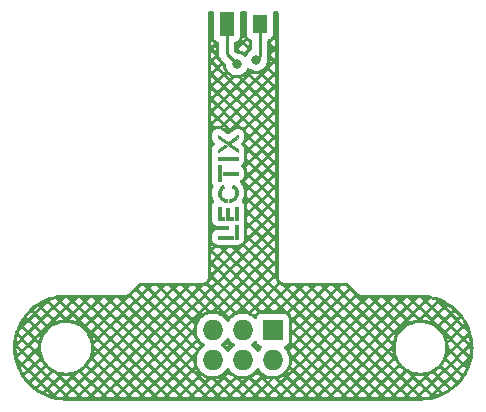
<source format=gtl>
G04 #@! TF.GenerationSoftware,KiCad,Pcbnew,6.0.9-8da3e8f707~116~ubuntu20.04.1*
G04 #@! TF.CreationDate,2023-05-05T17:12:55+00:00*
G04 #@! TF.ProjectId,LEC009202,4c454330-3039-4323-9032-2e6b69636164,rev?*
G04 #@! TF.SameCoordinates,Original*
G04 #@! TF.FileFunction,Copper,L1,Top*
G04 #@! TF.FilePolarity,Positive*
%FSLAX46Y46*%
G04 Gerber Fmt 4.6, Leading zero omitted, Abs format (unit mm)*
G04 Created by KiCad (PCBNEW 6.0.9-8da3e8f707~116~ubuntu20.04.1) date 2023-05-05 17:12:55*
%MOMM*%
%LPD*%
G01*
G04 APERTURE LIST*
G04 #@! TA.AperFunction,EtchedComponent*
%ADD10C,0.010000*%
G04 #@! TD*
G04 #@! TA.AperFunction,ComponentPad*
%ADD11R,1.727200X1.727200*%
G04 #@! TD*
G04 #@! TA.AperFunction,ComponentPad*
%ADD12O,1.727200X1.727200*%
G04 #@! TD*
G04 #@! TA.AperFunction,ConnectorPad*
%ADD13R,1.200000X1.600000*%
G04 #@! TD*
G04 #@! TA.AperFunction,ConnectorPad*
%ADD14R,1.200000X2.000000*%
G04 #@! TD*
G04 #@! TA.AperFunction,ViaPad*
%ADD15C,0.800000*%
G04 #@! TD*
G04 #@! TA.AperFunction,Conductor*
%ADD16C,0.250000*%
G04 #@! TD*
G04 APERTURE END LIST*
G04 #@! TO.C,LOGO1*
G36*
X84546440Y-38159380D02*
G01*
X84322920Y-38159380D01*
X84322920Y-37067180D01*
X84546440Y-37067180D01*
X84546440Y-38159380D01*
G37*
D10*
X84546440Y-38159380D02*
X84322920Y-38159380D01*
X84322920Y-37067180D01*
X84546440Y-37067180D01*
X84546440Y-38159380D01*
G36*
X83292183Y-31297852D02*
G01*
X83333298Y-31327936D01*
X83373325Y-31357213D01*
X83412069Y-31385542D01*
X83449338Y-31412783D01*
X83484940Y-31438794D01*
X83518680Y-31463434D01*
X83550366Y-31486564D01*
X83579806Y-31508043D01*
X83606806Y-31527729D01*
X83631172Y-31545482D01*
X83652713Y-31561161D01*
X83671236Y-31574626D01*
X83686546Y-31585735D01*
X83698452Y-31594349D01*
X83706760Y-31600326D01*
X83711277Y-31603526D01*
X83712087Y-31604054D01*
X83714269Y-31602593D01*
X83720370Y-31598293D01*
X83730192Y-31591297D01*
X83743541Y-31581744D01*
X83760220Y-31569776D01*
X83780032Y-31555535D01*
X83802783Y-31539162D01*
X83828275Y-31520798D01*
X83856314Y-31500584D01*
X83886701Y-31478663D01*
X83919243Y-31455175D01*
X83953742Y-31430261D01*
X83990003Y-31404062D01*
X84027829Y-31376721D01*
X84067025Y-31348378D01*
X84107395Y-31319175D01*
X84123766Y-31307329D01*
X84164564Y-31277810D01*
X84204274Y-31249087D01*
X84242701Y-31221301D01*
X84279647Y-31194595D01*
X84314916Y-31169111D01*
X84348310Y-31144990D01*
X84379635Y-31122374D01*
X84408692Y-31101405D01*
X84435285Y-31082225D01*
X84459218Y-31064975D01*
X84480293Y-31049798D01*
X84498315Y-31036836D01*
X84513086Y-31026230D01*
X84524411Y-31018122D01*
X84532091Y-31012654D01*
X84535932Y-31009967D01*
X84536347Y-31009704D01*
X84536981Y-31011984D01*
X84537522Y-31019178D01*
X84537969Y-31031122D01*
X84538317Y-31047651D01*
X84538563Y-31068600D01*
X84538703Y-31093804D01*
X84538734Y-31122734D01*
X84538649Y-31236610D01*
X84204780Y-31477910D01*
X84168037Y-31504474D01*
X84132426Y-31530235D01*
X84098163Y-31555035D01*
X84065466Y-31578717D01*
X84034550Y-31601124D01*
X84005632Y-31622098D01*
X83978929Y-31641483D01*
X83954658Y-31659120D01*
X83933034Y-31674853D01*
X83914274Y-31688525D01*
X83898596Y-31699977D01*
X83886215Y-31709052D01*
X83877347Y-31715594D01*
X83872211Y-31719444D01*
X83870933Y-31720480D01*
X83872950Y-31722094D01*
X83878854Y-31726545D01*
X83888427Y-31733676D01*
X83901455Y-31743326D01*
X83917722Y-31755339D01*
X83937010Y-31769553D01*
X83959106Y-31785812D01*
X83983791Y-31803956D01*
X84010851Y-31823827D01*
X84040070Y-31845266D01*
X84071231Y-31868113D01*
X84104119Y-31892211D01*
X84138518Y-31917400D01*
X84174211Y-31943523D01*
X84202644Y-31964320D01*
X84239214Y-31991075D01*
X84274667Y-32017035D01*
X84308786Y-32042039D01*
X84341355Y-32065928D01*
X84372156Y-32088542D01*
X84400973Y-32109721D01*
X84427589Y-32129307D01*
X84451787Y-32147137D01*
X84473350Y-32163054D01*
X84492061Y-32176898D01*
X84507704Y-32188507D01*
X84520061Y-32197724D01*
X84528916Y-32204387D01*
X84534051Y-32208338D01*
X84535335Y-32209430D01*
X84535529Y-32212426D01*
X84535680Y-32219975D01*
X84535789Y-32231550D01*
X84535853Y-32246625D01*
X84535870Y-32264673D01*
X84535839Y-32285167D01*
X84535759Y-32307581D01*
X84535672Y-32324352D01*
X84535010Y-32436733D01*
X83706970Y-31830775D01*
X83648907Y-31788283D01*
X83591878Y-31746543D01*
X83536019Y-31705657D01*
X83481469Y-31665724D01*
X83428363Y-31626846D01*
X83376839Y-31589122D01*
X83327036Y-31552653D01*
X83279089Y-31517541D01*
X83233136Y-31483885D01*
X83189314Y-31451786D01*
X83147761Y-31421345D01*
X83108614Y-31392662D01*
X83072011Y-31365838D01*
X83038087Y-31340973D01*
X83006981Y-31318168D01*
X82978831Y-31297523D01*
X82953772Y-31279140D01*
X82931943Y-31263118D01*
X82913481Y-31249559D01*
X82898522Y-31238563D01*
X82887205Y-31230229D01*
X82879667Y-31224660D01*
X82876044Y-31221955D01*
X82875728Y-31221706D01*
X82874936Y-31219871D01*
X82874292Y-31215807D01*
X82873789Y-31209140D01*
X82873418Y-31199496D01*
X82873171Y-31186503D01*
X82873039Y-31169788D01*
X82873016Y-31148976D01*
X82873092Y-31123696D01*
X82873188Y-31105150D01*
X82873850Y-30991704D01*
X83292183Y-31297852D01*
G37*
X83292183Y-31297852D02*
X83333298Y-31327936D01*
X83373325Y-31357213D01*
X83412069Y-31385542D01*
X83449338Y-31412783D01*
X83484940Y-31438794D01*
X83518680Y-31463434D01*
X83550366Y-31486564D01*
X83579806Y-31508043D01*
X83606806Y-31527729D01*
X83631172Y-31545482D01*
X83652713Y-31561161D01*
X83671236Y-31574626D01*
X83686546Y-31585735D01*
X83698452Y-31594349D01*
X83706760Y-31600326D01*
X83711277Y-31603526D01*
X83712087Y-31604054D01*
X83714269Y-31602593D01*
X83720370Y-31598293D01*
X83730192Y-31591297D01*
X83743541Y-31581744D01*
X83760220Y-31569776D01*
X83780032Y-31555535D01*
X83802783Y-31539162D01*
X83828275Y-31520798D01*
X83856314Y-31500584D01*
X83886701Y-31478663D01*
X83919243Y-31455175D01*
X83953742Y-31430261D01*
X83990003Y-31404062D01*
X84027829Y-31376721D01*
X84067025Y-31348378D01*
X84107395Y-31319175D01*
X84123766Y-31307329D01*
X84164564Y-31277810D01*
X84204274Y-31249087D01*
X84242701Y-31221301D01*
X84279647Y-31194595D01*
X84314916Y-31169111D01*
X84348310Y-31144990D01*
X84379635Y-31122374D01*
X84408692Y-31101405D01*
X84435285Y-31082225D01*
X84459218Y-31064975D01*
X84480293Y-31049798D01*
X84498315Y-31036836D01*
X84513086Y-31026230D01*
X84524411Y-31018122D01*
X84532091Y-31012654D01*
X84535932Y-31009967D01*
X84536347Y-31009704D01*
X84536981Y-31011984D01*
X84537522Y-31019178D01*
X84537969Y-31031122D01*
X84538317Y-31047651D01*
X84538563Y-31068600D01*
X84538703Y-31093804D01*
X84538734Y-31122734D01*
X84538649Y-31236610D01*
X84204780Y-31477910D01*
X84168037Y-31504474D01*
X84132426Y-31530235D01*
X84098163Y-31555035D01*
X84065466Y-31578717D01*
X84034550Y-31601124D01*
X84005632Y-31622098D01*
X83978929Y-31641483D01*
X83954658Y-31659120D01*
X83933034Y-31674853D01*
X83914274Y-31688525D01*
X83898596Y-31699977D01*
X83886215Y-31709052D01*
X83877347Y-31715594D01*
X83872211Y-31719444D01*
X83870933Y-31720480D01*
X83872950Y-31722094D01*
X83878854Y-31726545D01*
X83888427Y-31733676D01*
X83901455Y-31743326D01*
X83917722Y-31755339D01*
X83937010Y-31769553D01*
X83959106Y-31785812D01*
X83983791Y-31803956D01*
X84010851Y-31823827D01*
X84040070Y-31845266D01*
X84071231Y-31868113D01*
X84104119Y-31892211D01*
X84138518Y-31917400D01*
X84174211Y-31943523D01*
X84202644Y-31964320D01*
X84239214Y-31991075D01*
X84274667Y-32017035D01*
X84308786Y-32042039D01*
X84341355Y-32065928D01*
X84372156Y-32088542D01*
X84400973Y-32109721D01*
X84427589Y-32129307D01*
X84451787Y-32147137D01*
X84473350Y-32163054D01*
X84492061Y-32176898D01*
X84507704Y-32188507D01*
X84520061Y-32197724D01*
X84528916Y-32204387D01*
X84534051Y-32208338D01*
X84535335Y-32209430D01*
X84535529Y-32212426D01*
X84535680Y-32219975D01*
X84535789Y-32231550D01*
X84535853Y-32246625D01*
X84535870Y-32264673D01*
X84535839Y-32285167D01*
X84535759Y-32307581D01*
X84535672Y-32324352D01*
X84535010Y-32436733D01*
X83706970Y-31830775D01*
X83648907Y-31788283D01*
X83591878Y-31746543D01*
X83536019Y-31705657D01*
X83481469Y-31665724D01*
X83428363Y-31626846D01*
X83376839Y-31589122D01*
X83327036Y-31552653D01*
X83279089Y-31517541D01*
X83233136Y-31483885D01*
X83189314Y-31451786D01*
X83147761Y-31421345D01*
X83108614Y-31392662D01*
X83072011Y-31365838D01*
X83038087Y-31340973D01*
X83006981Y-31318168D01*
X82978831Y-31297523D01*
X82953772Y-31279140D01*
X82931943Y-31263118D01*
X82913481Y-31249559D01*
X82898522Y-31238563D01*
X82887205Y-31230229D01*
X82879667Y-31224660D01*
X82876044Y-31221955D01*
X82875728Y-31221706D01*
X82874936Y-31219871D01*
X82874292Y-31215807D01*
X82873789Y-31209140D01*
X82873418Y-31199496D01*
X82873171Y-31186503D01*
X82873039Y-31169788D01*
X82873016Y-31148976D01*
X82873092Y-31123696D01*
X82873188Y-31105150D01*
X82873850Y-30991704D01*
X83292183Y-31297852D01*
G36*
X83080860Y-37940940D02*
G01*
X83393280Y-37940940D01*
X83393280Y-38164460D01*
X82859880Y-38164460D01*
X82859880Y-37067180D01*
X83080860Y-37067180D01*
X83080860Y-37940940D01*
G37*
X83080860Y-37940940D02*
X83393280Y-37940940D01*
X83393280Y-38164460D01*
X82859880Y-38164460D01*
X82859880Y-37067180D01*
X83080860Y-37067180D01*
X83080860Y-37940940D01*
G36*
X84538820Y-33102240D02*
G01*
X82867500Y-33102240D01*
X82867500Y-32881260D01*
X84538820Y-32881260D01*
X84538820Y-33102240D01*
G37*
X84538820Y-33102240D02*
X82867500Y-33102240D01*
X82867500Y-32881260D01*
X84538820Y-32881260D01*
X84538820Y-33102240D01*
G36*
X84155864Y-35224350D02*
G01*
X84161246Y-35226764D01*
X84169130Y-35231171D01*
X84180022Y-35237839D01*
X84194432Y-35247037D01*
X84199730Y-35250468D01*
X84250247Y-35286255D01*
X84297456Y-35325767D01*
X84341181Y-35368747D01*
X84381245Y-35414939D01*
X84417473Y-35464085D01*
X84449690Y-35515929D01*
X84477719Y-35570214D01*
X84501386Y-35626683D01*
X84520513Y-35685078D01*
X84533608Y-35738614D01*
X84537715Y-35759549D01*
X84540937Y-35778693D01*
X84543387Y-35797214D01*
X84545177Y-35816279D01*
X84546419Y-35837056D01*
X84547226Y-35860714D01*
X84547665Y-35884810D01*
X84547860Y-35903035D01*
X84547960Y-35919929D01*
X84547966Y-35934719D01*
X84547880Y-35946633D01*
X84547704Y-35954897D01*
X84547485Y-35958470D01*
X84546741Y-35964358D01*
X84545630Y-35973690D01*
X84544341Y-35984862D01*
X84543735Y-35990220D01*
X84535047Y-36045997D01*
X84521574Y-36101993D01*
X84503545Y-36157599D01*
X84481188Y-36212206D01*
X84454731Y-36265203D01*
X84424401Y-36315981D01*
X84418955Y-36324230D01*
X84398098Y-36354202D01*
X84377653Y-36380956D01*
X84356317Y-36406058D01*
X84332790Y-36431073D01*
X84317501Y-36446282D01*
X84270656Y-36488480D01*
X84221179Y-36526384D01*
X84169236Y-36559914D01*
X84114994Y-36588986D01*
X84058618Y-36613518D01*
X84000274Y-36633426D01*
X83940129Y-36648629D01*
X83894477Y-36656813D01*
X83885261Y-36658020D01*
X83872810Y-36659423D01*
X83858307Y-36660913D01*
X83842937Y-36662382D01*
X83827885Y-36663719D01*
X83814334Y-36664815D01*
X83803470Y-36665562D01*
X83796505Y-36665850D01*
X83796107Y-36663398D01*
X83795738Y-36656379D01*
X83795405Y-36645308D01*
X83795119Y-36630696D01*
X83794886Y-36613059D01*
X83794717Y-36592909D01*
X83794620Y-36570759D01*
X83794600Y-36554481D01*
X83794600Y-36443101D01*
X83828255Y-36441598D01*
X83877642Y-36436880D01*
X83926391Y-36427286D01*
X83974126Y-36413012D01*
X84020472Y-36394257D01*
X84065055Y-36371216D01*
X84107500Y-36344087D01*
X84147432Y-36313067D01*
X84184476Y-36278352D01*
X84218258Y-36240140D01*
X84223066Y-36234060D01*
X84251193Y-36193962D01*
X84275754Y-36150655D01*
X84296491Y-36104786D01*
X84313147Y-36057001D01*
X84325466Y-36007946D01*
X84333191Y-35958267D01*
X84333331Y-35956939D01*
X84334812Y-35935583D01*
X84335277Y-35910988D01*
X84334784Y-35884830D01*
X84333393Y-35858784D01*
X84331161Y-35834525D01*
X84328369Y-35814960D01*
X84316968Y-35764580D01*
X84301011Y-35715829D01*
X84280722Y-35669027D01*
X84256326Y-35624494D01*
X84228050Y-35582553D01*
X84196119Y-35543523D01*
X84160757Y-35507725D01*
X84122189Y-35475479D01*
X84080642Y-35447107D01*
X84062570Y-35436541D01*
X84054866Y-35432236D01*
X84049162Y-35429023D01*
X84046660Y-35427581D01*
X84046648Y-35427572D01*
X84047589Y-35425282D01*
X84050586Y-35419034D01*
X84055356Y-35409378D01*
X84061617Y-35396866D01*
X84069087Y-35382050D01*
X84077484Y-35365482D01*
X84086526Y-35347712D01*
X84095930Y-35329291D01*
X84105414Y-35310773D01*
X84114697Y-35292708D01*
X84123496Y-35275647D01*
X84131530Y-35260143D01*
X84138515Y-35246746D01*
X84144170Y-35236008D01*
X84148212Y-35228481D01*
X84150360Y-35224716D01*
X84150574Y-35224421D01*
X84152476Y-35223658D01*
X84155864Y-35224350D01*
G37*
X84155864Y-35224350D02*
X84161246Y-35226764D01*
X84169130Y-35231171D01*
X84180022Y-35237839D01*
X84194432Y-35247037D01*
X84199730Y-35250468D01*
X84250247Y-35286255D01*
X84297456Y-35325767D01*
X84341181Y-35368747D01*
X84381245Y-35414939D01*
X84417473Y-35464085D01*
X84449690Y-35515929D01*
X84477719Y-35570214D01*
X84501386Y-35626683D01*
X84520513Y-35685078D01*
X84533608Y-35738614D01*
X84537715Y-35759549D01*
X84540937Y-35778693D01*
X84543387Y-35797214D01*
X84545177Y-35816279D01*
X84546419Y-35837056D01*
X84547226Y-35860714D01*
X84547665Y-35884810D01*
X84547860Y-35903035D01*
X84547960Y-35919929D01*
X84547966Y-35934719D01*
X84547880Y-35946633D01*
X84547704Y-35954897D01*
X84547485Y-35958470D01*
X84546741Y-35964358D01*
X84545630Y-35973690D01*
X84544341Y-35984862D01*
X84543735Y-35990220D01*
X84535047Y-36045997D01*
X84521574Y-36101993D01*
X84503545Y-36157599D01*
X84481188Y-36212206D01*
X84454731Y-36265203D01*
X84424401Y-36315981D01*
X84418955Y-36324230D01*
X84398098Y-36354202D01*
X84377653Y-36380956D01*
X84356317Y-36406058D01*
X84332790Y-36431073D01*
X84317501Y-36446282D01*
X84270656Y-36488480D01*
X84221179Y-36526384D01*
X84169236Y-36559914D01*
X84114994Y-36588986D01*
X84058618Y-36613518D01*
X84000274Y-36633426D01*
X83940129Y-36648629D01*
X83894477Y-36656813D01*
X83885261Y-36658020D01*
X83872810Y-36659423D01*
X83858307Y-36660913D01*
X83842937Y-36662382D01*
X83827885Y-36663719D01*
X83814334Y-36664815D01*
X83803470Y-36665562D01*
X83796505Y-36665850D01*
X83796107Y-36663398D01*
X83795738Y-36656379D01*
X83795405Y-36645308D01*
X83795119Y-36630696D01*
X83794886Y-36613059D01*
X83794717Y-36592909D01*
X83794620Y-36570759D01*
X83794600Y-36554481D01*
X83794600Y-36443101D01*
X83828255Y-36441598D01*
X83877642Y-36436880D01*
X83926391Y-36427286D01*
X83974126Y-36413012D01*
X84020472Y-36394257D01*
X84065055Y-36371216D01*
X84107500Y-36344087D01*
X84147432Y-36313067D01*
X84184476Y-36278352D01*
X84218258Y-36240140D01*
X84223066Y-36234060D01*
X84251193Y-36193962D01*
X84275754Y-36150655D01*
X84296491Y-36104786D01*
X84313147Y-36057001D01*
X84325466Y-36007946D01*
X84333191Y-35958267D01*
X84333331Y-35956939D01*
X84334812Y-35935583D01*
X84335277Y-35910988D01*
X84334784Y-35884830D01*
X84333393Y-35858784D01*
X84331161Y-35834525D01*
X84328369Y-35814960D01*
X84316968Y-35764580D01*
X84301011Y-35715829D01*
X84280722Y-35669027D01*
X84256326Y-35624494D01*
X84228050Y-35582553D01*
X84196119Y-35543523D01*
X84160757Y-35507725D01*
X84122189Y-35475479D01*
X84080642Y-35447107D01*
X84062570Y-35436541D01*
X84054866Y-35432236D01*
X84049162Y-35429023D01*
X84046660Y-35427581D01*
X84046648Y-35427572D01*
X84047589Y-35425282D01*
X84050586Y-35419034D01*
X84055356Y-35409378D01*
X84061617Y-35396866D01*
X84069087Y-35382050D01*
X84077484Y-35365482D01*
X84086526Y-35347712D01*
X84095930Y-35329291D01*
X84105414Y-35310773D01*
X84114697Y-35292708D01*
X84123496Y-35275647D01*
X84131530Y-35260143D01*
X84138515Y-35246746D01*
X84144170Y-35236008D01*
X84148212Y-35228481D01*
X84150360Y-35224716D01*
X84150574Y-35224421D01*
X84152476Y-35223658D01*
X84155864Y-35224350D01*
G36*
X84145120Y-39759580D02*
G01*
X82870040Y-39759580D01*
X82870040Y-39538600D01*
X84145120Y-39538600D01*
X84145120Y-39759580D01*
G37*
X84145120Y-39759580D02*
X82870040Y-39759580D01*
X82870040Y-39538600D01*
X84145120Y-39538600D01*
X84145120Y-39759580D01*
G36*
X84546440Y-39759580D02*
G01*
X84322920Y-39759580D01*
X84322920Y-38611500D01*
X84546440Y-38611500D01*
X84546440Y-39759580D01*
G37*
X84546440Y-39759580D02*
X84322920Y-39759580D01*
X84322920Y-38611500D01*
X84546440Y-38611500D01*
X84546440Y-39759580D01*
G36*
X84538820Y-34349380D02*
G01*
X83256120Y-34349380D01*
X83256120Y-34128400D01*
X84538820Y-34128400D01*
X84538820Y-34349380D01*
G37*
X84538820Y-34349380D02*
X83256120Y-34349380D01*
X83256120Y-34128400D01*
X84538820Y-34128400D01*
X84538820Y-34349380D01*
G36*
X83802220Y-37940940D02*
G01*
X84145120Y-37940940D01*
X84145120Y-38161920D01*
X83578700Y-38161920D01*
X83578700Y-37181480D01*
X83802220Y-37181480D01*
X83802220Y-37940940D01*
G37*
X83802220Y-37940940D02*
X84145120Y-37940940D01*
X84145120Y-38161920D01*
X83578700Y-38161920D01*
X83578700Y-37181480D01*
X83802220Y-37181480D01*
X83802220Y-37940940D01*
G36*
X83241046Y-35260073D02*
G01*
X83242794Y-35262384D01*
X83246936Y-35268416D01*
X83253116Y-35277624D01*
X83260976Y-35289459D01*
X83270159Y-35303373D01*
X83280308Y-35318819D01*
X83291066Y-35335250D01*
X83302075Y-35352117D01*
X83312979Y-35368873D01*
X83323419Y-35384971D01*
X83333039Y-35399862D01*
X83341482Y-35413000D01*
X83348390Y-35423835D01*
X83353407Y-35431822D01*
X83356174Y-35436412D01*
X83356584Y-35437206D01*
X83355718Y-35440032D01*
X83351095Y-35444095D01*
X83342339Y-35449695D01*
X83336914Y-35452816D01*
X83309428Y-35469911D01*
X83281002Y-35490573D01*
X83252852Y-35513771D01*
X83226197Y-35538472D01*
X83202254Y-35563644D01*
X83192140Y-35575520D01*
X83162172Y-35616154D01*
X83136127Y-35659753D01*
X83114226Y-35705804D01*
X83096690Y-35753792D01*
X83083740Y-35803203D01*
X83076813Y-35843548D01*
X83074768Y-35865054D01*
X83073722Y-35889779D01*
X83073637Y-35916240D01*
X83074480Y-35942955D01*
X83076214Y-35968443D01*
X83078804Y-35991221D01*
X83080603Y-36002174D01*
X83092608Y-36052714D01*
X83109099Y-36101225D01*
X83129857Y-36147466D01*
X83154666Y-36191196D01*
X83183308Y-36232174D01*
X83215566Y-36270159D01*
X83251223Y-36304910D01*
X83290062Y-36336186D01*
X83331864Y-36363748D01*
X83376413Y-36387352D01*
X83423492Y-36406760D01*
X83454621Y-36416801D01*
X83499052Y-36427444D01*
X83545105Y-36434072D01*
X83583145Y-36436568D01*
X83624420Y-36437972D01*
X83624420Y-36658969D01*
X83579335Y-36657493D01*
X83519765Y-36653049D01*
X83461219Y-36643761D01*
X83403945Y-36629804D01*
X83348192Y-36611357D01*
X83294206Y-36588595D01*
X83242239Y-36561694D01*
X83192537Y-36530832D01*
X83145349Y-36496184D01*
X83100923Y-36457927D01*
X83059510Y-36416238D01*
X83021355Y-36371292D01*
X82986709Y-36323267D01*
X82955820Y-36272339D01*
X82928936Y-36218684D01*
X82915046Y-36185800D01*
X82896465Y-36132923D01*
X82881763Y-36078211D01*
X82870716Y-36020795D01*
X82868434Y-36005460D01*
X82866688Y-35989281D01*
X82865339Y-35969218D01*
X82864399Y-35946456D01*
X82863875Y-35922175D01*
X82863777Y-35897559D01*
X82864115Y-35873791D01*
X82864898Y-35852051D01*
X82866135Y-35833524D01*
X82867013Y-35825120D01*
X82877111Y-35763464D01*
X82891858Y-35703518D01*
X82911120Y-35645498D01*
X82934760Y-35589620D01*
X82962642Y-35536099D01*
X82994632Y-35485150D01*
X83030592Y-35436988D01*
X83070388Y-35391829D01*
X83113884Y-35349889D01*
X83160944Y-35311383D01*
X83211433Y-35276525D01*
X83213462Y-35275247D01*
X83223604Y-35269050D01*
X83232176Y-35264127D01*
X83238284Y-35260968D01*
X83241034Y-35260067D01*
X83241046Y-35260073D01*
G37*
X83241046Y-35260073D02*
X83242794Y-35262384D01*
X83246936Y-35268416D01*
X83253116Y-35277624D01*
X83260976Y-35289459D01*
X83270159Y-35303373D01*
X83280308Y-35318819D01*
X83291066Y-35335250D01*
X83302075Y-35352117D01*
X83312979Y-35368873D01*
X83323419Y-35384971D01*
X83333039Y-35399862D01*
X83341482Y-35413000D01*
X83348390Y-35423835D01*
X83353407Y-35431822D01*
X83356174Y-35436412D01*
X83356584Y-35437206D01*
X83355718Y-35440032D01*
X83351095Y-35444095D01*
X83342339Y-35449695D01*
X83336914Y-35452816D01*
X83309428Y-35469911D01*
X83281002Y-35490573D01*
X83252852Y-35513771D01*
X83226197Y-35538472D01*
X83202254Y-35563644D01*
X83192140Y-35575520D01*
X83162172Y-35616154D01*
X83136127Y-35659753D01*
X83114226Y-35705804D01*
X83096690Y-35753792D01*
X83083740Y-35803203D01*
X83076813Y-35843548D01*
X83074768Y-35865054D01*
X83073722Y-35889779D01*
X83073637Y-35916240D01*
X83074480Y-35942955D01*
X83076214Y-35968443D01*
X83078804Y-35991221D01*
X83080603Y-36002174D01*
X83092608Y-36052714D01*
X83109099Y-36101225D01*
X83129857Y-36147466D01*
X83154666Y-36191196D01*
X83183308Y-36232174D01*
X83215566Y-36270159D01*
X83251223Y-36304910D01*
X83290062Y-36336186D01*
X83331864Y-36363748D01*
X83376413Y-36387352D01*
X83423492Y-36406760D01*
X83454621Y-36416801D01*
X83499052Y-36427444D01*
X83545105Y-36434072D01*
X83583145Y-36436568D01*
X83624420Y-36437972D01*
X83624420Y-36658969D01*
X83579335Y-36657493D01*
X83519765Y-36653049D01*
X83461219Y-36643761D01*
X83403945Y-36629804D01*
X83348192Y-36611357D01*
X83294206Y-36588595D01*
X83242239Y-36561694D01*
X83192537Y-36530832D01*
X83145349Y-36496184D01*
X83100923Y-36457927D01*
X83059510Y-36416238D01*
X83021355Y-36371292D01*
X82986709Y-36323267D01*
X82955820Y-36272339D01*
X82928936Y-36218684D01*
X82915046Y-36185800D01*
X82896465Y-36132923D01*
X82881763Y-36078211D01*
X82870716Y-36020795D01*
X82868434Y-36005460D01*
X82866688Y-35989281D01*
X82865339Y-35969218D01*
X82864399Y-35946456D01*
X82863875Y-35922175D01*
X82863777Y-35897559D01*
X82864115Y-35873791D01*
X82864898Y-35852051D01*
X82866135Y-35833524D01*
X82867013Y-35825120D01*
X82877111Y-35763464D01*
X82891858Y-35703518D01*
X82911120Y-35645498D01*
X82934760Y-35589620D01*
X82962642Y-35536099D01*
X82994632Y-35485150D01*
X83030592Y-35436988D01*
X83070388Y-35391829D01*
X83113884Y-35349889D01*
X83160944Y-35311383D01*
X83211433Y-35276525D01*
X83213462Y-35275247D01*
X83223604Y-35269050D01*
X83232176Y-35264127D01*
X83238284Y-35260968D01*
X83241034Y-35260067D01*
X83241046Y-35260073D01*
G36*
X83088480Y-34918340D02*
G01*
X82867500Y-34918340D01*
X82867500Y-33549280D01*
X83088480Y-33549280D01*
X83088480Y-34918340D01*
G37*
X83088480Y-34918340D02*
X82867500Y-34918340D01*
X82867500Y-33549280D01*
X83088480Y-33549280D01*
X83088480Y-34918340D01*
G36*
X83440001Y-31829871D02*
G01*
X83446439Y-31833923D01*
X83455779Y-31840183D01*
X83467461Y-31848245D01*
X83480928Y-31857707D01*
X83495622Y-31868162D01*
X83510984Y-31879207D01*
X83526457Y-31890438D01*
X83541483Y-31901449D01*
X83555504Y-31911838D01*
X83567962Y-31921199D01*
X83578298Y-31929128D01*
X83585955Y-31935221D01*
X83590375Y-31939073D01*
X83591247Y-31940190D01*
X83589223Y-31941929D01*
X83583295Y-31946496D01*
X83573671Y-31953736D01*
X83560561Y-31963498D01*
X83544174Y-31975627D01*
X83524719Y-31989971D01*
X83502405Y-32006375D01*
X83477442Y-32024687D01*
X83450037Y-32044753D01*
X83420402Y-32066421D01*
X83388743Y-32089535D01*
X83355272Y-32113944D01*
X83320196Y-32139494D01*
X83283724Y-32166032D01*
X83246067Y-32193404D01*
X83234493Y-32201810D01*
X83196445Y-32229442D01*
X83159468Y-32256293D01*
X83123772Y-32282211D01*
X83089572Y-32307040D01*
X83057081Y-32330626D01*
X83026511Y-32352814D01*
X82998075Y-32373451D01*
X82971985Y-32392382D01*
X82948456Y-32409452D01*
X82927699Y-32424507D01*
X82909927Y-32437392D01*
X82895354Y-32447953D01*
X82884192Y-32456036D01*
X82876654Y-32461486D01*
X82872952Y-32464149D01*
X82872630Y-32464375D01*
X82871417Y-32465123D01*
X82870412Y-32465285D01*
X82869595Y-32464437D01*
X82868947Y-32462156D01*
X82868449Y-32458019D01*
X82868081Y-32451601D01*
X82867823Y-32442478D01*
X82867655Y-32430228D01*
X82867559Y-32414427D01*
X82867514Y-32394651D01*
X82867500Y-32370475D01*
X82867499Y-32353446D01*
X82867500Y-32239032D01*
X83150044Y-32033731D01*
X83183835Y-32009201D01*
X83216537Y-31985507D01*
X83247909Y-31962820D01*
X83277714Y-31941311D01*
X83305711Y-31921152D01*
X83331663Y-31902513D01*
X83355329Y-31885565D01*
X83376470Y-31870480D01*
X83394848Y-31857429D01*
X83410223Y-31846582D01*
X83422356Y-31838111D01*
X83431009Y-31832186D01*
X83435942Y-31828979D01*
X83437021Y-31828430D01*
X83440001Y-31829871D01*
G37*
X83440001Y-31829871D02*
X83446439Y-31833923D01*
X83455779Y-31840183D01*
X83467461Y-31848245D01*
X83480928Y-31857707D01*
X83495622Y-31868162D01*
X83510984Y-31879207D01*
X83526457Y-31890438D01*
X83541483Y-31901449D01*
X83555504Y-31911838D01*
X83567962Y-31921199D01*
X83578298Y-31929128D01*
X83585955Y-31935221D01*
X83590375Y-31939073D01*
X83591247Y-31940190D01*
X83589223Y-31941929D01*
X83583295Y-31946496D01*
X83573671Y-31953736D01*
X83560561Y-31963498D01*
X83544174Y-31975627D01*
X83524719Y-31989971D01*
X83502405Y-32006375D01*
X83477442Y-32024687D01*
X83450037Y-32044753D01*
X83420402Y-32066421D01*
X83388743Y-32089535D01*
X83355272Y-32113944D01*
X83320196Y-32139494D01*
X83283724Y-32166032D01*
X83246067Y-32193404D01*
X83234493Y-32201810D01*
X83196445Y-32229442D01*
X83159468Y-32256293D01*
X83123772Y-32282211D01*
X83089572Y-32307040D01*
X83057081Y-32330626D01*
X83026511Y-32352814D01*
X82998075Y-32373451D01*
X82971985Y-32392382D01*
X82948456Y-32409452D01*
X82927699Y-32424507D01*
X82909927Y-32437392D01*
X82895354Y-32447953D01*
X82884192Y-32456036D01*
X82876654Y-32461486D01*
X82872952Y-32464149D01*
X82872630Y-32464375D01*
X82871417Y-32465123D01*
X82870412Y-32465285D01*
X82869595Y-32464437D01*
X82868947Y-32462156D01*
X82868449Y-32458019D01*
X82868081Y-32451601D01*
X82867823Y-32442478D01*
X82867655Y-32430228D01*
X82867559Y-32414427D01*
X82867514Y-32394651D01*
X82867500Y-32370475D01*
X82867499Y-32353446D01*
X82867500Y-32239032D01*
X83150044Y-32033731D01*
X83183835Y-32009201D01*
X83216537Y-31985507D01*
X83247909Y-31962820D01*
X83277714Y-31941311D01*
X83305711Y-31921152D01*
X83331663Y-31902513D01*
X83355329Y-31885565D01*
X83376470Y-31870480D01*
X83394848Y-31857429D01*
X83410223Y-31846582D01*
X83422356Y-31838111D01*
X83431009Y-31832186D01*
X83435942Y-31828979D01*
X83437021Y-31828430D01*
X83440001Y-31829871D01*
G04 #@! TD*
D11*
G04 #@! TO.P,J1,1,Pin_1*
G04 #@! TO.N,Net-(J1-Pad1)*
X87500000Y-47500000D03*
D12*
G04 #@! TO.P,J1,2,Pin_2*
G04 #@! TO.N,Net-(J1-Pad2)*
X87500000Y-50040000D03*
G04 #@! TO.P,J1,3,Pin_3*
G04 #@! TO.N,Net-(J1-Pad3)*
X84960000Y-47500000D03*
G04 #@! TO.P,J1,4,Pin_4*
G04 #@! TO.N,Net-(J1-Pad4)*
X84960000Y-50040000D03*
G04 #@! TO.P,J1,5,Pin_5*
G04 #@! TO.N,Net-(J1-Pad5)*
X82420000Y-47500000D03*
G04 #@! TO.P,J1,6,Pin_6*
G04 #@! TO.N,GND*
X82420000Y-50040000D03*
G04 #@! TD*
D13*
G04 #@! TO.P,U1,2,K*
G04 #@! TO.N,Net-(J1-Pad2)*
X86400000Y-21590000D03*
D14*
G04 #@! TO.P,U1,3*
G04 #@! TO.N,Net-(J1-Pad3)*
X83600000Y-21590000D03*
G04 #@! TD*
D15*
G04 #@! TO.N,Net-(J1-Pad2)*
X86106000Y-24638000D03*
G04 #@! TO.N,Net-(J1-Pad3)*
X84455000Y-25019000D03*
G04 #@! TD*
D16*
G04 #@! TO.N,Net-(J1-Pad2)*
X86106000Y-24638000D02*
X86400000Y-24344000D01*
X86400000Y-24344000D02*
X86400000Y-21590000D01*
G04 #@! TO.N,Net-(J1-Pad3)*
X83600000Y-24164000D02*
X83600000Y-21590000D01*
X84455000Y-25019000D02*
X83600000Y-24164000D01*
G04 #@! TD*
G04 #@! TA.AperFunction,NonConductor*
G36*
X85248939Y-20528002D02*
G01*
X85295432Y-20581658D01*
X85305536Y-20651932D01*
X85302324Y-20664473D01*
X85302856Y-20664600D01*
X85301029Y-20672284D01*
X85298255Y-20679684D01*
X85291500Y-20741866D01*
X85291500Y-22438134D01*
X85298255Y-22500316D01*
X85349385Y-22636705D01*
X85436739Y-22753261D01*
X85553295Y-22840615D01*
X85561703Y-22843767D01*
X85684730Y-22889888D01*
X85741494Y-22932530D01*
X85766194Y-22999091D01*
X85766500Y-23007870D01*
X85766500Y-23712852D01*
X85746498Y-23780973D01*
X85691750Y-23827958D01*
X85655283Y-23844195D01*
X85649248Y-23846882D01*
X85494747Y-23959134D01*
X85366960Y-24101056D01*
X85271473Y-24266444D01*
X85269431Y-24272728D01*
X85269429Y-24272733D01*
X85266221Y-24282606D01*
X85226147Y-24341211D01*
X85160750Y-24368847D01*
X85090793Y-24356739D01*
X85066255Y-24340131D01*
X85066253Y-24340134D01*
X84961312Y-24263889D01*
X84917094Y-24231763D01*
X84917093Y-24231762D01*
X84911752Y-24227882D01*
X84905724Y-24225198D01*
X84905722Y-24225197D01*
X84743319Y-24152891D01*
X84743318Y-24152891D01*
X84737288Y-24150206D01*
X84643887Y-24130353D01*
X84556944Y-24111872D01*
X84556939Y-24111872D01*
X84550487Y-24110500D01*
X84494595Y-24110500D01*
X84426474Y-24090498D01*
X84405500Y-24073595D01*
X84270405Y-23938500D01*
X84236379Y-23876188D01*
X84233500Y-23849405D01*
X84233500Y-23680946D01*
X84603902Y-23680946D01*
X84804095Y-23881139D01*
X84810271Y-23882969D01*
X84835323Y-23891109D01*
X84841551Y-23893315D01*
X84844033Y-23894268D01*
X84850117Y-23896788D01*
X85021633Y-23973151D01*
X85313838Y-23680946D01*
X84958870Y-23325978D01*
X84603902Y-23680946D01*
X84233500Y-23680946D01*
X84233500Y-23416152D01*
X84510900Y-23416152D01*
X84779972Y-23147080D01*
X85137766Y-23147080D01*
X85489100Y-23498414D01*
X85489100Y-23112802D01*
X85455920Y-23100363D01*
X85447629Y-23096913D01*
X85444347Y-23095408D01*
X85436357Y-23091396D01*
X85405022Y-23074240D01*
X85397324Y-23069662D01*
X85394289Y-23067708D01*
X85386932Y-23062592D01*
X85292801Y-22992045D01*
X85137766Y-23147080D01*
X84779972Y-23147080D01*
X84769959Y-23137067D01*
X84745882Y-23161143D01*
X84739303Y-23167269D01*
X84736575Y-23169633D01*
X84729624Y-23175238D01*
X84613068Y-23262592D01*
X84605711Y-23267708D01*
X84602676Y-23269662D01*
X84594978Y-23274240D01*
X84563643Y-23291396D01*
X84555653Y-23295408D01*
X84552371Y-23296913D01*
X84544080Y-23300363D01*
X84510900Y-23312802D01*
X84510900Y-23416152D01*
X84233500Y-23416152D01*
X84233500Y-23207870D01*
X84253502Y-23139749D01*
X84307158Y-23093256D01*
X84315270Y-23089888D01*
X84438297Y-23043767D01*
X84446705Y-23040615D01*
X84563261Y-22953261D01*
X84585488Y-22923604D01*
X84914290Y-22923604D01*
X84958869Y-22968183D01*
X85126004Y-22801048D01*
X85122292Y-22795711D01*
X85120338Y-22792676D01*
X85115760Y-22784978D01*
X85098604Y-22753643D01*
X85094592Y-22745653D01*
X85093087Y-22742371D01*
X85089637Y-22734081D01*
X85038507Y-22597692D01*
X85035968Y-22590213D01*
X85035041Y-22587173D01*
X85032979Y-22579568D01*
X85025698Y-22548946D01*
X85024112Y-22541202D01*
X85023572Y-22538069D01*
X85022478Y-22530275D01*
X85015723Y-22468093D01*
X85015406Y-22464759D01*
X85015294Y-22463390D01*
X85015058Y-22459930D01*
X85014321Y-22446322D01*
X85014183Y-22442900D01*
X85014146Y-22441526D01*
X85014100Y-22438134D01*
X85014100Y-22313477D01*
X84985900Y-22285277D01*
X84985900Y-22638134D01*
X84985854Y-22641526D01*
X84985817Y-22642900D01*
X84985679Y-22646322D01*
X84984942Y-22659930D01*
X84984706Y-22663390D01*
X84984594Y-22664759D01*
X84984277Y-22668093D01*
X84977522Y-22730275D01*
X84976428Y-22738069D01*
X84975888Y-22741202D01*
X84974302Y-22748946D01*
X84967021Y-22779568D01*
X84964959Y-22787173D01*
X84964032Y-22790213D01*
X84961493Y-22797692D01*
X84914290Y-22923604D01*
X84585488Y-22923604D01*
X84650615Y-22836705D01*
X84701745Y-22700316D01*
X84708500Y-22638134D01*
X84708500Y-21217546D01*
X84985900Y-21217546D01*
X84985900Y-21873421D01*
X85014100Y-21845221D01*
X85014100Y-21245746D01*
X84985900Y-21217546D01*
X84708500Y-21217546D01*
X84708500Y-20634000D01*
X84728502Y-20565879D01*
X84782158Y-20519386D01*
X84834500Y-20508000D01*
X85180818Y-20508000D01*
X85248939Y-20528002D01*
G37*
G04 #@! TD.AperFunction*
G04 #@! TA.AperFunction,NonConductor*
G36*
X86072895Y-48432135D02*
G01*
X86129657Y-48474781D01*
X86146639Y-48505884D01*
X86163776Y-48551596D01*
X86185785Y-48610305D01*
X86273139Y-48726861D01*
X86389695Y-48814215D01*
X86398103Y-48817367D01*
X86493446Y-48853110D01*
X86550210Y-48895752D01*
X86574910Y-48962314D01*
X86559702Y-49031662D01*
X86540312Y-49058140D01*
X86460606Y-49141548D01*
X86438539Y-49164640D01*
X86430024Y-49173550D01*
X86427112Y-49177819D01*
X86427106Y-49177827D01*
X86333503Y-49315043D01*
X86278592Y-49360046D01*
X86208067Y-49368217D01*
X86144320Y-49336963D01*
X86123623Y-49312479D01*
X86119753Y-49306496D01*
X86050826Y-49199951D01*
X85898977Y-49033071D01*
X85894926Y-49029872D01*
X85894922Y-49029868D01*
X85725966Y-48896434D01*
X85725962Y-48896432D01*
X85721911Y-48893232D01*
X85698535Y-48880328D01*
X85648564Y-48829896D01*
X85633792Y-48760453D01*
X85658908Y-48694047D01*
X85686259Y-48667441D01*
X85689243Y-48665313D01*
X85730960Y-48635556D01*
X85844455Y-48554601D01*
X85844459Y-48554597D01*
X85848667Y-48551596D01*
X85883813Y-48516573D01*
X85915900Y-48484597D01*
X85939718Y-48460863D01*
X86002089Y-48426947D01*
X86072895Y-48432135D01*
G37*
G04 #@! TD.AperFunction*
G04 #@! TA.AperFunction,NonConductor*
G36*
X83779032Y-48206816D02*
G01*
X83799125Y-48231799D01*
X83846275Y-48308743D01*
X83846279Y-48308748D01*
X83848975Y-48313147D01*
X83996702Y-48483687D01*
X84170299Y-48627810D01*
X84174751Y-48630412D01*
X84174756Y-48630415D01*
X84224069Y-48659231D01*
X84272792Y-48710870D01*
X84285863Y-48780653D01*
X84259131Y-48846425D01*
X84228595Y-48873783D01*
X84226335Y-48874960D01*
X84143096Y-48937457D01*
X84059797Y-49000000D01*
X84045905Y-49010430D01*
X84042333Y-49014168D01*
X83898539Y-49164640D01*
X83890024Y-49173550D01*
X83887112Y-49177819D01*
X83887106Y-49177827D01*
X83793503Y-49315043D01*
X83738592Y-49360046D01*
X83668067Y-49368217D01*
X83604320Y-49336963D01*
X83583623Y-49312479D01*
X83579753Y-49306496D01*
X83510826Y-49199951D01*
X83358977Y-49033071D01*
X83354926Y-49029872D01*
X83354922Y-49029868D01*
X83185966Y-48896434D01*
X83185962Y-48896432D01*
X83181911Y-48893232D01*
X83158535Y-48880328D01*
X83108564Y-48829896D01*
X83096323Y-48772351D01*
X83476427Y-48772351D01*
X83530903Y-48815374D01*
X83534871Y-48818641D01*
X83536451Y-48819997D01*
X83540320Y-48823459D01*
X83555422Y-48837541D01*
X83559101Y-48841114D01*
X83560566Y-48842596D01*
X83564152Y-48846376D01*
X83599571Y-48885300D01*
X83712241Y-48772630D01*
X83596248Y-48656637D01*
X83504476Y-48748090D01*
X83500740Y-48751663D01*
X83499205Y-48753072D01*
X83495327Y-48756488D01*
X83479556Y-48769815D01*
X83476427Y-48772351D01*
X83096323Y-48772351D01*
X83093792Y-48760453D01*
X83118908Y-48694047D01*
X83146259Y-48667441D01*
X83149243Y-48665313D01*
X83190960Y-48635556D01*
X83304455Y-48554601D01*
X83304459Y-48554597D01*
X83308667Y-48551596D01*
X83468487Y-48392333D01*
X83546259Y-48284102D01*
X83589370Y-48224107D01*
X83645364Y-48180459D01*
X83716068Y-48174013D01*
X83779032Y-48206816D01*
G37*
G04 #@! TD.AperFunction*
G04 #@! TA.AperFunction,NonConductor*
G36*
X82433621Y-20528002D02*
G01*
X82480114Y-20581658D01*
X82491500Y-20634000D01*
X82491500Y-22638134D01*
X82498255Y-22700316D01*
X82549385Y-22836705D01*
X82636739Y-22953261D01*
X82753295Y-23040615D01*
X82761703Y-23043767D01*
X82884730Y-23089888D01*
X82941494Y-23132530D01*
X82966194Y-23199091D01*
X82966500Y-23207870D01*
X82966500Y-24085233D01*
X82965973Y-24096416D01*
X82964298Y-24103909D01*
X82964547Y-24111835D01*
X82964547Y-24111836D01*
X82966438Y-24171986D01*
X82966500Y-24175945D01*
X82966500Y-24203856D01*
X82966997Y-24207790D01*
X82966997Y-24207791D01*
X82967005Y-24207856D01*
X82967938Y-24219693D01*
X82969327Y-24263889D01*
X82974765Y-24282606D01*
X82974978Y-24283339D01*
X82978987Y-24302700D01*
X82981526Y-24322797D01*
X82984445Y-24330168D01*
X82984445Y-24330170D01*
X82997804Y-24363912D01*
X83001649Y-24375142D01*
X83009968Y-24403776D01*
X83013982Y-24417593D01*
X83018015Y-24424412D01*
X83018017Y-24424417D01*
X83024293Y-24435028D01*
X83032988Y-24452776D01*
X83040448Y-24471617D01*
X83045110Y-24478033D01*
X83045110Y-24478034D01*
X83066436Y-24507387D01*
X83072952Y-24517307D01*
X83087473Y-24541860D01*
X83095458Y-24555362D01*
X83109779Y-24569683D01*
X83122619Y-24584716D01*
X83134528Y-24601107D01*
X83155687Y-24618611D01*
X83168605Y-24629298D01*
X83177384Y-24637288D01*
X83507878Y-24967782D01*
X83541904Y-25030094D01*
X83544092Y-25043703D01*
X83561458Y-25208928D01*
X83620473Y-25390556D01*
X83715960Y-25555944D01*
X83720378Y-25560851D01*
X83720379Y-25560852D01*
X83789403Y-25637511D01*
X83843747Y-25697866D01*
X83936105Y-25764968D01*
X83978997Y-25796131D01*
X83998248Y-25810118D01*
X84004276Y-25812802D01*
X84004278Y-25812803D01*
X84163027Y-25883482D01*
X84172712Y-25887794D01*
X84266112Y-25907647D01*
X84353056Y-25926128D01*
X84353061Y-25926128D01*
X84359513Y-25927500D01*
X84550487Y-25927500D01*
X84556939Y-25926128D01*
X84556944Y-25926128D01*
X84643887Y-25907647D01*
X84737288Y-25887794D01*
X84746973Y-25883482D01*
X84897625Y-25816408D01*
X85671632Y-25816408D01*
X86026601Y-26171376D01*
X86381568Y-25816409D01*
X86739364Y-25816409D01*
X87094331Y-26171376D01*
X87449300Y-25816408D01*
X87094332Y-25461440D01*
X86739364Y-25816409D01*
X86381568Y-25816409D01*
X86381569Y-25816408D01*
X86361292Y-25796131D01*
X86259162Y-25817839D01*
X86252680Y-25819040D01*
X86250054Y-25819456D01*
X86243508Y-25820318D01*
X86217311Y-25823071D01*
X86210730Y-25823589D01*
X86208075Y-25823728D01*
X86201487Y-25823900D01*
X86010513Y-25823900D01*
X86003925Y-25823728D01*
X86001270Y-25823589D01*
X85994689Y-25823071D01*
X85968492Y-25820318D01*
X85961946Y-25819456D01*
X85959320Y-25819040D01*
X85952838Y-25817839D01*
X85766037Y-25778133D01*
X85759627Y-25776594D01*
X85757059Y-25775906D01*
X85750729Y-25774031D01*
X85725677Y-25765891D01*
X85723072Y-25764968D01*
X85671632Y-25816408D01*
X84897625Y-25816408D01*
X84905722Y-25812803D01*
X84905724Y-25812802D01*
X84911752Y-25810118D01*
X84931004Y-25796131D01*
X84973895Y-25764968D01*
X85066253Y-25697866D01*
X85120597Y-25637511D01*
X85189621Y-25560852D01*
X85189622Y-25560851D01*
X85194040Y-25555944D01*
X85289527Y-25390556D01*
X85291569Y-25384271D01*
X85291571Y-25384267D01*
X85294779Y-25374394D01*
X85334853Y-25315789D01*
X85400250Y-25288153D01*
X85470207Y-25300261D01*
X85494745Y-25316869D01*
X85494747Y-25316866D01*
X85500089Y-25320747D01*
X85500091Y-25320749D01*
X85596172Y-25390556D01*
X85649248Y-25429118D01*
X85655276Y-25431802D01*
X85655278Y-25431803D01*
X85817681Y-25504109D01*
X85823712Y-25506794D01*
X85917112Y-25526647D01*
X86004056Y-25545128D01*
X86004061Y-25545128D01*
X86010513Y-25546500D01*
X86201487Y-25546500D01*
X86207939Y-25545128D01*
X86207944Y-25545128D01*
X86294888Y-25526647D01*
X86388288Y-25506794D01*
X86394319Y-25504109D01*
X86556722Y-25431803D01*
X86556724Y-25431802D01*
X86562752Y-25429118D01*
X86717253Y-25316866D01*
X86748158Y-25282543D01*
X87273229Y-25282543D01*
X87628197Y-25637511D01*
X87714600Y-25551108D01*
X87714600Y-25013977D01*
X87628198Y-24927575D01*
X87273229Y-25282543D01*
X86748158Y-25282543D01*
X86840621Y-25179852D01*
X86840622Y-25179851D01*
X86845040Y-25174944D01*
X86928669Y-25030094D01*
X86937223Y-25015279D01*
X86937224Y-25015278D01*
X86940527Y-25009556D01*
X86961600Y-24944701D01*
X87253275Y-24944701D01*
X87449300Y-24748677D01*
X87293712Y-24593089D01*
X87295385Y-24609003D01*
X87295903Y-24615586D01*
X87296042Y-24618241D01*
X87296214Y-24624829D01*
X87296214Y-24651170D01*
X87296042Y-24657758D01*
X87295903Y-24660413D01*
X87295385Y-24666995D01*
X87275423Y-24856923D01*
X87274561Y-24863468D01*
X87274145Y-24866094D01*
X87272943Y-24872577D01*
X87267466Y-24898343D01*
X87265928Y-24904752D01*
X87265240Y-24907320D01*
X87263365Y-24913649D01*
X87253275Y-24944701D01*
X86961600Y-24944701D01*
X86999542Y-24827928D01*
X87001469Y-24809600D01*
X87018814Y-24644565D01*
X87019504Y-24638000D01*
X87011191Y-24558910D01*
X87014457Y-24522346D01*
X87013182Y-24522144D01*
X87020099Y-24478476D01*
X87022505Y-24466856D01*
X87031528Y-24431711D01*
X87031528Y-24431710D01*
X87033500Y-24424030D01*
X87033500Y-24403776D01*
X87035051Y-24384065D01*
X87036980Y-24371886D01*
X87038220Y-24364057D01*
X87034059Y-24320038D01*
X87033500Y-24308181D01*
X87033500Y-24252483D01*
X87310900Y-24252483D01*
X87628197Y-24569780D01*
X87714600Y-24483377D01*
X87714600Y-23946246D01*
X87628198Y-23859844D01*
X87310900Y-24177142D01*
X87310900Y-24252483D01*
X87033500Y-24252483D01*
X87033500Y-23542546D01*
X87310900Y-23542546D01*
X87310900Y-23819346D01*
X87449299Y-23680946D01*
X87310900Y-23542546D01*
X87033500Y-23542546D01*
X87033500Y-23184750D01*
X87310900Y-23184750D01*
X87628198Y-23502048D01*
X87714600Y-23415646D01*
X87714600Y-22878515D01*
X87658267Y-22822182D01*
X87585238Y-22919624D01*
X87579633Y-22926575D01*
X87577269Y-22929303D01*
X87571143Y-22935882D01*
X87545882Y-22961143D01*
X87539303Y-22967269D01*
X87536575Y-22969633D01*
X87529624Y-22975238D01*
X87413068Y-23062592D01*
X87405711Y-23067708D01*
X87402676Y-23069662D01*
X87394978Y-23074240D01*
X87363643Y-23091396D01*
X87355653Y-23095408D01*
X87352371Y-23096913D01*
X87344081Y-23100363D01*
X87310900Y-23112802D01*
X87310900Y-23184750D01*
X87033500Y-23184750D01*
X87033500Y-23007870D01*
X87053502Y-22939749D01*
X87107158Y-22893256D01*
X87115270Y-22889888D01*
X87238297Y-22843767D01*
X87246705Y-22840615D01*
X87363261Y-22753261D01*
X87450615Y-22636705D01*
X87501745Y-22500316D01*
X87508500Y-22438134D01*
X87508500Y-20741866D01*
X87501745Y-20679684D01*
X87498971Y-20672284D01*
X87497144Y-20664600D01*
X87500149Y-20663886D01*
X87496018Y-20607416D01*
X87529942Y-20545049D01*
X87592199Y-20510923D01*
X87619182Y-20508000D01*
X87866000Y-20508000D01*
X87934121Y-20528002D01*
X87980614Y-20581658D01*
X87992000Y-20634000D01*
X87992000Y-42991298D01*
X87991998Y-42992068D01*
X87991524Y-43069652D01*
X87993990Y-43078281D01*
X87993991Y-43078286D01*
X87999639Y-43098048D01*
X88003217Y-43114809D01*
X88006130Y-43135152D01*
X88006133Y-43135162D01*
X88007405Y-43144045D01*
X88018021Y-43167395D01*
X88024464Y-43184907D01*
X88031512Y-43209565D01*
X88047274Y-43234548D01*
X88055404Y-43249614D01*
X88067633Y-43276510D01*
X88084374Y-43295939D01*
X88095479Y-43310947D01*
X88109160Y-43332631D01*
X88128639Y-43349834D01*
X88131296Y-43352181D01*
X88143340Y-43364373D01*
X88162619Y-43386747D01*
X88170147Y-43391626D01*
X88170150Y-43391629D01*
X88184139Y-43400696D01*
X88199013Y-43411986D01*
X88218228Y-43428956D01*
X88226354Y-43432771D01*
X88226355Y-43432772D01*
X88232021Y-43435432D01*
X88244966Y-43441510D01*
X88259935Y-43449824D01*
X88284727Y-43465893D01*
X88301650Y-43470954D01*
X88309290Y-43473239D01*
X88326736Y-43479901D01*
X88349948Y-43490799D01*
X88379130Y-43495343D01*
X88395849Y-43499126D01*
X88415536Y-43505014D01*
X88415539Y-43505015D01*
X88424141Y-43507587D01*
X88433116Y-43507642D01*
X88433117Y-43507642D01*
X88439810Y-43507683D01*
X88458556Y-43507797D01*
X88459328Y-43507830D01*
X88460423Y-43508000D01*
X88491298Y-43508000D01*
X88492068Y-43508002D01*
X88565716Y-43508452D01*
X88565717Y-43508452D01*
X88569652Y-43508476D01*
X88570996Y-43508092D01*
X88572341Y-43508000D01*
X93737389Y-43508000D01*
X93805510Y-43528002D01*
X93826485Y-43544905D01*
X94590571Y-44308992D01*
X94598180Y-44318516D01*
X94598550Y-44318202D01*
X94604372Y-44325043D01*
X94609160Y-44332631D01*
X94615887Y-44338572D01*
X94649464Y-44368226D01*
X94655152Y-44373573D01*
X94666583Y-44385004D01*
X94670174Y-44387695D01*
X94670176Y-44387697D01*
X94674942Y-44391269D01*
X94682784Y-44397653D01*
X94718228Y-44428956D01*
X94726355Y-44432772D01*
X94728883Y-44434432D01*
X94743712Y-44443342D01*
X94746353Y-44444788D01*
X94753538Y-44450173D01*
X94761946Y-44453325D01*
X94797828Y-44466777D01*
X94807146Y-44470704D01*
X94841818Y-44486982D01*
X94849948Y-44490799D01*
X94858823Y-44492181D01*
X94861706Y-44493062D01*
X94878451Y-44497455D01*
X94881386Y-44498100D01*
X94889793Y-44501252D01*
X94919226Y-44503439D01*
X94936951Y-44504757D01*
X94946991Y-44505909D01*
X94954051Y-44507008D01*
X94960423Y-44508000D01*
X94975915Y-44508000D01*
X94985253Y-44508346D01*
X95025956Y-44511371D01*
X95025957Y-44511371D01*
X95034907Y-44512036D01*
X95043689Y-44510161D01*
X95052003Y-44509594D01*
X95067110Y-44508000D01*
X99950672Y-44508000D01*
X99970056Y-44509500D01*
X99971046Y-44509654D01*
X99984858Y-44511805D01*
X99984861Y-44511805D01*
X99993730Y-44513186D01*
X100013626Y-44510584D01*
X100035784Y-44509654D01*
X100408651Y-44526893D01*
X100420240Y-44527967D01*
X100819639Y-44583681D01*
X100831079Y-44585820D01*
X101223633Y-44678147D01*
X101234809Y-44681327D01*
X101425996Y-44745407D01*
X101617174Y-44809484D01*
X101628026Y-44813688D01*
X101996932Y-44976575D01*
X102007350Y-44981763D01*
X102359638Y-45177987D01*
X102369533Y-45184113D01*
X102702229Y-45412015D01*
X102711517Y-45419029D01*
X103021766Y-45676656D01*
X103030366Y-45684497D01*
X103315503Y-45969634D01*
X103323344Y-45978234D01*
X103580971Y-46288483D01*
X103587985Y-46297771D01*
X103721748Y-46493041D01*
X103815136Y-46629370D01*
X103815887Y-46630467D01*
X103822012Y-46640361D01*
X103835341Y-46664291D01*
X104018237Y-46992650D01*
X104023425Y-47003068D01*
X104186312Y-47371974D01*
X104190516Y-47382826D01*
X104218515Y-47466362D01*
X104298465Y-47704898D01*
X104318670Y-47765182D01*
X104321853Y-47776367D01*
X104401729Y-48115982D01*
X104414180Y-48168921D01*
X104416319Y-48180361D01*
X104472033Y-48579760D01*
X104473107Y-48591349D01*
X104482590Y-48796453D01*
X104491731Y-48994181D01*
X104491731Y-49005818D01*
X104479111Y-49278777D01*
X104473107Y-49408651D01*
X104472033Y-49420240D01*
X104462926Y-49485525D01*
X104416319Y-49819639D01*
X104414180Y-49831079D01*
X104328510Y-50195329D01*
X104321855Y-50223624D01*
X104318673Y-50234809D01*
X104274313Y-50367159D01*
X104190516Y-50617174D01*
X104186312Y-50628026D01*
X104023425Y-50996932D01*
X104018237Y-51007350D01*
X103822013Y-51359638D01*
X103815888Y-51369532D01*
X103810110Y-51377966D01*
X103587985Y-51702229D01*
X103580971Y-51711517D01*
X103323344Y-52021766D01*
X103315503Y-52030366D01*
X103030366Y-52315503D01*
X103021766Y-52323344D01*
X102711517Y-52580971D01*
X102702229Y-52587985D01*
X102369533Y-52815887D01*
X102359638Y-52822013D01*
X102007350Y-53018237D01*
X101996932Y-53023425D01*
X101628026Y-53186312D01*
X101617174Y-53190516D01*
X101425996Y-53254593D01*
X101234809Y-53318673D01*
X101223633Y-53321853D01*
X100849384Y-53409875D01*
X100831079Y-53414180D01*
X100819639Y-53416319D01*
X100420240Y-53472033D01*
X100408651Y-53473107D01*
X100043184Y-53490003D01*
X100017985Y-53488638D01*
X100015142Y-53488195D01*
X100015140Y-53488195D01*
X100006270Y-53486814D01*
X99997368Y-53487978D01*
X99997365Y-53487978D01*
X99974749Y-53490936D01*
X99958411Y-53492000D01*
X70049328Y-53492000D01*
X70029943Y-53490500D01*
X70015142Y-53488195D01*
X70015139Y-53488195D01*
X70006270Y-53486814D01*
X69987105Y-53489320D01*
X69986374Y-53489416D01*
X69964216Y-53490346D01*
X69591349Y-53473107D01*
X69579760Y-53472033D01*
X69180361Y-53416319D01*
X69168921Y-53414180D01*
X69150616Y-53409875D01*
X68776367Y-53321853D01*
X68765191Y-53318673D01*
X68574004Y-53254593D01*
X68382826Y-53190516D01*
X68371974Y-53186312D01*
X68048658Y-53043555D01*
X69121798Y-53043555D01*
X69219304Y-53141061D01*
X69225615Y-53142545D01*
X69611145Y-53196325D01*
X69675968Y-53199322D01*
X69831734Y-53043556D01*
X69831733Y-53043555D01*
X70189529Y-53043555D01*
X70360574Y-53214600D01*
X70728421Y-53214600D01*
X70899465Y-53043556D01*
X71257261Y-53043556D01*
X71428305Y-53214600D01*
X71796152Y-53214600D01*
X71967196Y-53043556D01*
X72324992Y-53043556D01*
X72496036Y-53214600D01*
X72863883Y-53214600D01*
X73034928Y-53043555D01*
X73392723Y-53043555D01*
X73563768Y-53214600D01*
X73931615Y-53214600D01*
X74102659Y-53043556D01*
X74102658Y-53043555D01*
X74460454Y-53043555D01*
X74631499Y-53214600D01*
X74999346Y-53214600D01*
X75170390Y-53043556D01*
X75528186Y-53043556D01*
X75699230Y-53214600D01*
X76067077Y-53214600D01*
X76238121Y-53043556D01*
X76595917Y-53043556D01*
X76766961Y-53214600D01*
X77134808Y-53214600D01*
X77305853Y-53043555D01*
X77663648Y-53043555D01*
X77834693Y-53214600D01*
X78202540Y-53214600D01*
X78373584Y-53043556D01*
X78373583Y-53043555D01*
X78731379Y-53043555D01*
X78902424Y-53214600D01*
X79270271Y-53214600D01*
X79441315Y-53043556D01*
X79799111Y-53043556D01*
X79970155Y-53214600D01*
X80338002Y-53214600D01*
X80509046Y-53043556D01*
X80866842Y-53043556D01*
X81037886Y-53214600D01*
X81405733Y-53214600D01*
X81576778Y-53043555D01*
X81934573Y-53043555D01*
X82105618Y-53214600D01*
X82473465Y-53214600D01*
X82644509Y-53043556D01*
X82644508Y-53043555D01*
X83002304Y-53043555D01*
X83173349Y-53214600D01*
X83541196Y-53214600D01*
X83712240Y-53043556D01*
X84070036Y-53043556D01*
X84241080Y-53214600D01*
X84608927Y-53214600D01*
X84779971Y-53043556D01*
X85137767Y-53043556D01*
X85308811Y-53214600D01*
X85676658Y-53214600D01*
X85847702Y-53043556D01*
X86205498Y-53043556D01*
X86376542Y-53214600D01*
X86744390Y-53214600D01*
X86915434Y-53043556D01*
X86915433Y-53043555D01*
X87273229Y-53043555D01*
X87444274Y-53214600D01*
X87812121Y-53214600D01*
X87983165Y-53043556D01*
X87983164Y-53043555D01*
X88340960Y-53043555D01*
X88512005Y-53214600D01*
X88879852Y-53214600D01*
X89050896Y-53043556D01*
X89408692Y-53043556D01*
X89579736Y-53214600D01*
X89947583Y-53214600D01*
X90118627Y-53043556D01*
X90476423Y-53043556D01*
X90647467Y-53214600D01*
X91015314Y-53214600D01*
X91186359Y-53043555D01*
X91544154Y-53043555D01*
X91715199Y-53214600D01*
X92083046Y-53214600D01*
X92254090Y-53043556D01*
X92254089Y-53043555D01*
X92611885Y-53043555D01*
X92782930Y-53214600D01*
X93150777Y-53214600D01*
X93321821Y-53043556D01*
X93679617Y-53043556D01*
X93850661Y-53214600D01*
X94218508Y-53214600D01*
X94389552Y-53043556D01*
X94747348Y-53043556D01*
X94918392Y-53214600D01*
X95286239Y-53214600D01*
X95457284Y-53043555D01*
X95815079Y-53043555D01*
X95986124Y-53214600D01*
X96353971Y-53214600D01*
X96525015Y-53043556D01*
X96525014Y-53043555D01*
X96882810Y-53043555D01*
X97053855Y-53214600D01*
X97421702Y-53214600D01*
X97592746Y-53043556D01*
X97950542Y-53043556D01*
X98121586Y-53214600D01*
X98489433Y-53214600D01*
X98660477Y-53043556D01*
X99018273Y-53043556D01*
X99189317Y-53214600D01*
X99557164Y-53214600D01*
X99728209Y-53043555D01*
X100086004Y-53043555D01*
X100245406Y-53202957D01*
X100388855Y-53196325D01*
X100684398Y-53155098D01*
X100795940Y-53043556D01*
X100795939Y-53043555D01*
X101153735Y-53043555D01*
X101161019Y-53050839D01*
X101522374Y-52929723D01*
X101680167Y-52860052D01*
X101508703Y-52688587D01*
X101153735Y-53043555D01*
X100795939Y-53043555D01*
X100440972Y-52688587D01*
X100086004Y-53043555D01*
X99728209Y-53043555D01*
X99373241Y-52688587D01*
X99018273Y-53043556D01*
X98660477Y-53043556D01*
X98660478Y-53043555D01*
X98305510Y-52688587D01*
X97950542Y-53043556D01*
X97592746Y-53043556D01*
X97237778Y-52688587D01*
X96882810Y-53043555D01*
X96525014Y-53043555D01*
X96170047Y-52688587D01*
X95815079Y-53043555D01*
X95457284Y-53043555D01*
X95102316Y-52688587D01*
X94747348Y-53043556D01*
X94389552Y-53043556D01*
X94389553Y-53043555D01*
X94034585Y-52688587D01*
X93679617Y-53043556D01*
X93321821Y-53043556D01*
X92966853Y-52688587D01*
X92611885Y-53043555D01*
X92254089Y-53043555D01*
X91899122Y-52688587D01*
X91544154Y-53043555D01*
X91186359Y-53043555D01*
X90831391Y-52688587D01*
X90476423Y-53043556D01*
X90118627Y-53043556D01*
X90118628Y-53043555D01*
X89763660Y-52688587D01*
X89408692Y-53043556D01*
X89050896Y-53043556D01*
X88695928Y-52688587D01*
X88340960Y-53043555D01*
X87983164Y-53043555D01*
X87628197Y-52688587D01*
X87273229Y-53043555D01*
X86915433Y-53043555D01*
X86560466Y-52688588D01*
X86205498Y-53043556D01*
X85847702Y-53043556D01*
X85847703Y-53043555D01*
X85492735Y-52688587D01*
X85137767Y-53043556D01*
X84779971Y-53043556D01*
X84779972Y-53043555D01*
X84425004Y-52688587D01*
X84070036Y-53043556D01*
X83712240Y-53043556D01*
X83357272Y-52688587D01*
X83002304Y-53043555D01*
X82644508Y-53043555D01*
X82289541Y-52688587D01*
X81934573Y-53043555D01*
X81576778Y-53043555D01*
X81221810Y-52688587D01*
X80866842Y-53043556D01*
X80509046Y-53043556D01*
X80509047Y-53043555D01*
X80154079Y-52688587D01*
X79799111Y-53043556D01*
X79441315Y-53043556D01*
X79086347Y-52688587D01*
X78731379Y-53043555D01*
X78373583Y-53043555D01*
X78018616Y-52688587D01*
X77663648Y-53043555D01*
X77305853Y-53043555D01*
X76950885Y-52688587D01*
X76595917Y-53043556D01*
X76238121Y-53043556D01*
X76238122Y-53043555D01*
X75883154Y-52688587D01*
X75528186Y-53043556D01*
X75170390Y-53043556D01*
X74815422Y-52688587D01*
X74460454Y-53043555D01*
X74102658Y-53043555D01*
X73747691Y-52688587D01*
X73392723Y-53043555D01*
X73034928Y-53043555D01*
X72679960Y-52688587D01*
X72324992Y-53043556D01*
X71967196Y-53043556D01*
X71967197Y-53043555D01*
X71612229Y-52688587D01*
X71257261Y-53043556D01*
X70899465Y-53043556D01*
X70544497Y-52688587D01*
X70189529Y-53043555D01*
X69831733Y-53043555D01*
X69476766Y-52688587D01*
X69121798Y-53043555D01*
X68048658Y-53043555D01*
X68003068Y-53023425D01*
X67992650Y-53018237D01*
X67663418Y-52834855D01*
X68262767Y-52834855D01*
X68477626Y-52929723D01*
X68737159Y-53016711D01*
X68409035Y-52688587D01*
X68262767Y-52834855D01*
X67663418Y-52834855D01*
X67640362Y-52822013D01*
X67630467Y-52815887D01*
X67297771Y-52587985D01*
X67288483Y-52580971D01*
X67127185Y-52447031D01*
X67582859Y-52447031D01*
X67781464Y-52583079D01*
X68022495Y-52717332D01*
X68230137Y-52509690D01*
X68587933Y-52509690D01*
X68942900Y-52864657D01*
X69297868Y-52509690D01*
X69655664Y-52509690D01*
X70010631Y-52864657D01*
X70365600Y-52509689D01*
X70723395Y-52509689D01*
X71078364Y-52864657D01*
X71433331Y-52509690D01*
X71433330Y-52509689D01*
X71791126Y-52509689D01*
X72146095Y-52864657D01*
X72501062Y-52509690D01*
X72858858Y-52509690D01*
X73213825Y-52864657D01*
X73568793Y-52509690D01*
X73926589Y-52509690D01*
X74281556Y-52864657D01*
X74636524Y-52509690D01*
X74994320Y-52509690D01*
X75349288Y-52864658D01*
X75704256Y-52509690D01*
X75704255Y-52509689D01*
X76062051Y-52509689D01*
X76417020Y-52864657D01*
X76771987Y-52509690D01*
X76771986Y-52509689D01*
X77129782Y-52509689D01*
X77484751Y-52864657D01*
X77839718Y-52509690D01*
X78197514Y-52509690D01*
X78552481Y-52864657D01*
X78907449Y-52509690D01*
X79265245Y-52509690D01*
X79620212Y-52864657D01*
X79975181Y-52509689D01*
X80332976Y-52509689D01*
X80687945Y-52864657D01*
X81042912Y-52509690D01*
X81042911Y-52509689D01*
X81400707Y-52509689D01*
X81755676Y-52864657D01*
X82110643Y-52509690D01*
X82468439Y-52509690D01*
X82823406Y-52864657D01*
X83178374Y-52509690D01*
X83536170Y-52509690D01*
X83891137Y-52864657D01*
X84246106Y-52509689D01*
X84603901Y-52509689D01*
X84958870Y-52864657D01*
X85313837Y-52509690D01*
X85313836Y-52509689D01*
X85671632Y-52509689D01*
X86026601Y-52864657D01*
X86381568Y-52509690D01*
X86739364Y-52509690D01*
X87094331Y-52864657D01*
X87449299Y-52509690D01*
X87807095Y-52509690D01*
X88162062Y-52864657D01*
X88517031Y-52509689D01*
X88874826Y-52509689D01*
X89229795Y-52864657D01*
X89584762Y-52509690D01*
X89584761Y-52509689D01*
X89942557Y-52509689D01*
X90297526Y-52864657D01*
X90652493Y-52509690D01*
X91010289Y-52509690D01*
X91365256Y-52864657D01*
X91720224Y-52509690D01*
X92078020Y-52509690D01*
X92432987Y-52864657D01*
X92787956Y-52509689D01*
X93145751Y-52509689D01*
X93500720Y-52864657D01*
X93855687Y-52509690D01*
X93855686Y-52509689D01*
X94213482Y-52509689D01*
X94568451Y-52864657D01*
X94923418Y-52509690D01*
X95281214Y-52509690D01*
X95636181Y-52864657D01*
X95991149Y-52509690D01*
X96348945Y-52509690D01*
X96703912Y-52864657D01*
X97058881Y-52509689D01*
X97416676Y-52509689D01*
X97771645Y-52864657D01*
X98126612Y-52509690D01*
X98126611Y-52509689D01*
X98484407Y-52509689D01*
X98839376Y-52864657D01*
X99194343Y-52509690D01*
X99552139Y-52509690D01*
X99907106Y-52864657D01*
X100262074Y-52509690D01*
X100619870Y-52509690D01*
X100974837Y-52864657D01*
X101329805Y-52509690D01*
X101687601Y-52509690D01*
X101924672Y-52746761D01*
X102218536Y-52583079D01*
X102368321Y-52480473D01*
X102042569Y-52154721D01*
X101687601Y-52509690D01*
X101329805Y-52509690D01*
X101329806Y-52509689D01*
X100974838Y-52154721D01*
X100619870Y-52509690D01*
X100262074Y-52509690D01*
X100262075Y-52509689D01*
X99907107Y-52154721D01*
X99552139Y-52509690D01*
X99194343Y-52509690D01*
X98839375Y-52154721D01*
X98484407Y-52509689D01*
X98126611Y-52509689D01*
X97771644Y-52154721D01*
X97416676Y-52509689D01*
X97058881Y-52509689D01*
X96703913Y-52154721D01*
X96348945Y-52509690D01*
X95991149Y-52509690D01*
X95991150Y-52509689D01*
X95636182Y-52154721D01*
X95281214Y-52509690D01*
X94923418Y-52509690D01*
X94568450Y-52154721D01*
X94213482Y-52509689D01*
X93855686Y-52509689D01*
X93500719Y-52154721D01*
X93145751Y-52509689D01*
X92787956Y-52509689D01*
X92432988Y-52154721D01*
X92078020Y-52509690D01*
X91720224Y-52509690D01*
X91720225Y-52509689D01*
X91365257Y-52154721D01*
X91010289Y-52509690D01*
X90652493Y-52509690D01*
X90297525Y-52154721D01*
X89942557Y-52509689D01*
X89584761Y-52509689D01*
X89229794Y-52154721D01*
X88874826Y-52509689D01*
X88517031Y-52509689D01*
X88162063Y-52154721D01*
X87807095Y-52509690D01*
X87449299Y-52509690D01*
X87449300Y-52509689D01*
X87094332Y-52154721D01*
X86739364Y-52509690D01*
X86381568Y-52509690D01*
X86026600Y-52154721D01*
X85671632Y-52509689D01*
X85313836Y-52509689D01*
X84958869Y-52154721D01*
X84603901Y-52509689D01*
X84246106Y-52509689D01*
X83891138Y-52154721D01*
X83536170Y-52509690D01*
X83178374Y-52509690D01*
X83178375Y-52509689D01*
X82823407Y-52154721D01*
X82468439Y-52509690D01*
X82110643Y-52509690D01*
X81755675Y-52154721D01*
X81400707Y-52509689D01*
X81042911Y-52509689D01*
X80687944Y-52154721D01*
X80332976Y-52509689D01*
X79975181Y-52509689D01*
X79620213Y-52154721D01*
X79265245Y-52509690D01*
X78907449Y-52509690D01*
X78907450Y-52509689D01*
X78552482Y-52154721D01*
X78197514Y-52509690D01*
X77839718Y-52509690D01*
X77484750Y-52154721D01*
X77129782Y-52509689D01*
X76771986Y-52509689D01*
X76417019Y-52154721D01*
X76062051Y-52509689D01*
X75704255Y-52509689D01*
X75349288Y-52154722D01*
X74994320Y-52509690D01*
X74636524Y-52509690D01*
X74636525Y-52509689D01*
X74281557Y-52154721D01*
X73926589Y-52509690D01*
X73568793Y-52509690D01*
X73568794Y-52509689D01*
X73213826Y-52154721D01*
X72858858Y-52509690D01*
X72501062Y-52509690D01*
X72146094Y-52154721D01*
X71791126Y-52509689D01*
X71433330Y-52509689D01*
X71078363Y-52154721D01*
X70723395Y-52509689D01*
X70365600Y-52509689D01*
X70010632Y-52154721D01*
X69655664Y-52509690D01*
X69297868Y-52509690D01*
X69297869Y-52509689D01*
X68942901Y-52154721D01*
X68587933Y-52509690D01*
X68230137Y-52509690D01*
X67875169Y-52154721D01*
X67582859Y-52447031D01*
X67127185Y-52447031D01*
X66978234Y-52323344D01*
X66969634Y-52315503D01*
X66684497Y-52030366D01*
X66676656Y-52021766D01*
X66623592Y-51957863D01*
X67004296Y-51957863D01*
X67160834Y-52114401D01*
X67377652Y-52294444D01*
X67696272Y-51975824D01*
X67696271Y-51975823D01*
X68054067Y-51975823D01*
X68409035Y-52330792D01*
X68764003Y-51975824D01*
X69121798Y-51975824D01*
X69476766Y-52330792D01*
X69831733Y-51975824D01*
X70189529Y-51975824D01*
X70544497Y-52330792D01*
X70899465Y-51975823D01*
X71257261Y-51975823D01*
X71612229Y-52330792D01*
X71967197Y-51975824D01*
X71967196Y-51975823D01*
X72324992Y-51975823D01*
X72679960Y-52330792D01*
X73034928Y-51975824D01*
X73392723Y-51975824D01*
X73747691Y-52330792D01*
X74102658Y-51975824D01*
X74460454Y-51975824D01*
X74815422Y-52330792D01*
X75170390Y-51975823D01*
X75528186Y-51975823D01*
X75883154Y-52330792D01*
X76238122Y-51975824D01*
X76238121Y-51975823D01*
X76595917Y-51975823D01*
X76950885Y-52330792D01*
X77305853Y-51975824D01*
X77663648Y-51975824D01*
X78018616Y-52330792D01*
X78373583Y-51975824D01*
X78731379Y-51975824D01*
X79086347Y-52330792D01*
X79441315Y-51975823D01*
X79799111Y-51975823D01*
X80154079Y-52330792D01*
X80509047Y-51975824D01*
X80509046Y-51975823D01*
X80866842Y-51975823D01*
X81221810Y-52330792D01*
X81576778Y-51975824D01*
X81934573Y-51975824D01*
X82289541Y-52330792D01*
X82644508Y-51975824D01*
X83002304Y-51975824D01*
X83357272Y-52330792D01*
X83712240Y-51975823D01*
X84070036Y-51975823D01*
X84425004Y-52330792D01*
X84779972Y-51975824D01*
X84779971Y-51975823D01*
X85137767Y-51975823D01*
X85492735Y-52330792D01*
X85847703Y-51975824D01*
X85847702Y-51975823D01*
X86205498Y-51975823D01*
X86560466Y-52330791D01*
X86915433Y-51975824D01*
X87273229Y-51975824D01*
X87628197Y-52330792D01*
X87983164Y-51975824D01*
X88340960Y-51975824D01*
X88695928Y-52330792D01*
X89050896Y-51975823D01*
X89408692Y-51975823D01*
X89763660Y-52330792D01*
X90118628Y-51975824D01*
X90118627Y-51975823D01*
X90476423Y-51975823D01*
X90831391Y-52330792D01*
X91186359Y-51975824D01*
X91544154Y-51975824D01*
X91899122Y-52330792D01*
X92254089Y-51975824D01*
X92611885Y-51975824D01*
X92966853Y-52330792D01*
X93321821Y-51975823D01*
X93679617Y-51975823D01*
X94034585Y-52330792D01*
X94389553Y-51975824D01*
X94389552Y-51975823D01*
X94747348Y-51975823D01*
X95102316Y-52330792D01*
X95457284Y-51975824D01*
X95815079Y-51975824D01*
X96170047Y-52330792D01*
X96525014Y-51975824D01*
X96882810Y-51975824D01*
X97237778Y-52330792D01*
X97592746Y-51975823D01*
X97950542Y-51975823D01*
X98305510Y-52330792D01*
X98660478Y-51975824D01*
X98660477Y-51975823D01*
X99018273Y-51975823D01*
X99373241Y-52330792D01*
X99728209Y-51975824D01*
X100086004Y-51975824D01*
X100440972Y-52330792D01*
X100795939Y-51975824D01*
X101153735Y-51975824D01*
X101508703Y-52330792D01*
X101863671Y-51975823D01*
X102221467Y-51975823D01*
X102576435Y-52330792D01*
X102931403Y-51975824D01*
X102576434Y-51620856D01*
X102221467Y-51975823D01*
X101863671Y-51975823D01*
X101508704Y-51620856D01*
X101153735Y-51975824D01*
X100795939Y-51975824D01*
X100795940Y-51975823D01*
X100440973Y-51620856D01*
X100086004Y-51975824D01*
X99728209Y-51975824D01*
X99373240Y-51620856D01*
X99018273Y-51975823D01*
X98660477Y-51975823D01*
X98305509Y-51620856D01*
X97950542Y-51975823D01*
X97592746Y-51975823D01*
X97237779Y-51620856D01*
X96882810Y-51975824D01*
X96525014Y-51975824D01*
X96525015Y-51975823D01*
X96170048Y-51620856D01*
X95815079Y-51975824D01*
X95457284Y-51975824D01*
X95102315Y-51620856D01*
X94747348Y-51975823D01*
X94389552Y-51975823D01*
X94034584Y-51620856D01*
X93679617Y-51975823D01*
X93321821Y-51975823D01*
X92966854Y-51620856D01*
X92611885Y-51975824D01*
X92254089Y-51975824D01*
X92254090Y-51975823D01*
X91899123Y-51620856D01*
X91544154Y-51975824D01*
X91186359Y-51975824D01*
X90831390Y-51620856D01*
X90476423Y-51975823D01*
X90118627Y-51975823D01*
X89763659Y-51620856D01*
X89408692Y-51975823D01*
X89050896Y-51975823D01*
X88695929Y-51620856D01*
X88340960Y-51975824D01*
X87983164Y-51975824D01*
X87983165Y-51975823D01*
X87686503Y-51679161D01*
X87597703Y-51690537D01*
X87592577Y-51691087D01*
X87590501Y-51691267D01*
X87585329Y-51691608D01*
X87564702Y-51692544D01*
X87559535Y-51692673D01*
X87557453Y-51692682D01*
X87556388Y-51692665D01*
X87273229Y-51975824D01*
X86915433Y-51975824D01*
X86915434Y-51975823D01*
X86560466Y-51620855D01*
X86205498Y-51975823D01*
X85847702Y-51975823D01*
X85492734Y-51620856D01*
X85137767Y-51975823D01*
X84779971Y-51975823D01*
X84490740Y-51686593D01*
X84848537Y-51686593D01*
X84958870Y-51796926D01*
X85066369Y-51689427D01*
X85057703Y-51690537D01*
X85052577Y-51691087D01*
X85050501Y-51691267D01*
X85045329Y-51691608D01*
X85024702Y-51692544D01*
X85019535Y-51692673D01*
X85017453Y-51692682D01*
X85012291Y-51692598D01*
X84848537Y-51686593D01*
X84490740Y-51686593D01*
X84425003Y-51620856D01*
X84070036Y-51975823D01*
X83712240Y-51975823D01*
X83357273Y-51620856D01*
X83002304Y-51975824D01*
X82644508Y-51975824D01*
X82644509Y-51975823D01*
X82357059Y-51688373D01*
X82246815Y-51684330D01*
X82241635Y-51684033D01*
X82239558Y-51683871D01*
X82234437Y-51683367D01*
X82227819Y-51682578D01*
X81934573Y-51975824D01*
X81576778Y-51975824D01*
X81221809Y-51620856D01*
X80866842Y-51975823D01*
X80509046Y-51975823D01*
X80154078Y-51620856D01*
X79799111Y-51975823D01*
X79441315Y-51975823D01*
X79086348Y-51620856D01*
X78731379Y-51975824D01*
X78373583Y-51975824D01*
X78373584Y-51975823D01*
X78018617Y-51620856D01*
X77663648Y-51975824D01*
X77305853Y-51975824D01*
X76950884Y-51620856D01*
X76595917Y-51975823D01*
X76238121Y-51975823D01*
X75883153Y-51620856D01*
X75528186Y-51975823D01*
X75170390Y-51975823D01*
X74815423Y-51620856D01*
X74460454Y-51975824D01*
X74102658Y-51975824D01*
X74102659Y-51975823D01*
X73747692Y-51620856D01*
X73392723Y-51975824D01*
X73034928Y-51975824D01*
X72679959Y-51620856D01*
X72324992Y-51975823D01*
X71967196Y-51975823D01*
X71612228Y-51620856D01*
X71257261Y-51975823D01*
X70899465Y-51975823D01*
X70544498Y-51620856D01*
X70189529Y-51975824D01*
X69831733Y-51975824D01*
X69831734Y-51975823D01*
X69476767Y-51620856D01*
X69121798Y-51975824D01*
X68764003Y-51975824D01*
X68409034Y-51620856D01*
X68054067Y-51975823D01*
X67696271Y-51975823D01*
X67341303Y-51620856D01*
X67004296Y-51957863D01*
X66623592Y-51957863D01*
X66419029Y-51711517D01*
X66412015Y-51702229D01*
X66189890Y-51377966D01*
X66185958Y-51372227D01*
X66522201Y-51372227D01*
X66636912Y-51539683D01*
X66830977Y-51773388D01*
X67162406Y-51441959D01*
X67162405Y-51441958D01*
X67520201Y-51441958D01*
X67875170Y-51796926D01*
X68230137Y-51441959D01*
X68587933Y-51441959D01*
X68942900Y-51796926D01*
X69297868Y-51441959D01*
X69655664Y-51441959D01*
X70010631Y-51796926D01*
X70365600Y-51441958D01*
X70723395Y-51441958D01*
X71078364Y-51796926D01*
X71433331Y-51441959D01*
X71433330Y-51441958D01*
X71791126Y-51441958D01*
X72146095Y-51796926D01*
X72501062Y-51441959D01*
X72858858Y-51441959D01*
X73213825Y-51796926D01*
X73568793Y-51441959D01*
X73926589Y-51441959D01*
X74281556Y-51796926D01*
X74636524Y-51441959D01*
X74994320Y-51441959D01*
X75349288Y-51796927D01*
X75704256Y-51441959D01*
X75704255Y-51441958D01*
X76062051Y-51441958D01*
X76417020Y-51796926D01*
X76771987Y-51441959D01*
X76771986Y-51441958D01*
X77129782Y-51441958D01*
X77484751Y-51796926D01*
X77839718Y-51441959D01*
X78197514Y-51441959D01*
X78552481Y-51796926D01*
X78907449Y-51441959D01*
X79265245Y-51441959D01*
X79620212Y-51796926D01*
X79975181Y-51441958D01*
X80332976Y-51441958D01*
X80687945Y-51796926D01*
X81042912Y-51441959D01*
X81042911Y-51441958D01*
X81400707Y-51441958D01*
X81755676Y-51796926D01*
X81884698Y-51667904D01*
X82694384Y-51667904D01*
X82823406Y-51796926D01*
X83054084Y-51566248D01*
X83044401Y-51570992D01*
X83039704Y-51573175D01*
X83037799Y-51574013D01*
X83033043Y-51575990D01*
X83013818Y-51583525D01*
X83009005Y-51585299D01*
X83007035Y-51585980D01*
X83002076Y-51587581D01*
X82785966Y-51652417D01*
X82780973Y-51653804D01*
X82778955Y-51654320D01*
X82773938Y-51655494D01*
X82753741Y-51659787D01*
X82748650Y-51660760D01*
X82746596Y-51661109D01*
X82741500Y-51661868D01*
X82694384Y-51667904D01*
X81884698Y-51667904D01*
X81932868Y-51619734D01*
X81726144Y-51540794D01*
X81721372Y-51538859D01*
X81719458Y-51538037D01*
X81714737Y-51535893D01*
X81696115Y-51526971D01*
X81691467Y-51524625D01*
X81689627Y-51523648D01*
X81685146Y-51521151D01*
X81549626Y-51441959D01*
X83536170Y-51441959D01*
X83891137Y-51796926D01*
X84188183Y-51499881D01*
X85729556Y-51499881D01*
X86026601Y-51796926D01*
X86262931Y-51560596D01*
X86858001Y-51560596D01*
X87094331Y-51796926D01*
X87224037Y-51667220D01*
X87060578Y-51633964D01*
X87055567Y-51632838D01*
X87053545Y-51632340D01*
X87048527Y-51630994D01*
X87028699Y-51625234D01*
X87023750Y-51623685D01*
X87021775Y-51623022D01*
X87016925Y-51621283D01*
X87006845Y-51617434D01*
X87982570Y-51617434D01*
X88162062Y-51796926D01*
X88517031Y-51441958D01*
X88874826Y-51441958D01*
X89229795Y-51796926D01*
X89584762Y-51441959D01*
X89584761Y-51441958D01*
X89942557Y-51441958D01*
X90297526Y-51796926D01*
X90652493Y-51441959D01*
X91010289Y-51441959D01*
X91365256Y-51796926D01*
X91720224Y-51441959D01*
X92078020Y-51441959D01*
X92432987Y-51796926D01*
X92787956Y-51441958D01*
X93145751Y-51441958D01*
X93500720Y-51796926D01*
X93855687Y-51441959D01*
X93855686Y-51441958D01*
X94213482Y-51441958D01*
X94568451Y-51796926D01*
X94923418Y-51441959D01*
X95281214Y-51441959D01*
X95636181Y-51796926D01*
X95991149Y-51441959D01*
X96348945Y-51441959D01*
X96703912Y-51796926D01*
X97058881Y-51441958D01*
X97416676Y-51441958D01*
X97771645Y-51796926D01*
X98126612Y-51441959D01*
X98126611Y-51441958D01*
X98484407Y-51441958D01*
X98839376Y-51796926D01*
X99194343Y-51441959D01*
X99194342Y-51441958D01*
X99552138Y-51441958D01*
X99907106Y-51796926D01*
X100262075Y-51441958D01*
X100619869Y-51441958D01*
X100974837Y-51796926D01*
X101329805Y-51441959D01*
X101687601Y-51441959D01*
X102042568Y-51796926D01*
X102397537Y-51441958D01*
X102755332Y-51441958D01*
X103110301Y-51796926D01*
X103341273Y-51565954D01*
X103363088Y-51539683D01*
X103444356Y-51421046D01*
X103110300Y-51086990D01*
X102755332Y-51441958D01*
X102397537Y-51441958D01*
X102042569Y-51086990D01*
X101687601Y-51441959D01*
X101329805Y-51441959D01*
X101329806Y-51441958D01*
X101037401Y-51149553D01*
X100966573Y-51186110D01*
X100962728Y-51188012D01*
X100961166Y-51188752D01*
X100957262Y-51190521D01*
X100941532Y-51197328D01*
X100937556Y-51198968D01*
X100935947Y-51199600D01*
X100931941Y-51201096D01*
X100821689Y-51240138D01*
X100619869Y-51441958D01*
X100262075Y-51441958D01*
X100198083Y-51377966D01*
X100091139Y-51385257D01*
X100088985Y-51385386D01*
X100088122Y-51385430D01*
X100085997Y-51385520D01*
X100077427Y-51385812D01*
X100075321Y-51385866D01*
X100074456Y-51385881D01*
X100072271Y-51385900D01*
X99916739Y-51385900D01*
X99914209Y-51385875D01*
X99913213Y-51385855D01*
X99910802Y-51385783D01*
X99900916Y-51385395D01*
X99898539Y-51385279D01*
X99897542Y-51385221D01*
X99894974Y-51385046D01*
X99669499Y-51367301D01*
X99665175Y-51366885D01*
X99663457Y-51366690D01*
X99659259Y-51366142D01*
X99642303Y-51363638D01*
X99638107Y-51362946D01*
X99636407Y-51362636D01*
X99632285Y-51361811D01*
X99552138Y-51441958D01*
X99194342Y-51441958D01*
X98839375Y-51086990D01*
X98484407Y-51441958D01*
X98126611Y-51441958D01*
X97771644Y-51086990D01*
X97416676Y-51441958D01*
X97058881Y-51441958D01*
X96703913Y-51086990D01*
X96348945Y-51441959D01*
X95991149Y-51441959D01*
X95991150Y-51441958D01*
X95636182Y-51086990D01*
X95281214Y-51441959D01*
X94923418Y-51441959D01*
X94568450Y-51086990D01*
X94213482Y-51441958D01*
X93855686Y-51441958D01*
X93500719Y-51086990D01*
X93145751Y-51441958D01*
X92787956Y-51441958D01*
X92432988Y-51086990D01*
X92078020Y-51441959D01*
X91720224Y-51441959D01*
X91720225Y-51441958D01*
X91365257Y-51086990D01*
X91010289Y-51441959D01*
X90652493Y-51441959D01*
X90297525Y-51086990D01*
X89942557Y-51441958D01*
X89584761Y-51441958D01*
X89229794Y-51086990D01*
X88874826Y-51441958D01*
X88517031Y-51441958D01*
X88457972Y-51382899D01*
X88366070Y-51448452D01*
X88361841Y-51451341D01*
X88360097Y-51452481D01*
X88355673Y-51455244D01*
X88337936Y-51465817D01*
X88333416Y-51468386D01*
X88331584Y-51469378D01*
X88327020Y-51471730D01*
X88124401Y-51570992D01*
X88119704Y-51573175D01*
X88117799Y-51574013D01*
X88113043Y-51575990D01*
X88093818Y-51583525D01*
X88089005Y-51585299D01*
X88087035Y-51585980D01*
X88082076Y-51587581D01*
X87982570Y-51617434D01*
X87006845Y-51617434D01*
X86858001Y-51560596D01*
X86262931Y-51560596D01*
X86381568Y-51441959D01*
X86136248Y-51196638D01*
X86044476Y-51288090D01*
X86040740Y-51291663D01*
X86039205Y-51293072D01*
X86035327Y-51296488D01*
X86019556Y-51309815D01*
X86015524Y-51313082D01*
X86013880Y-51314359D01*
X86009755Y-51317430D01*
X85826070Y-51448452D01*
X85821841Y-51451341D01*
X85820097Y-51452481D01*
X85815673Y-51455244D01*
X85797936Y-51465817D01*
X85793416Y-51468386D01*
X85791584Y-51469378D01*
X85787020Y-51471730D01*
X85729556Y-51499881D01*
X84188183Y-51499881D01*
X84188391Y-51499673D01*
X84030342Y-51407316D01*
X84025930Y-51404615D01*
X84024176Y-51403491D01*
X84019886Y-51400615D01*
X84002972Y-51388771D01*
X83998834Y-51385747D01*
X83997178Y-51384484D01*
X83993104Y-51381241D01*
X83819507Y-51237118D01*
X83815582Y-51233721D01*
X83814036Y-51232326D01*
X83810289Y-51228803D01*
X83795537Y-51214357D01*
X83791920Y-51210666D01*
X83790492Y-51209148D01*
X83787028Y-51205312D01*
X83780432Y-51197697D01*
X83536170Y-51441959D01*
X81549626Y-51441959D01*
X81490342Y-51407316D01*
X81485930Y-51404615D01*
X81484176Y-51403491D01*
X81479886Y-51400615D01*
X81462972Y-51388771D01*
X81458834Y-51385747D01*
X81457747Y-51384918D01*
X81400707Y-51441958D01*
X81042911Y-51441958D01*
X80687944Y-51086990D01*
X80332976Y-51441958D01*
X79975181Y-51441958D01*
X79620213Y-51086990D01*
X79265245Y-51441959D01*
X78907449Y-51441959D01*
X78907450Y-51441958D01*
X78552482Y-51086990D01*
X78197514Y-51441959D01*
X77839718Y-51441959D01*
X77484750Y-51086990D01*
X77129782Y-51441958D01*
X76771986Y-51441958D01*
X76417019Y-51086990D01*
X76062051Y-51441958D01*
X75704255Y-51441958D01*
X75349288Y-51086991D01*
X74994320Y-51441959D01*
X74636524Y-51441959D01*
X74636525Y-51441958D01*
X74281557Y-51086990D01*
X73926589Y-51441959D01*
X73568793Y-51441959D01*
X73568794Y-51441958D01*
X73213826Y-51086990D01*
X72858858Y-51441959D01*
X72501062Y-51441959D01*
X72146094Y-51086990D01*
X71791126Y-51441958D01*
X71433330Y-51441958D01*
X71105682Y-51114310D01*
X70992759Y-51172594D01*
X70723395Y-51441958D01*
X70365600Y-51441958D01*
X70295001Y-51371359D01*
X70091139Y-51385257D01*
X70088985Y-51385386D01*
X70088122Y-51385430D01*
X70085997Y-51385520D01*
X70077427Y-51385812D01*
X70075321Y-51385866D01*
X70074456Y-51385881D01*
X70072271Y-51385900D01*
X69916739Y-51385900D01*
X69914209Y-51385875D01*
X69913213Y-51385855D01*
X69910802Y-51385783D01*
X69900916Y-51385395D01*
X69898539Y-51385279D01*
X69897542Y-51385221D01*
X69894974Y-51385046D01*
X69725884Y-51371739D01*
X69655664Y-51441959D01*
X69297868Y-51441959D01*
X69297869Y-51441958D01*
X69048320Y-51192409D01*
X69045062Y-51191217D01*
X69041077Y-51189682D01*
X69039474Y-51189033D01*
X69035506Y-51187347D01*
X69019848Y-51180375D01*
X69015952Y-51178560D01*
X69014399Y-51177804D01*
X69010589Y-51175868D01*
X68908224Y-51121668D01*
X68587933Y-51441959D01*
X68230137Y-51441959D01*
X67875169Y-51086990D01*
X67520201Y-51441958D01*
X67162405Y-51441958D01*
X66807438Y-51086990D01*
X66522201Y-51372227D01*
X66185958Y-51372227D01*
X66184112Y-51369532D01*
X66177987Y-51359638D01*
X65981763Y-51007350D01*
X65976575Y-50996932D01*
X65838726Y-50684732D01*
X66141964Y-50684732D01*
X66227515Y-50878488D01*
X66381568Y-51155065D01*
X66628540Y-50908092D01*
X66986336Y-50908092D01*
X67341304Y-51263061D01*
X67696272Y-50908093D01*
X67696271Y-50908092D01*
X68054067Y-50908092D01*
X68409035Y-51263061D01*
X68681498Y-50990598D01*
X68490977Y-50853694D01*
X68487556Y-50851148D01*
X68486188Y-50850093D01*
X68482823Y-50847404D01*
X68469616Y-50836479D01*
X68466349Y-50833682D01*
X68465055Y-50832535D01*
X68461901Y-50829642D01*
X68292896Y-50669263D01*
X68054067Y-50908092D01*
X67696271Y-50908092D01*
X67341303Y-50553125D01*
X66986336Y-50908092D01*
X66628540Y-50908092D01*
X66273572Y-50553124D01*
X66141964Y-50684732D01*
X65838726Y-50684732D01*
X65813688Y-50628026D01*
X65809484Y-50617174D01*
X65728056Y-50374227D01*
X66452471Y-50374227D01*
X66807439Y-50729195D01*
X67162407Y-50374227D01*
X67520202Y-50374227D01*
X67875170Y-50729195D01*
X68126662Y-50477703D01*
X68048070Y-50379604D01*
X68045438Y-50376201D01*
X68044404Y-50374816D01*
X68041904Y-50371346D01*
X68032122Y-50357271D01*
X68029751Y-50353734D01*
X68028813Y-50352282D01*
X68026534Y-50348617D01*
X67878896Y-50101932D01*
X67876758Y-50098219D01*
X67875921Y-50096706D01*
X67873908Y-50092916D01*
X67866127Y-50077645D01*
X67864221Y-50073738D01*
X67863490Y-50072172D01*
X67861766Y-50068311D01*
X67851107Y-50043321D01*
X67520202Y-50374227D01*
X67162407Y-50374227D01*
X66807439Y-50019259D01*
X66452471Y-50374227D01*
X65728056Y-50374227D01*
X65725687Y-50367159D01*
X65681327Y-50234809D01*
X65678145Y-50223624D01*
X65671491Y-50195329D01*
X65588003Y-49840361D01*
X65918604Y-49840361D01*
X66273573Y-50195329D01*
X66628540Y-49840362D01*
X66986336Y-49840362D01*
X67341303Y-50195329D01*
X67696272Y-49840361D01*
X67341304Y-49485393D01*
X66986336Y-49840362D01*
X66628540Y-49840362D01*
X66273572Y-49485393D01*
X65918604Y-49840361D01*
X65588003Y-49840361D01*
X65585820Y-49831079D01*
X65583681Y-49819639D01*
X65537074Y-49485525D01*
X65527967Y-49420240D01*
X65526893Y-49408651D01*
X65520889Y-49278777D01*
X65508269Y-49005818D01*
X65508269Y-49000000D01*
X65785697Y-49000000D01*
X65803675Y-49388855D01*
X65829217Y-49571954D01*
X66094675Y-49306496D01*
X66452470Y-49306496D01*
X66807438Y-49661464D01*
X67162405Y-49306496D01*
X67520201Y-49306496D01*
X67651057Y-49437352D01*
X67620610Y-49206087D01*
X67520201Y-49306496D01*
X67162405Y-49306496D01*
X67162406Y-49306495D01*
X66988614Y-49132703D01*
X67890743Y-49132703D01*
X67891302Y-49136947D01*
X67891302Y-49136951D01*
X67899093Y-49196131D01*
X67928268Y-49417734D01*
X67929401Y-49421874D01*
X67929401Y-49421876D01*
X67939801Y-49459892D01*
X68004129Y-49695036D01*
X68005813Y-49698984D01*
X68060587Y-49827398D01*
X68116923Y-49959476D01*
X68163108Y-50036646D01*
X68225002Y-50140062D01*
X68264561Y-50206161D01*
X68444313Y-50430528D01*
X68541934Y-50523167D01*
X68585146Y-50564173D01*
X68652851Y-50628423D01*
X68886317Y-50796186D01*
X68890112Y-50798195D01*
X68890113Y-50798196D01*
X68911869Y-50809715D01*
X69140392Y-50930712D01*
X69164699Y-50939607D01*
X69398224Y-51025065D01*
X69410373Y-51029511D01*
X69691264Y-51090755D01*
X69719841Y-51093004D01*
X69914282Y-51108307D01*
X69914291Y-51108307D01*
X69916739Y-51108500D01*
X70072271Y-51108500D01*
X70074407Y-51108354D01*
X70074418Y-51108354D01*
X70282548Y-51094165D01*
X70282554Y-51094164D01*
X70286825Y-51093873D01*
X70291020Y-51093004D01*
X70291022Y-51093004D01*
X70427584Y-51064723D01*
X70568342Y-51035574D01*
X70721795Y-50981233D01*
X71330402Y-50981233D01*
X71612229Y-51263061D01*
X71967197Y-50908093D01*
X71967196Y-50908092D01*
X72324992Y-50908092D01*
X72679960Y-51263061D01*
X73034928Y-50908093D01*
X73392723Y-50908093D01*
X73747691Y-51263061D01*
X74102658Y-50908093D01*
X74460454Y-50908093D01*
X74815422Y-51263061D01*
X75170390Y-50908092D01*
X75528186Y-50908092D01*
X75883154Y-51263061D01*
X76238122Y-50908093D01*
X76238121Y-50908092D01*
X76595917Y-50908092D01*
X76950885Y-51263061D01*
X77305853Y-50908093D01*
X77663648Y-50908093D01*
X78018616Y-51263061D01*
X78373583Y-50908093D01*
X78731379Y-50908093D01*
X79086347Y-51263061D01*
X79441315Y-50908092D01*
X79799111Y-50908092D01*
X80154079Y-51263061D01*
X80509047Y-50908093D01*
X80509046Y-50908092D01*
X80866842Y-50908092D01*
X81221810Y-51263061D01*
X81263104Y-51221767D01*
X81255537Y-51214357D01*
X81251920Y-51210666D01*
X81250492Y-51209148D01*
X81247029Y-51205313D01*
X81099302Y-51034773D01*
X81095990Y-51030787D01*
X81094693Y-51029159D01*
X81091567Y-51025065D01*
X81079371Y-51008402D01*
X81076403Y-51004169D01*
X81075242Y-51002438D01*
X81072452Y-50998088D01*
X80960134Y-50814800D01*
X80866842Y-50908092D01*
X80509046Y-50908092D01*
X80154078Y-50553125D01*
X79799111Y-50908092D01*
X79441315Y-50908092D01*
X79086348Y-50553125D01*
X78731379Y-50908093D01*
X78373583Y-50908093D01*
X78373584Y-50908092D01*
X78018617Y-50553125D01*
X77663648Y-50908093D01*
X77305853Y-50908093D01*
X76950884Y-50553125D01*
X76595917Y-50908092D01*
X76238121Y-50908092D01*
X75883153Y-50553125D01*
X75528186Y-50908092D01*
X75170390Y-50908092D01*
X74815423Y-50553125D01*
X74460454Y-50908093D01*
X74102658Y-50908093D01*
X74102659Y-50908092D01*
X73747692Y-50553125D01*
X73392723Y-50908093D01*
X73034928Y-50908093D01*
X72679959Y-50553125D01*
X72324992Y-50908092D01*
X71967196Y-50908092D01*
X71718878Y-50659774D01*
X71518855Y-50845648D01*
X71515647Y-50848529D01*
X71514342Y-50849661D01*
X71511076Y-50852398D01*
X71497756Y-50863185D01*
X71494385Y-50865822D01*
X71493005Y-50866864D01*
X71489530Y-50869396D01*
X71330402Y-50981233D01*
X70721795Y-50981233D01*
X70839343Y-50939607D01*
X71021386Y-50845648D01*
X71091005Y-50809715D01*
X71091006Y-50809715D01*
X71094812Y-50807750D01*
X71098313Y-50805289D01*
X71098317Y-50805287D01*
X71291859Y-50669263D01*
X71330023Y-50642441D01*
X71519641Y-50466237D01*
X71883137Y-50466237D01*
X72146095Y-50729195D01*
X72501063Y-50374227D01*
X72858857Y-50374227D01*
X73213825Y-50729195D01*
X73568793Y-50374227D01*
X73926588Y-50374227D01*
X74281556Y-50729195D01*
X74636524Y-50374227D01*
X74994319Y-50374227D01*
X75349288Y-50729196D01*
X75704257Y-50374227D01*
X76062052Y-50374227D01*
X76417020Y-50729195D01*
X76771988Y-50374227D01*
X77129783Y-50374227D01*
X77484751Y-50729195D01*
X77839719Y-50374227D01*
X78197513Y-50374227D01*
X78552481Y-50729195D01*
X78907449Y-50374227D01*
X79265244Y-50374227D01*
X79620212Y-50729195D01*
X79975180Y-50374227D01*
X80332977Y-50374227D01*
X80687945Y-50729195D01*
X80852610Y-50564530D01*
X80849180Y-50556084D01*
X80847333Y-50551254D01*
X80846629Y-50549293D01*
X80844984Y-50544395D01*
X80838810Y-50524692D01*
X80837371Y-50519749D01*
X80836830Y-50517738D01*
X80835587Y-50512706D01*
X80785984Y-50292600D01*
X80784949Y-50287524D01*
X80784575Y-50285475D01*
X80783753Y-50280387D01*
X80780879Y-50259939D01*
X80780265Y-50254802D01*
X80780060Y-50252729D01*
X80779657Y-50247582D01*
X80771298Y-50102612D01*
X80687945Y-50019259D01*
X80332977Y-50374227D01*
X79975180Y-50374227D01*
X79620212Y-50019259D01*
X79265244Y-50374227D01*
X78907449Y-50374227D01*
X78552481Y-50019259D01*
X78197513Y-50374227D01*
X77839719Y-50374227D01*
X77484751Y-50019259D01*
X77129783Y-50374227D01*
X76771988Y-50374227D01*
X76417020Y-50019259D01*
X76062052Y-50374227D01*
X75704257Y-50374227D01*
X75349288Y-50019258D01*
X74994319Y-50374227D01*
X74636524Y-50374227D01*
X74281556Y-50019259D01*
X73926588Y-50374227D01*
X73568793Y-50374227D01*
X73213825Y-50019259D01*
X72858857Y-50374227D01*
X72501063Y-50374227D01*
X72154553Y-50027717D01*
X72126932Y-50090641D01*
X72125132Y-50094558D01*
X72124384Y-50096115D01*
X72122475Y-50099922D01*
X72114535Y-50115112D01*
X72112505Y-50118841D01*
X72111652Y-50120347D01*
X72109450Y-50124084D01*
X71959236Y-50369210D01*
X71956921Y-50372846D01*
X71955968Y-50374288D01*
X71953555Y-50377808D01*
X71943626Y-50391779D01*
X71941105Y-50395202D01*
X71940057Y-50396576D01*
X71937377Y-50399968D01*
X71883137Y-50466237D01*
X71519641Y-50466237D01*
X71540622Y-50446740D01*
X71722713Y-50224268D01*
X71872927Y-49979142D01*
X71933847Y-49840362D01*
X72324992Y-49840362D01*
X72679959Y-50195329D01*
X73034928Y-49840361D01*
X73392723Y-49840361D01*
X73747692Y-50195329D01*
X74102659Y-49840362D01*
X74102658Y-49840361D01*
X74460454Y-49840361D01*
X74815423Y-50195329D01*
X75170390Y-49840362D01*
X75528186Y-49840362D01*
X75883153Y-50195329D01*
X76238121Y-49840362D01*
X76595917Y-49840362D01*
X76950884Y-50195329D01*
X77305853Y-49840361D01*
X77663648Y-49840361D01*
X78018617Y-50195329D01*
X78373584Y-49840362D01*
X78373583Y-49840361D01*
X78731379Y-49840361D01*
X79086348Y-50195329D01*
X79441315Y-49840362D01*
X79799111Y-49840362D01*
X80154078Y-50195329D01*
X80343046Y-50006362D01*
X81043609Y-50006362D01*
X81043906Y-50011514D01*
X81043906Y-50011518D01*
X81051318Y-50140062D01*
X81056597Y-50231614D01*
X81057734Y-50236660D01*
X81057735Y-50236666D01*
X81078984Y-50330952D01*
X81106200Y-50451720D01*
X81108142Y-50456502D01*
X81108143Y-50456506D01*
X81178084Y-50628750D01*
X81191086Y-50660769D01*
X81223714Y-50714013D01*
X81305456Y-50847404D01*
X81308975Y-50853147D01*
X81456702Y-51023687D01*
X81630299Y-51167810D01*
X81634751Y-51170412D01*
X81634756Y-51170415D01*
X81820645Y-51279040D01*
X81825103Y-51281645D01*
X82035884Y-51362134D01*
X82040952Y-51363165D01*
X82040955Y-51363166D01*
X82145737Y-51384484D01*
X82256981Y-51407117D01*
X82262156Y-51407307D01*
X82262158Y-51407307D01*
X82477292Y-51415196D01*
X82477296Y-51415196D01*
X82482456Y-51415385D01*
X82487576Y-51414729D01*
X82487578Y-51414729D01*
X82575303Y-51403491D01*
X82706253Y-51386716D01*
X82711202Y-51385231D01*
X82711208Y-51385230D01*
X82917413Y-51323365D01*
X82917412Y-51323365D01*
X82922363Y-51321880D01*
X83042428Y-51263061D01*
X83120331Y-51224897D01*
X83120336Y-51224894D01*
X83124982Y-51222618D01*
X83129192Y-51219615D01*
X83129197Y-51219612D01*
X83304455Y-51094601D01*
X83304459Y-51094597D01*
X83308667Y-51091596D01*
X83468487Y-50932333D01*
X83525926Y-50852398D01*
X83589370Y-50764107D01*
X83645364Y-50720459D01*
X83716068Y-50714013D01*
X83779032Y-50746816D01*
X83799125Y-50771799D01*
X83846275Y-50848743D01*
X83846279Y-50848748D01*
X83848975Y-50853147D01*
X83996702Y-51023687D01*
X84170299Y-51167810D01*
X84174751Y-51170412D01*
X84174756Y-51170415D01*
X84360645Y-51279040D01*
X84365103Y-51281645D01*
X84575884Y-51362134D01*
X84580952Y-51363165D01*
X84580955Y-51363166D01*
X84685737Y-51384484D01*
X84796981Y-51407117D01*
X84802156Y-51407307D01*
X84802158Y-51407307D01*
X85017292Y-51415196D01*
X85017296Y-51415196D01*
X85022456Y-51415385D01*
X85027576Y-51414729D01*
X85027578Y-51414729D01*
X85115303Y-51403491D01*
X85246253Y-51386716D01*
X85251202Y-51385231D01*
X85251208Y-51385230D01*
X85457413Y-51323365D01*
X85457412Y-51323365D01*
X85462363Y-51321880D01*
X85582428Y-51263061D01*
X85660331Y-51224897D01*
X85660336Y-51224894D01*
X85664982Y-51222618D01*
X85669192Y-51219615D01*
X85669197Y-51219612D01*
X85844455Y-51094601D01*
X85844459Y-51094597D01*
X85848667Y-51091596D01*
X86008487Y-50932333D01*
X86065926Y-50852398D01*
X86129370Y-50764107D01*
X86185364Y-50720459D01*
X86256068Y-50714013D01*
X86319032Y-50746816D01*
X86339125Y-50771799D01*
X86386275Y-50848743D01*
X86386279Y-50848748D01*
X86388975Y-50853147D01*
X86536702Y-51023687D01*
X86710299Y-51167810D01*
X86714751Y-51170412D01*
X86714756Y-51170415D01*
X86900645Y-51279040D01*
X86905103Y-51281645D01*
X87115884Y-51362134D01*
X87120952Y-51363165D01*
X87120955Y-51363166D01*
X87225737Y-51384484D01*
X87336981Y-51407117D01*
X87342156Y-51407307D01*
X87342158Y-51407307D01*
X87557292Y-51415196D01*
X87557296Y-51415196D01*
X87562456Y-51415385D01*
X87567576Y-51414729D01*
X87567578Y-51414729D01*
X87655303Y-51403491D01*
X87786253Y-51386716D01*
X87791202Y-51385231D01*
X87791208Y-51385230D01*
X87997413Y-51323365D01*
X87997412Y-51323365D01*
X88002363Y-51321880D01*
X88122428Y-51263061D01*
X88200331Y-51224897D01*
X88200336Y-51224894D01*
X88204982Y-51222618D01*
X88208696Y-51219969D01*
X88652836Y-51219969D01*
X88695928Y-51263061D01*
X89050896Y-50908092D01*
X89408692Y-50908092D01*
X89763660Y-51263061D01*
X90118628Y-50908093D01*
X90118627Y-50908092D01*
X90476423Y-50908092D01*
X90831391Y-51263061D01*
X91186359Y-50908093D01*
X91544154Y-50908093D01*
X91899122Y-51263061D01*
X92254089Y-50908093D01*
X92611885Y-50908093D01*
X92966853Y-51263061D01*
X93321821Y-50908092D01*
X93679617Y-50908092D01*
X94034585Y-51263061D01*
X94389553Y-50908093D01*
X94389552Y-50908092D01*
X94747348Y-50908092D01*
X95102316Y-51263061D01*
X95457284Y-50908093D01*
X95815079Y-50908093D01*
X96170047Y-51263061D01*
X96525014Y-50908093D01*
X96882810Y-50908093D01*
X97237778Y-51263061D01*
X97592746Y-50908092D01*
X97950542Y-50908092D01*
X98305510Y-51263061D01*
X98621259Y-50947312D01*
X98490977Y-50853694D01*
X98487556Y-50851148D01*
X98486188Y-50850093D01*
X98482823Y-50847404D01*
X98469616Y-50836479D01*
X98466349Y-50833682D01*
X98465055Y-50832535D01*
X98461901Y-50829642D01*
X98253363Y-50631747D01*
X98250311Y-50628750D01*
X98249098Y-50627518D01*
X98246135Y-50624404D01*
X98240432Y-50618202D01*
X97950542Y-50908092D01*
X97592746Y-50908092D01*
X97237779Y-50553125D01*
X96882810Y-50908093D01*
X96525014Y-50908093D01*
X96525015Y-50908092D01*
X96170048Y-50553125D01*
X95815079Y-50908093D01*
X95457284Y-50908093D01*
X95102315Y-50553125D01*
X94747348Y-50908092D01*
X94389552Y-50908092D01*
X94034584Y-50553125D01*
X93679617Y-50908092D01*
X93321821Y-50908092D01*
X92966854Y-50553125D01*
X92611885Y-50908093D01*
X92254089Y-50908093D01*
X92254090Y-50908092D01*
X91899123Y-50553125D01*
X91544154Y-50908093D01*
X91186359Y-50908093D01*
X90831390Y-50553125D01*
X90476423Y-50908092D01*
X90118627Y-50908092D01*
X89763659Y-50553125D01*
X89408692Y-50908092D01*
X89050896Y-50908092D01*
X88957274Y-50814470D01*
X88928835Y-50872013D01*
X88926444Y-50876610D01*
X88925445Y-50878438D01*
X88922881Y-50882910D01*
X88912246Y-50900609D01*
X88909499Y-50904976D01*
X88908354Y-50906716D01*
X88905421Y-50910979D01*
X88773758Y-51094207D01*
X88770676Y-51098318D01*
X88769393Y-51099958D01*
X88766110Y-51103980D01*
X88752728Y-51119705D01*
X88749275Y-51123597D01*
X88747860Y-51125127D01*
X88744296Y-51128827D01*
X88652836Y-51219969D01*
X88208696Y-51219969D01*
X88209192Y-51219615D01*
X88209197Y-51219612D01*
X88384455Y-51094601D01*
X88384459Y-51094597D01*
X88388667Y-51091596D01*
X88548487Y-50932333D01*
X88680150Y-50749105D01*
X88771549Y-50564173D01*
X89064771Y-50564173D01*
X89229794Y-50729196D01*
X89584763Y-50374227D01*
X89942558Y-50374227D01*
X90297526Y-50729195D01*
X90652494Y-50374227D01*
X91010288Y-50374227D01*
X91365256Y-50729195D01*
X91720224Y-50374227D01*
X92078019Y-50374227D01*
X92432987Y-50729195D01*
X92787955Y-50374227D01*
X93145752Y-50374227D01*
X93500720Y-50729195D01*
X93855688Y-50374227D01*
X94213483Y-50374227D01*
X94568451Y-50729195D01*
X94923419Y-50374227D01*
X95281213Y-50374227D01*
X95636181Y-50729195D01*
X95991149Y-50374227D01*
X96348944Y-50374227D01*
X96703912Y-50729195D01*
X97058880Y-50374227D01*
X97416677Y-50374227D01*
X97771645Y-50729195D01*
X98080614Y-50420226D01*
X98048070Y-50379604D01*
X98045438Y-50376201D01*
X98044404Y-50374816D01*
X98041904Y-50371346D01*
X98032122Y-50357271D01*
X98029751Y-50353734D01*
X98028813Y-50352282D01*
X98026534Y-50348617D01*
X97915531Y-50163145D01*
X97771645Y-50019259D01*
X97416677Y-50374227D01*
X97058880Y-50374227D01*
X96703912Y-50019259D01*
X96348944Y-50374227D01*
X95991149Y-50374227D01*
X95636181Y-50019259D01*
X95281213Y-50374227D01*
X94923419Y-50374227D01*
X94568451Y-50019259D01*
X94213483Y-50374227D01*
X93855688Y-50374227D01*
X93500720Y-50019259D01*
X93145752Y-50374227D01*
X92787955Y-50374227D01*
X92432987Y-50019259D01*
X92078019Y-50374227D01*
X91720224Y-50374227D01*
X91365256Y-50019259D01*
X91010288Y-50374227D01*
X90652494Y-50374227D01*
X90297526Y-50019259D01*
X89942558Y-50374227D01*
X89584763Y-50374227D01*
X89229795Y-50019259D01*
X89152911Y-50096142D01*
X89152474Y-50114035D01*
X89152348Y-50117392D01*
X89152279Y-50118741D01*
X89152063Y-50122079D01*
X89151023Y-50135446D01*
X89150726Y-50138717D01*
X89150586Y-50140062D01*
X89150185Y-50143463D01*
X89120735Y-50367159D01*
X89119948Y-50372310D01*
X89119591Y-50374362D01*
X89118611Y-50379389D01*
X89114248Y-50399571D01*
X89113060Y-50404572D01*
X89112537Y-50406589D01*
X89111129Y-50411592D01*
X89064771Y-50564173D01*
X88771549Y-50564173D01*
X88775547Y-50556084D01*
X88777824Y-50551477D01*
X88777825Y-50551475D01*
X88780118Y-50546835D01*
X88838921Y-50353290D01*
X88844206Y-50335896D01*
X88844206Y-50335895D01*
X88845708Y-50330952D01*
X88850757Y-50292600D01*
X88874721Y-50110578D01*
X88874722Y-50110572D01*
X88875158Y-50107256D01*
X88876802Y-50040000D01*
X88860389Y-49840362D01*
X89408692Y-49840362D01*
X89763659Y-50195329D01*
X90118627Y-49840362D01*
X90476423Y-49840362D01*
X90831390Y-50195329D01*
X91186359Y-49840361D01*
X91544154Y-49840361D01*
X91899123Y-50195329D01*
X92254090Y-49840362D01*
X92254089Y-49840361D01*
X92611885Y-49840361D01*
X92966854Y-50195329D01*
X93321821Y-49840362D01*
X93679617Y-49840362D01*
X94034584Y-50195329D01*
X94389552Y-49840362D01*
X94747348Y-49840362D01*
X95102315Y-50195329D01*
X95457284Y-49840361D01*
X95815079Y-49840361D01*
X96170048Y-50195329D01*
X96525015Y-49840362D01*
X96525014Y-49840361D01*
X96882810Y-49840361D01*
X97237779Y-50195329D01*
X97592746Y-49840362D01*
X97237778Y-49485393D01*
X96882810Y-49840361D01*
X96525014Y-49840361D01*
X96170047Y-49485393D01*
X95815079Y-49840361D01*
X95457284Y-49840361D01*
X95102316Y-49485393D01*
X94747348Y-49840362D01*
X94389552Y-49840362D01*
X94389553Y-49840361D01*
X94034585Y-49485393D01*
X93679617Y-49840362D01*
X93321821Y-49840362D01*
X92966853Y-49485393D01*
X92611885Y-49840361D01*
X92254089Y-49840361D01*
X91899122Y-49485393D01*
X91544154Y-49840361D01*
X91186359Y-49840361D01*
X90831391Y-49485393D01*
X90476423Y-49840362D01*
X90118627Y-49840362D01*
X90118628Y-49840361D01*
X89763660Y-49485393D01*
X89408692Y-49840362D01*
X88860389Y-49840362D01*
X88858315Y-49815132D01*
X88803349Y-49596304D01*
X88713380Y-49389391D01*
X88665282Y-49315043D01*
X88614457Y-49236479D01*
X88944844Y-49236479D01*
X88946290Y-49238714D01*
X88949004Y-49243103D01*
X88950063Y-49244897D01*
X88952602Y-49249407D01*
X88962359Y-49267604D01*
X88964716Y-49272228D01*
X88965624Y-49274103D01*
X88967771Y-49278777D01*
X89057740Y-49485690D01*
X89059689Y-49490434D01*
X89060274Y-49491944D01*
X89229794Y-49661464D01*
X89584761Y-49306496D01*
X89942557Y-49306496D01*
X90297525Y-49661464D01*
X90652493Y-49306495D01*
X91010289Y-49306495D01*
X91365257Y-49661464D01*
X91720225Y-49306496D01*
X91720224Y-49306495D01*
X92078020Y-49306495D01*
X92432988Y-49661464D01*
X92787956Y-49306496D01*
X93145751Y-49306496D01*
X93500719Y-49661464D01*
X93855686Y-49306496D01*
X94213482Y-49306496D01*
X94568450Y-49661464D01*
X94923418Y-49306495D01*
X95281214Y-49306495D01*
X95636182Y-49661464D01*
X95991150Y-49306496D01*
X95991149Y-49306495D01*
X96348945Y-49306495D01*
X96703913Y-49661464D01*
X97058881Y-49306496D01*
X97416676Y-49306496D01*
X97683140Y-49572960D01*
X97660700Y-49490932D01*
X97659640Y-49486783D01*
X97659241Y-49485102D01*
X97658321Y-49480909D01*
X97654933Y-49464107D01*
X97654157Y-49459892D01*
X97653873Y-49458186D01*
X97653241Y-49453941D01*
X97615716Y-49168910D01*
X97615228Y-49164640D01*
X97615061Y-49162920D01*
X97614720Y-49158654D01*
X97613644Y-49141548D01*
X97613448Y-49137282D01*
X97613398Y-49135554D01*
X97613364Y-49132703D01*
X97890743Y-49132703D01*
X97891302Y-49136947D01*
X97891302Y-49136951D01*
X97899093Y-49196131D01*
X97928268Y-49417734D01*
X97929401Y-49421874D01*
X97929401Y-49421876D01*
X97939801Y-49459892D01*
X98004129Y-49695036D01*
X98005813Y-49698984D01*
X98060587Y-49827398D01*
X98116923Y-49959476D01*
X98163108Y-50036646D01*
X98225002Y-50140062D01*
X98264561Y-50206161D01*
X98444313Y-50430528D01*
X98541934Y-50523167D01*
X98585146Y-50564173D01*
X98652851Y-50628423D01*
X98886317Y-50796186D01*
X98890112Y-50798195D01*
X98890113Y-50798196D01*
X98911869Y-50809715D01*
X99140392Y-50930712D01*
X99164699Y-50939607D01*
X99398224Y-51025065D01*
X99410373Y-51029511D01*
X99691264Y-51090755D01*
X99719841Y-51093004D01*
X99914282Y-51108307D01*
X99914291Y-51108307D01*
X99916739Y-51108500D01*
X100072271Y-51108500D01*
X100074407Y-51108354D01*
X100074418Y-51108354D01*
X100282548Y-51094165D01*
X100282554Y-51094164D01*
X100286825Y-51093873D01*
X100291020Y-51093004D01*
X100291022Y-51093004D01*
X100427584Y-51064723D01*
X100568342Y-51035574D01*
X100601133Y-51023962D01*
X101269604Y-51023962D01*
X101508703Y-51263061D01*
X101863671Y-50908092D01*
X102221467Y-50908092D01*
X102576435Y-51263061D01*
X102931403Y-50908093D01*
X102931402Y-50908092D01*
X103289198Y-50908092D01*
X103589004Y-51207898D01*
X103772485Y-50878488D01*
X103832839Y-50741799D01*
X103644165Y-50553125D01*
X103289198Y-50908092D01*
X102931402Y-50908092D01*
X102576434Y-50553125D01*
X102221467Y-50908092D01*
X101863671Y-50908092D01*
X101665218Y-50709639D01*
X101518855Y-50845648D01*
X101515647Y-50848529D01*
X101514342Y-50849661D01*
X101511076Y-50852398D01*
X101497756Y-50863185D01*
X101494385Y-50865822D01*
X101493005Y-50866864D01*
X101489530Y-50869396D01*
X101269604Y-51023962D01*
X100601133Y-51023962D01*
X100839343Y-50939607D01*
X101021386Y-50845648D01*
X101091005Y-50809715D01*
X101091006Y-50809715D01*
X101094812Y-50807750D01*
X101098313Y-50805289D01*
X101098317Y-50805287D01*
X101291859Y-50669263D01*
X101330023Y-50642441D01*
X101458377Y-50523167D01*
X101836540Y-50523167D01*
X102042568Y-50729195D01*
X102397536Y-50374227D01*
X102755333Y-50374227D01*
X103110301Y-50729195D01*
X103465269Y-50374227D01*
X103823064Y-50374227D01*
X103940138Y-50491302D01*
X104053427Y-50153295D01*
X104056328Y-50140962D01*
X103823064Y-50374227D01*
X103465269Y-50374227D01*
X103110301Y-50019259D01*
X102755333Y-50374227D01*
X102397536Y-50374227D01*
X102122728Y-50099418D01*
X102122475Y-50099922D01*
X102114535Y-50115112D01*
X102112505Y-50118841D01*
X102111652Y-50120347D01*
X102109450Y-50124084D01*
X101959236Y-50369210D01*
X101956921Y-50372846D01*
X101955968Y-50374288D01*
X101953555Y-50377808D01*
X101943626Y-50391779D01*
X101941105Y-50395202D01*
X101940057Y-50396576D01*
X101937377Y-50399968D01*
X101836540Y-50523167D01*
X101458377Y-50523167D01*
X101540622Y-50446740D01*
X101722713Y-50224268D01*
X101872927Y-49979142D01*
X101929171Y-49851015D01*
X102232120Y-49851015D01*
X102576434Y-50195329D01*
X102931402Y-49840362D01*
X103289198Y-49840362D01*
X103644165Y-50195329D01*
X103999134Y-49840361D01*
X103644166Y-49485393D01*
X103289198Y-49840362D01*
X102931402Y-49840362D01*
X102931403Y-49840361D01*
X102576435Y-49485393D01*
X102247601Y-49814227D01*
X102246304Y-49817830D01*
X102244792Y-49821816D01*
X102244152Y-49823421D01*
X102242487Y-49827398D01*
X102232120Y-49851015D01*
X101929171Y-49851015D01*
X101988483Y-49715898D01*
X102067244Y-49439406D01*
X102086160Y-49306496D01*
X102755332Y-49306496D01*
X103110300Y-49661464D01*
X103465267Y-49306496D01*
X103823063Y-49306496D01*
X104160713Y-49644146D01*
X104196325Y-49388855D01*
X104214303Y-49000000D01*
X104213711Y-48987207D01*
X104178032Y-48951528D01*
X103823063Y-49306496D01*
X103465267Y-49306496D01*
X103465268Y-49306495D01*
X103110301Y-48951528D01*
X102755332Y-49306496D01*
X102086160Y-49306496D01*
X102101868Y-49196124D01*
X102107146Y-49159036D01*
X102107146Y-49159034D01*
X102107751Y-49154784D01*
X102107821Y-49141548D01*
X102109235Y-48871583D01*
X102109235Y-48871576D01*
X102109257Y-48867297D01*
X102105841Y-48841346D01*
X102088278Y-48707947D01*
X102078748Y-48635556D01*
X102358541Y-48635556D01*
X102384284Y-48831090D01*
X102384772Y-48835360D01*
X102384939Y-48837080D01*
X102385280Y-48841346D01*
X102386356Y-48858452D01*
X102386552Y-48862718D01*
X102386602Y-48864446D01*
X102386653Y-48868750D01*
X102386293Y-48937457D01*
X102576434Y-49127598D01*
X102931402Y-48772631D01*
X103289198Y-48772631D01*
X103644165Y-49127598D01*
X103999134Y-48772630D01*
X103644166Y-48417662D01*
X103289198Y-48772631D01*
X102931402Y-48772631D01*
X102931403Y-48772630D01*
X102576435Y-48417662D01*
X102358541Y-48635556D01*
X102078748Y-48635556D01*
X102071732Y-48582266D01*
X102053761Y-48516573D01*
X102043695Y-48479780D01*
X101995871Y-48304964D01*
X101964649Y-48231766D01*
X101884763Y-48044476D01*
X101884761Y-48044472D01*
X101883077Y-48040524D01*
X101867799Y-48014996D01*
X102173768Y-48014996D01*
X102251028Y-48196129D01*
X102252635Y-48200079D01*
X102253259Y-48201691D01*
X102254746Y-48205738D01*
X102260383Y-48221925D01*
X102261717Y-48225975D01*
X102262230Y-48227626D01*
X102263439Y-48231766D01*
X102293747Y-48342555D01*
X102397537Y-48238765D01*
X102755332Y-48238765D01*
X103110300Y-48593733D01*
X103465267Y-48238765D01*
X103823063Y-48238765D01*
X104178031Y-48593733D01*
X104191954Y-48579810D01*
X104142545Y-48225614D01*
X104084216Y-47977612D01*
X103823063Y-48238765D01*
X103465267Y-48238765D01*
X103465268Y-48238764D01*
X103110301Y-47883797D01*
X102755332Y-48238765D01*
X102397537Y-48238765D01*
X102173768Y-48014996D01*
X101867799Y-48014996D01*
X101735439Y-47793839D01*
X101664184Y-47704898D01*
X102221467Y-47704898D01*
X102576435Y-48059867D01*
X102931403Y-47704899D01*
X102931402Y-47704898D01*
X103289198Y-47704898D01*
X103644166Y-48059867D01*
X103999134Y-47704899D01*
X103644165Y-47349931D01*
X103289198Y-47704898D01*
X102931402Y-47704898D01*
X102576434Y-47349931D01*
X102221467Y-47704898D01*
X101664184Y-47704898D01*
X101555687Y-47569472D01*
X101347149Y-47371577D01*
X101113683Y-47203814D01*
X101091843Y-47192250D01*
X101051772Y-47171034D01*
X101687601Y-47171034D01*
X102042568Y-47526001D01*
X102397537Y-47171033D01*
X102755332Y-47171033D01*
X103110301Y-47526001D01*
X103465268Y-47171034D01*
X103110300Y-46816065D01*
X102755332Y-47171033D01*
X102397537Y-47171033D01*
X102042569Y-46816065D01*
X101687601Y-47171034D01*
X101051772Y-47171034D01*
X100859608Y-47069288D01*
X100648780Y-46992136D01*
X100593658Y-46971964D01*
X100593656Y-46971963D01*
X100589627Y-46970489D01*
X100308736Y-46909245D01*
X100277685Y-46906801D01*
X100085718Y-46891693D01*
X100085709Y-46891693D01*
X100083261Y-46891500D01*
X99927729Y-46891500D01*
X99925593Y-46891646D01*
X99925582Y-46891646D01*
X99717452Y-46905835D01*
X99717446Y-46905836D01*
X99713175Y-46906127D01*
X99708980Y-46906996D01*
X99708978Y-46906996D01*
X99581937Y-46933305D01*
X99431658Y-46964426D01*
X99160657Y-47060393D01*
X99156848Y-47062359D01*
X98942725Y-47172876D01*
X98905188Y-47192250D01*
X98901687Y-47194711D01*
X98901683Y-47194713D01*
X98885167Y-47206321D01*
X98669977Y-47357559D01*
X98654892Y-47371577D01*
X98575118Y-47445708D01*
X98459378Y-47553260D01*
X98277287Y-47775732D01*
X98127073Y-48020858D01*
X98125347Y-48024791D01*
X98125346Y-48024792D01*
X98013243Y-48280170D01*
X98011517Y-48284102D01*
X98010342Y-48288229D01*
X98010341Y-48288230D01*
X97979648Y-48395980D01*
X97932756Y-48560594D01*
X97914008Y-48692326D01*
X97894126Y-48832030D01*
X97892249Y-48845216D01*
X97892227Y-48849505D01*
X97892226Y-48849512D01*
X97890765Y-49128417D01*
X97890743Y-49132703D01*
X97613364Y-49132703D01*
X97613347Y-49131250D01*
X97613460Y-49109713D01*
X97416676Y-49306496D01*
X97058881Y-49306496D01*
X96703912Y-48951528D01*
X96348945Y-49306495D01*
X95991149Y-49306495D01*
X95636181Y-48951528D01*
X95281214Y-49306495D01*
X94923418Y-49306495D01*
X94568451Y-48951528D01*
X94213482Y-49306496D01*
X93855686Y-49306496D01*
X93855687Y-49306495D01*
X93500720Y-48951528D01*
X93145751Y-49306496D01*
X92787956Y-49306496D01*
X92432987Y-48951528D01*
X92078020Y-49306495D01*
X91720224Y-49306495D01*
X91365256Y-48951528D01*
X91010289Y-49306495D01*
X90652493Y-49306495D01*
X90297526Y-48951528D01*
X89942557Y-49306496D01*
X89584761Y-49306496D01*
X89584762Y-49306495D01*
X89229795Y-48951528D01*
X88944844Y-49236479D01*
X88614457Y-49236479D01*
X88593634Y-49204291D01*
X88593632Y-49204288D01*
X88590826Y-49199951D01*
X88587350Y-49196131D01*
X88587345Y-49196124D01*
X88459195Y-49055289D01*
X88428143Y-48991444D01*
X88436539Y-48920945D01*
X88481716Y-48866177D01*
X88508159Y-48852508D01*
X88601897Y-48817367D01*
X88610305Y-48814215D01*
X88665790Y-48772631D01*
X89408692Y-48772631D01*
X89763659Y-49127598D01*
X90118627Y-48772631D01*
X90476423Y-48772631D01*
X90831390Y-49127598D01*
X91186359Y-48772630D01*
X91544154Y-48772630D01*
X91899123Y-49127598D01*
X92254090Y-48772631D01*
X92254089Y-48772630D01*
X92611885Y-48772630D01*
X92966854Y-49127598D01*
X93321821Y-48772631D01*
X93679617Y-48772631D01*
X94034584Y-49127598D01*
X94389552Y-48772631D01*
X94747348Y-48772631D01*
X95102315Y-49127598D01*
X95457284Y-48772630D01*
X95815079Y-48772630D01*
X96170048Y-49127598D01*
X96525015Y-48772631D01*
X96525014Y-48772630D01*
X96882810Y-48772630D01*
X97237779Y-49127598D01*
X97592746Y-48772631D01*
X97237778Y-48417662D01*
X96882810Y-48772630D01*
X96525014Y-48772630D01*
X96170047Y-48417662D01*
X95815079Y-48772630D01*
X95457284Y-48772630D01*
X95102316Y-48417662D01*
X94747348Y-48772631D01*
X94389552Y-48772631D01*
X94389553Y-48772630D01*
X94034585Y-48417662D01*
X93679617Y-48772631D01*
X93321821Y-48772631D01*
X92966853Y-48417662D01*
X92611885Y-48772630D01*
X92254089Y-48772630D01*
X91899122Y-48417662D01*
X91544154Y-48772630D01*
X91186359Y-48772630D01*
X90831391Y-48417662D01*
X90476423Y-48772631D01*
X90118627Y-48772631D01*
X90118628Y-48772630D01*
X89763660Y-48417662D01*
X89408692Y-48772631D01*
X88665790Y-48772631D01*
X88726861Y-48726861D01*
X88814215Y-48610305D01*
X88853724Y-48504915D01*
X89140976Y-48504915D01*
X89229794Y-48593733D01*
X89584761Y-48238765D01*
X89942557Y-48238765D01*
X90297525Y-48593733D01*
X90652493Y-48238764D01*
X91010289Y-48238764D01*
X91365257Y-48593733D01*
X91720225Y-48238765D01*
X91720224Y-48238764D01*
X92078020Y-48238764D01*
X92432988Y-48593733D01*
X92787956Y-48238765D01*
X93145751Y-48238765D01*
X93500719Y-48593733D01*
X93855686Y-48238765D01*
X94213482Y-48238765D01*
X94568450Y-48593733D01*
X94923418Y-48238764D01*
X95281214Y-48238764D01*
X95636182Y-48593733D01*
X95991150Y-48238765D01*
X95991149Y-48238764D01*
X96348945Y-48238764D01*
X96703913Y-48593733D01*
X97058881Y-48238765D01*
X97416676Y-48238765D01*
X97665241Y-48487330D01*
X97665970Y-48484597D01*
X97744731Y-48208105D01*
X97745981Y-48203984D01*
X97746511Y-48202339D01*
X97747890Y-48198296D01*
X97753696Y-48182170D01*
X97755208Y-48178184D01*
X97755848Y-48176579D01*
X97757513Y-48172603D01*
X97849927Y-47962079D01*
X97771645Y-47883797D01*
X97416676Y-48238765D01*
X97058881Y-48238765D01*
X96703912Y-47883797D01*
X96348945Y-48238764D01*
X95991149Y-48238764D01*
X95636181Y-47883797D01*
X95281214Y-48238764D01*
X94923418Y-48238764D01*
X94568451Y-47883797D01*
X94213482Y-48238765D01*
X93855686Y-48238765D01*
X93855687Y-48238764D01*
X93500720Y-47883797D01*
X93145751Y-48238765D01*
X92787956Y-48238765D01*
X92432987Y-47883797D01*
X92078020Y-48238764D01*
X91720224Y-48238764D01*
X91365256Y-47883797D01*
X91010289Y-48238764D01*
X90652493Y-48238764D01*
X90297526Y-47883797D01*
X89942557Y-48238765D01*
X89584761Y-48238765D01*
X89584762Y-48238764D01*
X89229794Y-47883796D01*
X89149500Y-47964090D01*
X89149500Y-48411734D01*
X89149454Y-48415126D01*
X89149417Y-48416500D01*
X89149279Y-48419922D01*
X89148542Y-48433530D01*
X89148306Y-48436990D01*
X89148194Y-48438359D01*
X89147877Y-48441693D01*
X89141122Y-48503875D01*
X89140976Y-48504915D01*
X88853724Y-48504915D01*
X88865345Y-48473916D01*
X88872100Y-48411734D01*
X88872100Y-47704898D01*
X89408692Y-47704898D01*
X89763660Y-48059867D01*
X90118628Y-47704899D01*
X90118627Y-47704898D01*
X90476423Y-47704898D01*
X90831391Y-48059867D01*
X91186359Y-47704899D01*
X91544154Y-47704899D01*
X91899122Y-48059867D01*
X92254089Y-47704899D01*
X92611885Y-47704899D01*
X92966853Y-48059867D01*
X93321821Y-47704898D01*
X93679617Y-47704898D01*
X94034585Y-48059867D01*
X94389553Y-47704899D01*
X94389552Y-47704898D01*
X94747348Y-47704898D01*
X95102316Y-48059867D01*
X95457284Y-47704899D01*
X95815079Y-47704899D01*
X96170047Y-48059867D01*
X96525014Y-47704899D01*
X96882810Y-47704899D01*
X97237778Y-48059867D01*
X97592745Y-47704899D01*
X97950541Y-47704899D01*
X97978325Y-47732683D01*
X98040765Y-47630790D01*
X98043079Y-47627154D01*
X98044032Y-47625712D01*
X98046445Y-47622192D01*
X98056374Y-47608221D01*
X98058895Y-47604798D01*
X98059943Y-47603424D01*
X98062623Y-47600032D01*
X98095158Y-47560282D01*
X97950541Y-47704899D01*
X97592745Y-47704899D01*
X97592746Y-47704898D01*
X97237779Y-47349931D01*
X96882810Y-47704899D01*
X96525014Y-47704899D01*
X96525015Y-47704898D01*
X96170048Y-47349931D01*
X95815079Y-47704899D01*
X95457284Y-47704899D01*
X95102315Y-47349931D01*
X94747348Y-47704898D01*
X94389552Y-47704898D01*
X94034584Y-47349931D01*
X93679617Y-47704898D01*
X93321821Y-47704898D01*
X92966854Y-47349931D01*
X92611885Y-47704899D01*
X92254089Y-47704899D01*
X92254090Y-47704898D01*
X91899123Y-47349931D01*
X91544154Y-47704899D01*
X91186359Y-47704899D01*
X90831390Y-47349931D01*
X90476423Y-47704898D01*
X90118627Y-47704898D01*
X89763659Y-47349931D01*
X89408692Y-47704898D01*
X88872100Y-47704898D01*
X88872100Y-47445708D01*
X89149500Y-47445708D01*
X89229794Y-47526002D01*
X89584762Y-47171034D01*
X89584761Y-47171033D01*
X89942557Y-47171033D01*
X90297526Y-47526001D01*
X90652493Y-47171034D01*
X91010289Y-47171034D01*
X91365256Y-47526001D01*
X91720224Y-47171034D01*
X92078020Y-47171034D01*
X92432987Y-47526001D01*
X92787956Y-47171033D01*
X93145751Y-47171033D01*
X93500720Y-47526001D01*
X93855687Y-47171034D01*
X93855686Y-47171033D01*
X94213482Y-47171033D01*
X94568451Y-47526001D01*
X94923418Y-47171034D01*
X95281214Y-47171034D01*
X95636181Y-47526001D01*
X95991149Y-47171034D01*
X96348945Y-47171034D01*
X96703912Y-47526001D01*
X97058881Y-47171033D01*
X97416676Y-47171033D01*
X97771645Y-47526001D01*
X98126612Y-47171034D01*
X98052208Y-47096630D01*
X98558810Y-47096630D01*
X98745681Y-46965295D01*
X98749236Y-46962887D01*
X98750683Y-46961942D01*
X98754308Y-46959661D01*
X98768969Y-46950782D01*
X98772647Y-46948638D01*
X98774155Y-46947793D01*
X98777958Y-46945747D01*
X98904001Y-46880691D01*
X98839375Y-46816065D01*
X98558810Y-47096630D01*
X98052208Y-47096630D01*
X97771644Y-46816065D01*
X97416676Y-47171033D01*
X97058881Y-47171033D01*
X96703913Y-46816065D01*
X96348945Y-47171034D01*
X95991149Y-47171034D01*
X95991150Y-47171033D01*
X95636182Y-46816065D01*
X95281214Y-47171034D01*
X94923418Y-47171034D01*
X94568450Y-46816065D01*
X94213482Y-47171033D01*
X93855686Y-47171033D01*
X93500719Y-46816065D01*
X93145751Y-47171033D01*
X92787956Y-47171033D01*
X92432988Y-46816065D01*
X92078020Y-47171034D01*
X91720224Y-47171034D01*
X91720225Y-47171033D01*
X91365257Y-46816065D01*
X91010289Y-47171034D01*
X90652493Y-47171034D01*
X90297525Y-46816065D01*
X89942557Y-47171033D01*
X89584761Y-47171033D01*
X89229794Y-46816065D01*
X89149500Y-46896359D01*
X89149500Y-47445708D01*
X88872100Y-47445708D01*
X88872100Y-46637167D01*
X89408692Y-46637167D01*
X89763660Y-46992136D01*
X90118628Y-46637168D01*
X90118627Y-46637167D01*
X90476423Y-46637167D01*
X90831391Y-46992136D01*
X91186359Y-46637168D01*
X91544154Y-46637168D01*
X91899122Y-46992136D01*
X92254089Y-46637168D01*
X92611885Y-46637168D01*
X92966853Y-46992136D01*
X93321821Y-46637167D01*
X93679617Y-46637167D01*
X94034585Y-46992136D01*
X94389553Y-46637168D01*
X94389552Y-46637167D01*
X94747348Y-46637167D01*
X95102316Y-46992136D01*
X95457284Y-46637168D01*
X95815079Y-46637168D01*
X96170047Y-46992136D01*
X96525014Y-46637168D01*
X96882810Y-46637168D01*
X97237778Y-46992136D01*
X97592746Y-46637167D01*
X97950542Y-46637167D01*
X98305510Y-46992136D01*
X98660478Y-46637168D01*
X98660477Y-46637167D01*
X99018273Y-46637167D01*
X99150733Y-46769627D01*
X99339059Y-46702937D01*
X99343159Y-46701564D01*
X99344808Y-46701043D01*
X99348887Y-46699830D01*
X99365396Y-46695221D01*
X99369525Y-46694143D01*
X99371204Y-46693735D01*
X99375405Y-46692790D01*
X99656922Y-46634491D01*
X99661121Y-46633695D01*
X99662825Y-46633402D01*
X99667078Y-46632746D01*
X99684059Y-46630420D01*
X99688325Y-46629909D01*
X99690044Y-46629733D01*
X99694306Y-46629370D01*
X99718744Y-46627704D01*
X99706227Y-46615187D01*
X100107986Y-46615187D01*
X100330501Y-46632699D01*
X100334825Y-46633115D01*
X100336543Y-46633310D01*
X100340741Y-46633858D01*
X100357697Y-46636362D01*
X100361893Y-46637054D01*
X100363593Y-46637364D01*
X100367831Y-46638212D01*
X100648722Y-46699456D01*
X100652919Y-46700447D01*
X100654595Y-46700873D01*
X100658710Y-46701993D01*
X100675169Y-46706775D01*
X100679247Y-46708035D01*
X100680889Y-46708573D01*
X100684958Y-46709984D01*
X100712900Y-46720209D01*
X100795941Y-46637168D01*
X101153735Y-46637168D01*
X101508703Y-46992136D01*
X101863671Y-46637167D01*
X102221467Y-46637167D01*
X102576435Y-46992136D01*
X102931403Y-46637168D01*
X102931402Y-46637167D01*
X103289198Y-46637167D01*
X103644166Y-46992136D01*
X103680297Y-46956005D01*
X103583079Y-46781464D01*
X103404945Y-46521420D01*
X103289198Y-46637167D01*
X102931402Y-46637167D01*
X102576434Y-46282200D01*
X102221467Y-46637167D01*
X101863671Y-46637167D01*
X101508704Y-46282200D01*
X101153735Y-46637168D01*
X100795941Y-46637168D01*
X100440973Y-46282200D01*
X100107986Y-46615187D01*
X99706227Y-46615187D01*
X99373240Y-46282200D01*
X99018273Y-46637167D01*
X98660477Y-46637167D01*
X98305509Y-46282200D01*
X97950542Y-46637167D01*
X97592746Y-46637167D01*
X97237779Y-46282200D01*
X96882810Y-46637168D01*
X96525014Y-46637168D01*
X96525015Y-46637167D01*
X96170048Y-46282200D01*
X95815079Y-46637168D01*
X95457284Y-46637168D01*
X95102315Y-46282200D01*
X94747348Y-46637167D01*
X94389552Y-46637167D01*
X94034584Y-46282200D01*
X93679617Y-46637167D01*
X93321821Y-46637167D01*
X92966854Y-46282200D01*
X92611885Y-46637168D01*
X92254089Y-46637168D01*
X92254090Y-46637167D01*
X91899123Y-46282200D01*
X91544154Y-46637168D01*
X91186359Y-46637168D01*
X90831390Y-46282200D01*
X90476423Y-46637167D01*
X90118627Y-46637167D01*
X89763659Y-46282200D01*
X89408692Y-46637167D01*
X88872100Y-46637167D01*
X88872100Y-46588266D01*
X88865345Y-46526084D01*
X88814215Y-46389695D01*
X88726861Y-46273139D01*
X88610305Y-46185785D01*
X88473916Y-46134655D01*
X88411734Y-46127900D01*
X86588266Y-46127900D01*
X86526084Y-46134655D01*
X86389695Y-46185785D01*
X86273139Y-46273139D01*
X86185785Y-46389695D01*
X86182633Y-46398103D01*
X86182632Y-46398105D01*
X86147042Y-46493041D01*
X86104401Y-46549806D01*
X86037839Y-46574506D01*
X85968490Y-46559299D01*
X85935866Y-46533611D01*
X85902458Y-46496895D01*
X85902449Y-46496886D01*
X85898977Y-46493071D01*
X85894926Y-46489872D01*
X85894922Y-46489868D01*
X85725966Y-46356434D01*
X85725962Y-46356432D01*
X85721911Y-46353232D01*
X85710896Y-46347151D01*
X85604618Y-46288483D01*
X85524383Y-46244191D01*
X85311698Y-46168876D01*
X85274708Y-46162287D01*
X85094657Y-46130214D01*
X85094653Y-46130214D01*
X85089569Y-46129308D01*
X85017574Y-46128429D01*
X84869129Y-46126615D01*
X84869127Y-46126615D01*
X84863959Y-46126552D01*
X84640929Y-46160680D01*
X84426468Y-46230777D01*
X84421876Y-46233167D01*
X84421877Y-46233167D01*
X84248832Y-46323249D01*
X84226335Y-46334960D01*
X84222202Y-46338063D01*
X84222199Y-46338065D01*
X84062099Y-46458271D01*
X84045905Y-46470430D01*
X83997178Y-46521420D01*
X83893672Y-46629733D01*
X83890024Y-46633550D01*
X83887112Y-46637819D01*
X83887106Y-46637827D01*
X83793503Y-46775043D01*
X83738592Y-46820046D01*
X83668067Y-46828217D01*
X83604320Y-46796963D01*
X83583623Y-46772479D01*
X83549809Y-46720209D01*
X83532682Y-46693735D01*
X83513634Y-46664291D01*
X83513632Y-46664288D01*
X83510826Y-46659951D01*
X83358977Y-46493071D01*
X83354926Y-46489872D01*
X83354922Y-46489868D01*
X83185966Y-46356434D01*
X83185962Y-46356432D01*
X83181911Y-46353232D01*
X83170896Y-46347151D01*
X83064618Y-46288483D01*
X82984383Y-46244191D01*
X82771698Y-46168876D01*
X82734708Y-46162287D01*
X82554657Y-46130214D01*
X82554653Y-46130214D01*
X82549569Y-46129308D01*
X82477574Y-46128429D01*
X82329129Y-46126615D01*
X82329127Y-46126615D01*
X82323959Y-46126552D01*
X82100929Y-46160680D01*
X81886468Y-46230777D01*
X81881876Y-46233167D01*
X81881877Y-46233167D01*
X81708832Y-46323249D01*
X81686335Y-46334960D01*
X81682202Y-46338063D01*
X81682199Y-46338065D01*
X81522099Y-46458271D01*
X81505905Y-46470430D01*
X81457178Y-46521420D01*
X81353672Y-46629733D01*
X81350024Y-46633550D01*
X81222878Y-46819940D01*
X81220704Y-46824624D01*
X81220702Y-46824627D01*
X81137873Y-47003068D01*
X81127881Y-47024593D01*
X81067585Y-47242013D01*
X81043609Y-47466362D01*
X81043906Y-47471514D01*
X81043906Y-47471518D01*
X81052594Y-47622192D01*
X81056597Y-47691614D01*
X81057734Y-47696660D01*
X81057735Y-47696666D01*
X81065852Y-47732683D01*
X81106200Y-47911720D01*
X81108142Y-47916502D01*
X81108143Y-47916506D01*
X81179663Y-48092638D01*
X81191086Y-48120769D01*
X81237267Y-48196129D01*
X81303237Y-48303783D01*
X81308975Y-48313147D01*
X81456702Y-48483687D01*
X81630299Y-48627810D01*
X81634751Y-48630412D01*
X81634756Y-48630415D01*
X81684069Y-48659231D01*
X81732792Y-48710870D01*
X81745863Y-48780653D01*
X81719131Y-48846425D01*
X81688595Y-48873783D01*
X81686335Y-48874960D01*
X81603096Y-48937457D01*
X81519797Y-49000000D01*
X81505905Y-49010430D01*
X81502333Y-49014168D01*
X81358539Y-49164640D01*
X81350024Y-49173550D01*
X81222878Y-49359940D01*
X81220704Y-49364624D01*
X81220702Y-49364627D01*
X81149402Y-49518231D01*
X81127881Y-49564593D01*
X81067585Y-49782013D01*
X81043609Y-50006362D01*
X80343046Y-50006362D01*
X80509047Y-49840361D01*
X80154079Y-49485393D01*
X79799111Y-49840362D01*
X79441315Y-49840362D01*
X79086347Y-49485393D01*
X78731379Y-49840361D01*
X78373583Y-49840361D01*
X78018616Y-49485393D01*
X77663648Y-49840361D01*
X77305853Y-49840361D01*
X76950885Y-49485393D01*
X76595917Y-49840362D01*
X76238121Y-49840362D01*
X76238122Y-49840361D01*
X75883154Y-49485393D01*
X75528186Y-49840362D01*
X75170390Y-49840362D01*
X74815422Y-49485393D01*
X74460454Y-49840361D01*
X74102658Y-49840361D01*
X73747691Y-49485393D01*
X73392723Y-49840361D01*
X73034928Y-49840361D01*
X72679960Y-49485393D01*
X72324992Y-49840362D01*
X71933847Y-49840362D01*
X71988483Y-49715898D01*
X72060365Y-49463555D01*
X72344003Y-49463555D01*
X72501062Y-49306495D01*
X72858858Y-49306495D01*
X73213826Y-49661464D01*
X73568794Y-49306496D01*
X73568793Y-49306495D01*
X73926589Y-49306495D01*
X74281557Y-49661464D01*
X74636525Y-49306496D01*
X74636524Y-49306495D01*
X74994320Y-49306495D01*
X75349288Y-49661463D01*
X75704255Y-49306496D01*
X76062051Y-49306496D01*
X76417019Y-49661464D01*
X76771986Y-49306496D01*
X77129782Y-49306496D01*
X77484750Y-49661464D01*
X77839718Y-49306495D01*
X78197514Y-49306495D01*
X78552482Y-49661464D01*
X78907450Y-49306496D01*
X78907449Y-49306495D01*
X79265245Y-49306495D01*
X79620213Y-49661464D01*
X79975181Y-49306496D01*
X80332976Y-49306496D01*
X80687944Y-49661464D01*
X80861265Y-49488143D01*
X80862049Y-49485525D01*
X80862687Y-49483543D01*
X80864376Y-49478644D01*
X80871506Y-49459265D01*
X80873391Y-49454448D01*
X80874190Y-49452524D01*
X80876268Y-49447797D01*
X80971265Y-49243144D01*
X80973528Y-49238519D01*
X80974007Y-49237590D01*
X80687945Y-48951528D01*
X80332976Y-49306496D01*
X79975181Y-49306496D01*
X79620212Y-48951528D01*
X79265245Y-49306495D01*
X78907449Y-49306495D01*
X78552481Y-48951528D01*
X78197514Y-49306495D01*
X77839718Y-49306495D01*
X77484751Y-48951528D01*
X77129782Y-49306496D01*
X76771986Y-49306496D01*
X76771987Y-49306495D01*
X76417020Y-48951528D01*
X76062051Y-49306496D01*
X75704255Y-49306496D01*
X75704256Y-49306495D01*
X75349288Y-48951527D01*
X74994320Y-49306495D01*
X74636524Y-49306495D01*
X74281556Y-48951528D01*
X73926589Y-49306495D01*
X73568793Y-49306495D01*
X73213825Y-48951528D01*
X72858858Y-49306495D01*
X72501062Y-49306495D01*
X72383039Y-49188472D01*
X72382918Y-49189598D01*
X72382384Y-49193869D01*
X72344003Y-49463555D01*
X72060365Y-49463555D01*
X72067244Y-49439406D01*
X72101868Y-49196124D01*
X72107146Y-49159036D01*
X72107146Y-49159034D01*
X72107751Y-49154784D01*
X72107821Y-49141548D01*
X72109235Y-48871583D01*
X72109235Y-48871576D01*
X72109257Y-48867297D01*
X72105841Y-48841346D01*
X72090791Y-48727037D01*
X72370585Y-48727037D01*
X72384284Y-48831090D01*
X72384391Y-48832030D01*
X72679959Y-49127598D01*
X73034928Y-48772630D01*
X73392723Y-48772630D01*
X73747692Y-49127598D01*
X74102659Y-48772631D01*
X74102658Y-48772630D01*
X74460454Y-48772630D01*
X74815423Y-49127598D01*
X75170390Y-48772631D01*
X75528186Y-48772631D01*
X75883153Y-49127598D01*
X76238121Y-48772631D01*
X76595917Y-48772631D01*
X76950884Y-49127598D01*
X77305853Y-48772630D01*
X77663648Y-48772630D01*
X78018617Y-49127598D01*
X78373584Y-48772631D01*
X78373583Y-48772630D01*
X78731379Y-48772630D01*
X79086348Y-49127598D01*
X79441315Y-48772631D01*
X79799111Y-48772631D01*
X80154078Y-49127598D01*
X80509046Y-48772631D01*
X80866842Y-48772631D01*
X81117041Y-49022830D01*
X81120863Y-49017228D01*
X81123884Y-49012991D01*
X81125128Y-49011320D01*
X81128277Y-49007265D01*
X81141272Y-48991218D01*
X81144618Y-48987256D01*
X81145994Y-48985693D01*
X81149473Y-48981900D01*
X81305354Y-48818780D01*
X81308970Y-48815147D01*
X81310469Y-48813701D01*
X81314293Y-48810162D01*
X81329734Y-48796453D01*
X81333663Y-48793106D01*
X81335276Y-48791788D01*
X81339348Y-48788598D01*
X81365786Y-48768748D01*
X81279507Y-48697118D01*
X81275582Y-48693721D01*
X81274036Y-48692326D01*
X81270289Y-48688803D01*
X81255537Y-48674357D01*
X81251920Y-48670666D01*
X81250492Y-48669148D01*
X81247029Y-48665313D01*
X81120374Y-48519099D01*
X80866842Y-48772631D01*
X80509046Y-48772631D01*
X80509047Y-48772630D01*
X80154079Y-48417662D01*
X79799111Y-48772631D01*
X79441315Y-48772631D01*
X79086347Y-48417662D01*
X78731379Y-48772630D01*
X78373583Y-48772630D01*
X78018616Y-48417662D01*
X77663648Y-48772630D01*
X77305853Y-48772630D01*
X76950885Y-48417662D01*
X76595917Y-48772631D01*
X76238121Y-48772631D01*
X76238122Y-48772630D01*
X75883154Y-48417662D01*
X75528186Y-48772631D01*
X75170390Y-48772631D01*
X74815422Y-48417662D01*
X74460454Y-48772630D01*
X74102658Y-48772630D01*
X73747691Y-48417662D01*
X73392723Y-48772630D01*
X73034928Y-48772630D01*
X72679960Y-48417662D01*
X72370585Y-48727037D01*
X72090791Y-48727037D01*
X72088278Y-48707947D01*
X72071732Y-48582266D01*
X72053761Y-48516573D01*
X72043695Y-48479780D01*
X71995871Y-48304964D01*
X71964649Y-48231766D01*
X71884763Y-48044476D01*
X71884761Y-48044472D01*
X71883077Y-48040524D01*
X71801930Y-47904938D01*
X72124952Y-47904938D01*
X72126092Y-47907084D01*
X72133873Y-47922355D01*
X72135779Y-47926262D01*
X72136510Y-47927828D01*
X72138234Y-47931689D01*
X72251028Y-48196129D01*
X72252635Y-48200079D01*
X72253259Y-48201691D01*
X72254746Y-48205738D01*
X72260383Y-48221925D01*
X72261717Y-48225975D01*
X72262230Y-48227626D01*
X72263439Y-48231766D01*
X72315985Y-48423842D01*
X72501062Y-48238764D01*
X72858858Y-48238764D01*
X73213826Y-48593733D01*
X73568794Y-48238765D01*
X73568793Y-48238764D01*
X73926589Y-48238764D01*
X74281557Y-48593733D01*
X74636525Y-48238765D01*
X74636524Y-48238764D01*
X74994320Y-48238764D01*
X75349288Y-48593732D01*
X75704255Y-48238765D01*
X76062051Y-48238765D01*
X76417019Y-48593733D01*
X76771986Y-48238765D01*
X77129782Y-48238765D01*
X77484750Y-48593733D01*
X77839718Y-48238764D01*
X78197514Y-48238764D01*
X78552482Y-48593733D01*
X78907450Y-48238765D01*
X78907449Y-48238764D01*
X79265245Y-48238764D01*
X79620213Y-48593733D01*
X79975181Y-48238765D01*
X80332976Y-48238765D01*
X80687944Y-48593733D01*
X80977894Y-48303783D01*
X80954563Y-48265710D01*
X80951967Y-48261271D01*
X80950952Y-48259452D01*
X80948515Y-48254866D01*
X80939205Y-48236435D01*
X80936969Y-48231773D01*
X80936107Y-48229877D01*
X80934066Y-48225133D01*
X80868971Y-48064823D01*
X80687945Y-47883797D01*
X80332976Y-48238765D01*
X79975181Y-48238765D01*
X79620212Y-47883797D01*
X79265245Y-48238764D01*
X78907449Y-48238764D01*
X78552481Y-47883797D01*
X78197514Y-48238764D01*
X77839718Y-48238764D01*
X77484751Y-47883797D01*
X77129782Y-48238765D01*
X76771986Y-48238765D01*
X76771987Y-48238764D01*
X76417020Y-47883797D01*
X76062051Y-48238765D01*
X75704255Y-48238765D01*
X75704256Y-48238764D01*
X75349288Y-47883796D01*
X74994320Y-48238764D01*
X74636524Y-48238764D01*
X74281556Y-47883797D01*
X73926589Y-48238764D01*
X73568793Y-48238764D01*
X73213825Y-47883797D01*
X72858858Y-48238764D01*
X72501062Y-48238764D01*
X72146094Y-47883796D01*
X72124952Y-47904938D01*
X71801930Y-47904938D01*
X71735439Y-47793839D01*
X71664184Y-47704898D01*
X72324992Y-47704898D01*
X72679960Y-48059867D01*
X73034928Y-47704899D01*
X73392723Y-47704899D01*
X73747691Y-48059867D01*
X74102658Y-47704899D01*
X74460454Y-47704899D01*
X74815422Y-48059867D01*
X75170390Y-47704898D01*
X75528186Y-47704898D01*
X75883154Y-48059867D01*
X76238122Y-47704899D01*
X76238121Y-47704898D01*
X76595917Y-47704898D01*
X76950885Y-48059867D01*
X77305853Y-47704899D01*
X77663648Y-47704899D01*
X78018616Y-48059867D01*
X78373583Y-47704899D01*
X78731379Y-47704899D01*
X79086347Y-48059867D01*
X79441315Y-47704898D01*
X79799111Y-47704898D01*
X80154079Y-48059867D01*
X80509047Y-47704899D01*
X80154078Y-47349931D01*
X79799111Y-47704898D01*
X79441315Y-47704898D01*
X79086348Y-47349931D01*
X78731379Y-47704899D01*
X78373583Y-47704899D01*
X78373584Y-47704898D01*
X78018617Y-47349931D01*
X77663648Y-47704899D01*
X77305853Y-47704899D01*
X76950884Y-47349931D01*
X76595917Y-47704898D01*
X76238121Y-47704898D01*
X75883153Y-47349931D01*
X75528186Y-47704898D01*
X75170390Y-47704898D01*
X74815423Y-47349931D01*
X74460454Y-47704899D01*
X74102658Y-47704899D01*
X74102659Y-47704898D01*
X73747692Y-47349931D01*
X73392723Y-47704899D01*
X73034928Y-47704899D01*
X72679959Y-47349931D01*
X72324992Y-47704898D01*
X71664184Y-47704898D01*
X71555687Y-47569472D01*
X71347149Y-47371577D01*
X71113683Y-47203814D01*
X71091843Y-47192250D01*
X71051772Y-47171034D01*
X71051770Y-47171033D01*
X71791126Y-47171033D01*
X72146095Y-47526001D01*
X72501062Y-47171034D01*
X72858858Y-47171034D01*
X73213825Y-47526001D01*
X73568793Y-47171034D01*
X73926589Y-47171034D01*
X74281556Y-47526001D01*
X74636524Y-47171034D01*
X74994320Y-47171034D01*
X75349288Y-47526002D01*
X75704256Y-47171034D01*
X75704255Y-47171033D01*
X76062051Y-47171033D01*
X76417020Y-47526001D01*
X76771987Y-47171034D01*
X76771986Y-47171033D01*
X77129782Y-47171033D01*
X77484751Y-47526001D01*
X77839718Y-47171034D01*
X78197514Y-47171034D01*
X78552481Y-47526001D01*
X78907449Y-47171034D01*
X79265245Y-47171034D01*
X79620212Y-47526001D01*
X79975181Y-47171033D01*
X80332976Y-47171033D01*
X80687945Y-47526001D01*
X80767076Y-47446870D01*
X80767199Y-47444128D01*
X80767335Y-47442049D01*
X80767779Y-47436885D01*
X80791755Y-47212536D01*
X80792408Y-47207420D01*
X80792714Y-47205359D01*
X80793581Y-47200249D01*
X80797451Y-47179966D01*
X80798525Y-47174904D01*
X80798999Y-47172876D01*
X80800275Y-47167881D01*
X80852271Y-46980392D01*
X80687944Y-46816065D01*
X80332976Y-47171033D01*
X79975181Y-47171033D01*
X79620213Y-46816065D01*
X79265245Y-47171034D01*
X78907449Y-47171034D01*
X78907450Y-47171033D01*
X78552482Y-46816065D01*
X78197514Y-47171034D01*
X77839718Y-47171034D01*
X77484750Y-46816065D01*
X77129782Y-47171033D01*
X76771986Y-47171033D01*
X76417019Y-46816065D01*
X76062051Y-47171033D01*
X75704255Y-47171033D01*
X75349288Y-46816066D01*
X74994320Y-47171034D01*
X74636524Y-47171034D01*
X74636525Y-47171033D01*
X74281557Y-46816065D01*
X73926589Y-47171034D01*
X73568793Y-47171034D01*
X73568794Y-47171033D01*
X73213826Y-46816065D01*
X72858858Y-47171034D01*
X72501062Y-47171034D01*
X72146094Y-46816065D01*
X71791126Y-47171033D01*
X71051770Y-47171033D01*
X70859608Y-47069288D01*
X70648780Y-46992136D01*
X70593658Y-46971964D01*
X70593656Y-46971963D01*
X70589627Y-46970489D01*
X70308736Y-46909245D01*
X70277685Y-46906801D01*
X70085718Y-46891693D01*
X70085709Y-46891693D01*
X70083261Y-46891500D01*
X69927729Y-46891500D01*
X69925593Y-46891646D01*
X69925582Y-46891646D01*
X69717452Y-46905835D01*
X69717446Y-46905836D01*
X69713175Y-46906127D01*
X69708980Y-46906996D01*
X69708978Y-46906996D01*
X69581937Y-46933305D01*
X69431658Y-46964426D01*
X69160657Y-47060393D01*
X69156848Y-47062359D01*
X68942725Y-47172876D01*
X68905188Y-47192250D01*
X68901687Y-47194711D01*
X68901683Y-47194713D01*
X68885167Y-47206321D01*
X68669977Y-47357559D01*
X68654892Y-47371577D01*
X68575118Y-47445708D01*
X68459378Y-47553260D01*
X68277287Y-47775732D01*
X68127073Y-48020858D01*
X68125347Y-48024791D01*
X68125346Y-48024792D01*
X68013243Y-48280170D01*
X68011517Y-48284102D01*
X68010342Y-48288229D01*
X68010341Y-48288230D01*
X67979648Y-48395980D01*
X67932756Y-48560594D01*
X67914008Y-48692326D01*
X67894126Y-48832030D01*
X67892249Y-48845216D01*
X67892227Y-48849505D01*
X67892226Y-48849512D01*
X67890765Y-49128417D01*
X67890743Y-49132703D01*
X66988614Y-49132703D01*
X66807439Y-48951528D01*
X66452470Y-49306496D01*
X66094675Y-49306496D01*
X65785807Y-48997628D01*
X65785697Y-49000000D01*
X65508269Y-49000000D01*
X65508269Y-48994181D01*
X65517411Y-48796453D01*
X65518512Y-48772630D01*
X65918604Y-48772630D01*
X66273573Y-49127598D01*
X66628540Y-48772631D01*
X66986336Y-48772631D01*
X67341303Y-49127598D01*
X67614799Y-48854102D01*
X67614853Y-48843762D01*
X67614949Y-48839466D01*
X67615017Y-48837739D01*
X67615257Y-48833470D01*
X67616512Y-48816377D01*
X67616897Y-48812121D01*
X67617082Y-48810402D01*
X67617616Y-48806131D01*
X67631589Y-48707947D01*
X67341304Y-48417662D01*
X66986336Y-48772631D01*
X66628540Y-48772631D01*
X66273572Y-48417662D01*
X65918604Y-48772630D01*
X65518512Y-48772630D01*
X65526893Y-48591349D01*
X65527967Y-48579760D01*
X65536781Y-48516573D01*
X65816867Y-48516573D01*
X66094675Y-48238765D01*
X66452470Y-48238765D01*
X66807438Y-48593733D01*
X67162405Y-48238765D01*
X67520201Y-48238765D01*
X67688154Y-48406718D01*
X67744731Y-48208105D01*
X67745981Y-48203984D01*
X67746511Y-48202339D01*
X67747890Y-48198296D01*
X67753696Y-48182170D01*
X67755208Y-48178184D01*
X67755848Y-48176579D01*
X67757513Y-48172603D01*
X67873069Y-47909359D01*
X67874868Y-47905442D01*
X67875616Y-47903885D01*
X67877525Y-47900078D01*
X67882305Y-47890932D01*
X67875170Y-47883797D01*
X67520201Y-48238765D01*
X67162405Y-48238765D01*
X67162406Y-48238764D01*
X66807439Y-47883797D01*
X66452470Y-48238765D01*
X66094675Y-48238765D01*
X65900120Y-48044210D01*
X65857455Y-48225614D01*
X65816867Y-48516573D01*
X65536781Y-48516573D01*
X65583681Y-48180361D01*
X65585820Y-48168921D01*
X65598271Y-48115982D01*
X65678147Y-47776367D01*
X65681330Y-47765182D01*
X65682583Y-47761444D01*
X65975149Y-47761444D01*
X66273572Y-48059867D01*
X66628540Y-47704898D01*
X66986336Y-47704898D01*
X67341304Y-48059867D01*
X67696272Y-47704899D01*
X67341303Y-47349931D01*
X66986336Y-47704898D01*
X66628540Y-47704898D01*
X66273573Y-47349931D01*
X66032163Y-47591341D01*
X65975149Y-47761444D01*
X65682583Y-47761444D01*
X65701536Y-47704898D01*
X65781485Y-47466362D01*
X65809484Y-47382826D01*
X65813688Y-47371974D01*
X65902412Y-47171033D01*
X66452470Y-47171033D01*
X66807439Y-47526001D01*
X67162406Y-47171034D01*
X67162405Y-47171033D01*
X67520201Y-47171033D01*
X67875170Y-47526001D01*
X68230137Y-47171034D01*
X67875169Y-46816065D01*
X67520201Y-47171033D01*
X67162405Y-47171033D01*
X66807438Y-46816065D01*
X66452470Y-47171033D01*
X65902412Y-47171033D01*
X65976575Y-47003068D01*
X65981763Y-46992650D01*
X66014747Y-46933432D01*
X66332276Y-46933432D01*
X66628540Y-46637167D01*
X66986336Y-46637167D01*
X67341304Y-46992136D01*
X67696272Y-46637168D01*
X67696271Y-46637167D01*
X68054067Y-46637167D01*
X68409035Y-46992136D01*
X68493038Y-46908133D01*
X68850833Y-46908133D01*
X68959332Y-46852133D01*
X71042295Y-46852133D01*
X71195602Y-46933305D01*
X71078363Y-46816065D01*
X71042295Y-46852133D01*
X68959332Y-46852133D01*
X68972284Y-46845448D01*
X68942901Y-46816065D01*
X68850833Y-46908133D01*
X68493038Y-46908133D01*
X68764003Y-46637168D01*
X69121798Y-46637168D01*
X69227184Y-46742554D01*
X69339059Y-46702937D01*
X69343159Y-46701564D01*
X69344808Y-46701043D01*
X69348887Y-46699830D01*
X69365396Y-46695221D01*
X69369525Y-46694143D01*
X69371204Y-46693735D01*
X69375405Y-46692790D01*
X69656922Y-46634491D01*
X69661121Y-46633695D01*
X69662825Y-46633402D01*
X69667078Y-46632746D01*
X69684059Y-46630420D01*
X69688325Y-46629909D01*
X69690044Y-46629733D01*
X69694307Y-46629370D01*
X69791550Y-46622740D01*
X70203958Y-46622740D01*
X70330501Y-46632699D01*
X70334825Y-46633115D01*
X70336543Y-46633310D01*
X70340741Y-46633858D01*
X70357697Y-46636362D01*
X70361893Y-46637054D01*
X70363593Y-46637364D01*
X70367831Y-46638212D01*
X70648722Y-46699456D01*
X70652919Y-46700447D01*
X70654595Y-46700873D01*
X70658710Y-46701993D01*
X70675169Y-46706775D01*
X70679247Y-46708035D01*
X70680889Y-46708573D01*
X70684958Y-46709984D01*
X70788690Y-46747944D01*
X70899466Y-46637168D01*
X70899465Y-46637167D01*
X71257261Y-46637167D01*
X71612229Y-46992136D01*
X71967197Y-46637168D01*
X71967196Y-46637167D01*
X72324992Y-46637167D01*
X72679960Y-46992136D01*
X73034928Y-46637168D01*
X73392723Y-46637168D01*
X73747691Y-46992136D01*
X74102658Y-46637168D01*
X74460454Y-46637168D01*
X74815422Y-46992136D01*
X75170390Y-46637167D01*
X75528186Y-46637167D01*
X75883154Y-46992136D01*
X76238122Y-46637168D01*
X76238121Y-46637167D01*
X76595917Y-46637167D01*
X76950885Y-46992136D01*
X77305853Y-46637168D01*
X77663648Y-46637168D01*
X78018616Y-46992136D01*
X78373583Y-46637168D01*
X78731379Y-46637168D01*
X79086347Y-46992136D01*
X79441315Y-46637167D01*
X79799111Y-46637167D01*
X80154079Y-46992136D01*
X80509047Y-46637168D01*
X80509046Y-46637167D01*
X80866842Y-46637167D01*
X80959076Y-46729401D01*
X80971264Y-46703144D01*
X80973528Y-46698519D01*
X80974481Y-46696668D01*
X80976947Y-46692111D01*
X80987145Y-46674158D01*
X80989784Y-46669725D01*
X80990887Y-46667956D01*
X80993717Y-46663618D01*
X81120863Y-46477228D01*
X81123884Y-46472991D01*
X81125128Y-46471320D01*
X81128277Y-46467265D01*
X81141272Y-46451218D01*
X81144618Y-46447256D01*
X81145994Y-46445693D01*
X81149473Y-46441900D01*
X81262858Y-46323249D01*
X81221809Y-46282200D01*
X80866842Y-46637167D01*
X80509046Y-46637167D01*
X80154078Y-46282200D01*
X79799111Y-46637167D01*
X79441315Y-46637167D01*
X79086348Y-46282200D01*
X78731379Y-46637168D01*
X78373583Y-46637168D01*
X78373584Y-46637167D01*
X78018617Y-46282200D01*
X77663648Y-46637168D01*
X77305853Y-46637168D01*
X76950884Y-46282200D01*
X76595917Y-46637167D01*
X76238121Y-46637167D01*
X75883153Y-46282200D01*
X75528186Y-46637167D01*
X75170390Y-46637167D01*
X74815423Y-46282200D01*
X74460454Y-46637168D01*
X74102658Y-46637168D01*
X74102659Y-46637167D01*
X73747692Y-46282200D01*
X73392723Y-46637168D01*
X73034928Y-46637168D01*
X72679959Y-46282200D01*
X72324992Y-46637167D01*
X71967196Y-46637167D01*
X71612228Y-46282200D01*
X71257261Y-46637167D01*
X70899465Y-46637167D01*
X70544498Y-46282200D01*
X70203958Y-46622740D01*
X69791550Y-46622740D01*
X69815663Y-46621096D01*
X69476767Y-46282200D01*
X69121798Y-46637168D01*
X68764003Y-46637168D01*
X68409034Y-46282200D01*
X68054067Y-46637167D01*
X67696271Y-46637167D01*
X67341303Y-46282200D01*
X66986336Y-46637167D01*
X66628540Y-46637167D01*
X66561613Y-46570240D01*
X66416924Y-46781460D01*
X66332276Y-46933432D01*
X66014747Y-46933432D01*
X66164659Y-46664291D01*
X66177988Y-46640361D01*
X66184113Y-46630467D01*
X66184865Y-46629370D01*
X66278252Y-46493041D01*
X66365253Y-46366035D01*
X66715202Y-46366035D01*
X66807438Y-46458271D01*
X67162407Y-46103302D01*
X67520201Y-46103302D01*
X67875170Y-46458270D01*
X68230137Y-46103303D01*
X68587933Y-46103303D01*
X68942900Y-46458270D01*
X69297868Y-46103303D01*
X69655664Y-46103303D01*
X70010631Y-46458270D01*
X70365600Y-46103302D01*
X70723395Y-46103302D01*
X71078364Y-46458270D01*
X71433331Y-46103303D01*
X71433330Y-46103302D01*
X71791126Y-46103302D01*
X72146095Y-46458270D01*
X72501062Y-46103303D01*
X72858858Y-46103303D01*
X73213825Y-46458270D01*
X73568793Y-46103303D01*
X73926589Y-46103303D01*
X74281556Y-46458270D01*
X74636524Y-46103303D01*
X74994320Y-46103303D01*
X75349288Y-46458271D01*
X75704256Y-46103303D01*
X75704255Y-46103302D01*
X76062051Y-46103302D01*
X76417020Y-46458270D01*
X76771987Y-46103303D01*
X76771986Y-46103302D01*
X77129782Y-46103302D01*
X77484751Y-46458270D01*
X77839718Y-46103303D01*
X78197514Y-46103303D01*
X78552481Y-46458270D01*
X78907449Y-46103303D01*
X79265245Y-46103303D01*
X79620212Y-46458270D01*
X79975181Y-46103302D01*
X80332976Y-46103302D01*
X80687945Y-46458270D01*
X81042912Y-46103303D01*
X81042911Y-46103302D01*
X81400707Y-46103302D01*
X81457381Y-46159976D01*
X81519779Y-46113127D01*
X81523997Y-46110094D01*
X81525713Y-46108913D01*
X81530006Y-46106086D01*
X81534425Y-46103303D01*
X83536170Y-46103303D01*
X83780018Y-46347151D01*
X83845354Y-46278780D01*
X83848970Y-46275147D01*
X83850469Y-46273701D01*
X83854293Y-46270162D01*
X83869734Y-46256453D01*
X83873663Y-46253106D01*
X83875276Y-46251788D01*
X83879348Y-46248598D01*
X84059778Y-46113128D01*
X84063997Y-46110094D01*
X84065713Y-46108913D01*
X84070006Y-46106086D01*
X84087479Y-46095083D01*
X84091905Y-46092421D01*
X84093712Y-46091384D01*
X84098247Y-46088904D01*
X84186017Y-46043213D01*
X84185098Y-46042294D01*
X85732640Y-46042294D01*
X85855972Y-46110377D01*
X85860456Y-46112974D01*
X85862237Y-46114055D01*
X85866587Y-46116819D01*
X85883786Y-46128246D01*
X85888043Y-46131202D01*
X85889729Y-46132425D01*
X85893837Y-46135535D01*
X85979126Y-46202893D01*
X86051162Y-46106776D01*
X86056767Y-46099825D01*
X86059131Y-46097097D01*
X86065257Y-46090518D01*
X86088823Y-46066952D01*
X88911177Y-46066952D01*
X88934743Y-46090518D01*
X88940869Y-46097097D01*
X88943233Y-46099825D01*
X88948838Y-46106776D01*
X89036192Y-46223332D01*
X89041308Y-46230689D01*
X89043262Y-46233724D01*
X89047840Y-46241422D01*
X89064996Y-46272757D01*
X89069008Y-46280747D01*
X89070513Y-46284029D01*
X89073963Y-46292320D01*
X89080032Y-46308509D01*
X89229794Y-46458271D01*
X89584762Y-46103303D01*
X89584761Y-46103302D01*
X89942557Y-46103302D01*
X90297526Y-46458270D01*
X90652493Y-46103303D01*
X91010289Y-46103303D01*
X91365256Y-46458270D01*
X91720224Y-46103303D01*
X92078020Y-46103303D01*
X92432987Y-46458270D01*
X92787956Y-46103302D01*
X93145751Y-46103302D01*
X93500720Y-46458270D01*
X93855687Y-46103303D01*
X93855686Y-46103302D01*
X94213482Y-46103302D01*
X94568451Y-46458270D01*
X94923418Y-46103303D01*
X95281214Y-46103303D01*
X95636181Y-46458270D01*
X95991149Y-46103303D01*
X96348945Y-46103303D01*
X96703912Y-46458270D01*
X97058881Y-46103302D01*
X97416676Y-46103302D01*
X97771645Y-46458270D01*
X98126612Y-46103303D01*
X98126611Y-46103302D01*
X98484407Y-46103302D01*
X98839376Y-46458270D01*
X99194343Y-46103303D01*
X99552139Y-46103303D01*
X99907106Y-46458270D01*
X100262074Y-46103303D01*
X100619870Y-46103303D01*
X100974837Y-46458270D01*
X101329805Y-46103303D01*
X101687601Y-46103303D01*
X102042568Y-46458270D01*
X102397537Y-46103302D01*
X102755332Y-46103302D01*
X103110301Y-46458270D01*
X103247478Y-46321093D01*
X103114406Y-46160839D01*
X102906101Y-45952534D01*
X102755332Y-46103302D01*
X102397537Y-46103302D01*
X102042569Y-45748334D01*
X101687601Y-46103303D01*
X101329805Y-46103303D01*
X101329806Y-46103302D01*
X100974838Y-45748334D01*
X100619870Y-46103303D01*
X100262074Y-46103303D01*
X100262075Y-46103302D01*
X99907107Y-45748334D01*
X99552139Y-46103303D01*
X99194343Y-46103303D01*
X98839375Y-45748334D01*
X98484407Y-46103302D01*
X98126611Y-46103302D01*
X97771644Y-45748334D01*
X97416676Y-46103302D01*
X97058881Y-46103302D01*
X96703913Y-45748334D01*
X96348945Y-46103303D01*
X95991149Y-46103303D01*
X95991150Y-46103302D01*
X95636182Y-45748334D01*
X95281214Y-46103303D01*
X94923418Y-46103303D01*
X94568450Y-45748334D01*
X94213482Y-46103302D01*
X93855686Y-46103302D01*
X93500719Y-45748334D01*
X93145751Y-46103302D01*
X92787956Y-46103302D01*
X92432988Y-45748334D01*
X92078020Y-46103303D01*
X91720224Y-46103303D01*
X91720225Y-46103302D01*
X91365257Y-45748334D01*
X91010289Y-46103303D01*
X90652493Y-46103303D01*
X90297525Y-45748334D01*
X89942557Y-46103302D01*
X89584761Y-46103302D01*
X89229794Y-45748334D01*
X88911177Y-46066952D01*
X86088823Y-46066952D01*
X86090518Y-46065257D01*
X86097097Y-46059131D01*
X86099825Y-46056767D01*
X86106776Y-46051162D01*
X86223332Y-45963808D01*
X86230689Y-45958692D01*
X86233724Y-45956738D01*
X86234526Y-45956261D01*
X86026600Y-45748334D01*
X85732640Y-46042294D01*
X84185098Y-46042294D01*
X83891138Y-45748334D01*
X83536170Y-46103303D01*
X81534425Y-46103303D01*
X81547479Y-46095083D01*
X81551905Y-46092421D01*
X81553712Y-46091384D01*
X81558247Y-46088904D01*
X81758380Y-45984721D01*
X81763012Y-45982429D01*
X81764897Y-45981544D01*
X81769616Y-45979445D01*
X81788651Y-45971443D01*
X81793451Y-45969540D01*
X81795403Y-45968812D01*
X81800287Y-45967104D01*
X81931543Y-45924203D01*
X81881286Y-45873946D01*
X82697795Y-45873946D01*
X82820346Y-45895776D01*
X82825409Y-45896785D01*
X82827443Y-45897234D01*
X82832468Y-45898452D01*
X82852430Y-45903726D01*
X82857376Y-45905141D01*
X82859367Y-45905755D01*
X82864295Y-45907387D01*
X83047246Y-45972173D01*
X82823407Y-45748334D01*
X82697795Y-45873946D01*
X81881286Y-45873946D01*
X81755675Y-45748334D01*
X81400707Y-46103302D01*
X81042911Y-46103302D01*
X80687944Y-45748334D01*
X80332976Y-46103302D01*
X79975181Y-46103302D01*
X79620213Y-45748334D01*
X79265245Y-46103303D01*
X78907449Y-46103303D01*
X78907450Y-46103302D01*
X78552482Y-45748334D01*
X78197514Y-46103303D01*
X77839718Y-46103303D01*
X77484750Y-45748334D01*
X77129782Y-46103302D01*
X76771986Y-46103302D01*
X76417019Y-45748334D01*
X76062051Y-46103302D01*
X75704255Y-46103302D01*
X75349288Y-45748335D01*
X74994320Y-46103303D01*
X74636524Y-46103303D01*
X74636525Y-46103302D01*
X74281557Y-45748334D01*
X73926589Y-46103303D01*
X73568793Y-46103303D01*
X73568794Y-46103302D01*
X73213826Y-45748334D01*
X72858858Y-46103303D01*
X72501062Y-46103303D01*
X72146094Y-45748334D01*
X71791126Y-46103302D01*
X71433330Y-46103302D01*
X71078363Y-45748334D01*
X70723395Y-46103302D01*
X70365600Y-46103302D01*
X70010632Y-45748334D01*
X69655664Y-46103303D01*
X69297868Y-46103303D01*
X69297869Y-46103302D01*
X68942901Y-45748334D01*
X68587933Y-46103303D01*
X68230137Y-46103303D01*
X67875169Y-45748334D01*
X67520201Y-46103302D01*
X67162407Y-46103302D01*
X67052769Y-45993664D01*
X66885599Y-46160834D01*
X66715202Y-46366035D01*
X66365253Y-46366035D01*
X66412015Y-46297771D01*
X66419029Y-46288483D01*
X66676656Y-45978234D01*
X66684497Y-45969634D01*
X66832800Y-45821331D01*
X67238230Y-45821331D01*
X67341303Y-45924404D01*
X67696271Y-45569437D01*
X68054067Y-45569437D01*
X68409034Y-45924404D01*
X68764003Y-45569436D01*
X69121798Y-45569436D01*
X69476767Y-45924404D01*
X69831734Y-45569437D01*
X69831733Y-45569436D01*
X70189529Y-45569436D01*
X70544498Y-45924404D01*
X70899465Y-45569437D01*
X71257261Y-45569437D01*
X71612228Y-45924404D01*
X71967196Y-45569437D01*
X72324992Y-45569437D01*
X72679959Y-45924404D01*
X73034928Y-45569436D01*
X73392723Y-45569436D01*
X73747692Y-45924404D01*
X74102659Y-45569437D01*
X74102658Y-45569436D01*
X74460454Y-45569436D01*
X74815423Y-45924404D01*
X75170390Y-45569437D01*
X75528186Y-45569437D01*
X75883153Y-45924404D01*
X76238121Y-45569437D01*
X76595917Y-45569437D01*
X76950884Y-45924404D01*
X77305853Y-45569436D01*
X77663648Y-45569436D01*
X78018617Y-45924404D01*
X78373584Y-45569437D01*
X78373583Y-45569436D01*
X78731379Y-45569436D01*
X79086348Y-45924404D01*
X79441315Y-45569437D01*
X79799111Y-45569437D01*
X80154078Y-45924404D01*
X80509046Y-45569437D01*
X80866842Y-45569437D01*
X81221809Y-45924404D01*
X81576778Y-45569436D01*
X81934573Y-45569436D01*
X82226043Y-45860906D01*
X82282000Y-45852344D01*
X82287137Y-45851665D01*
X82289206Y-45851435D01*
X82294334Y-45850971D01*
X82314932Y-45849530D01*
X82320097Y-45849275D01*
X82322180Y-45849215D01*
X82327347Y-45849172D01*
X82364322Y-45849624D01*
X82644509Y-45569437D01*
X82644508Y-45569436D01*
X83002304Y-45569436D01*
X83357273Y-45924404D01*
X83712240Y-45569437D01*
X84070036Y-45569437D01*
X84425003Y-45924404D01*
X84500019Y-45849388D01*
X84857815Y-45849388D01*
X84860097Y-45849275D01*
X84862180Y-45849215D01*
X84867347Y-45849172D01*
X85062085Y-45851551D01*
X84958869Y-45748334D01*
X84857815Y-45849388D01*
X84500019Y-45849388D01*
X84779971Y-45569437D01*
X85137767Y-45569437D01*
X85492734Y-45924404D01*
X85847702Y-45569437D01*
X86205498Y-45569437D01*
X86495085Y-45859024D01*
X86496125Y-45858878D01*
X86558307Y-45852123D01*
X86561641Y-45851806D01*
X86563010Y-45851694D01*
X86566470Y-45851458D01*
X86580078Y-45850721D01*
X86583500Y-45850583D01*
X86584874Y-45850546D01*
X86588266Y-45850500D01*
X86634371Y-45850500D01*
X86915434Y-45569437D01*
X86915433Y-45569436D01*
X87273229Y-45569436D01*
X87554293Y-45850500D01*
X87702102Y-45850500D01*
X87983165Y-45569437D01*
X87983164Y-45569436D01*
X88340960Y-45569436D01*
X88691493Y-45919969D01*
X88697945Y-45922388D01*
X89050896Y-45569437D01*
X89408692Y-45569437D01*
X89763659Y-45924404D01*
X90118627Y-45569437D01*
X90476423Y-45569437D01*
X90831390Y-45924404D01*
X91186359Y-45569436D01*
X91544154Y-45569436D01*
X91899123Y-45924404D01*
X92254090Y-45569437D01*
X92254089Y-45569436D01*
X92611885Y-45569436D01*
X92966854Y-45924404D01*
X93321821Y-45569437D01*
X93679617Y-45569437D01*
X94034584Y-45924404D01*
X94389552Y-45569437D01*
X94747348Y-45569437D01*
X95102315Y-45924404D01*
X95457284Y-45569436D01*
X95815079Y-45569436D01*
X96170048Y-45924404D01*
X96525015Y-45569437D01*
X96525014Y-45569436D01*
X96882810Y-45569436D01*
X97237779Y-45924404D01*
X97592746Y-45569437D01*
X97950542Y-45569437D01*
X98305509Y-45924404D01*
X98660477Y-45569437D01*
X99018273Y-45569437D01*
X99373240Y-45924404D01*
X99728209Y-45569436D01*
X100086004Y-45569436D01*
X100440973Y-45924404D01*
X100795940Y-45569437D01*
X100795939Y-45569436D01*
X101153735Y-45569436D01*
X101508704Y-45924404D01*
X101863671Y-45569437D01*
X102221467Y-45569437D01*
X102576434Y-45924404D01*
X102716828Y-45784011D01*
X102539683Y-45636912D01*
X102310788Y-45480115D01*
X102221467Y-45569437D01*
X101863671Y-45569437D01*
X101523079Y-45228844D01*
X101880875Y-45228844D01*
X102042569Y-45390539D01*
X102088575Y-45344533D01*
X101880875Y-45228844D01*
X101523079Y-45228844D01*
X101508703Y-45214468D01*
X101153735Y-45569436D01*
X100795939Y-45569436D01*
X100440972Y-45214468D01*
X100086004Y-45569436D01*
X99728209Y-45569436D01*
X99373241Y-45214468D01*
X99018273Y-45569437D01*
X98660477Y-45569437D01*
X98660478Y-45569436D01*
X98305510Y-45214468D01*
X97950542Y-45569437D01*
X97592746Y-45569437D01*
X97237778Y-45214468D01*
X96882810Y-45569436D01*
X96525014Y-45569436D01*
X96170047Y-45214468D01*
X95815079Y-45569436D01*
X95457284Y-45569436D01*
X95102316Y-45214468D01*
X94747348Y-45569437D01*
X94389552Y-45569437D01*
X94389553Y-45569436D01*
X94034585Y-45214468D01*
X93679617Y-45569437D01*
X93321821Y-45569437D01*
X92966853Y-45214468D01*
X92611885Y-45569436D01*
X92254089Y-45569436D01*
X91899122Y-45214468D01*
X91544154Y-45569436D01*
X91186359Y-45569436D01*
X90831391Y-45214468D01*
X90476423Y-45569437D01*
X90118627Y-45569437D01*
X90118628Y-45569436D01*
X89763660Y-45214468D01*
X89408692Y-45569437D01*
X89050896Y-45569437D01*
X88695928Y-45214468D01*
X88340960Y-45569436D01*
X87983164Y-45569436D01*
X87628197Y-45214468D01*
X87273229Y-45569436D01*
X86915433Y-45569436D01*
X86560466Y-45214469D01*
X86205498Y-45569437D01*
X85847702Y-45569437D01*
X85847703Y-45569436D01*
X85492735Y-45214468D01*
X85137767Y-45569437D01*
X84779971Y-45569437D01*
X84779972Y-45569436D01*
X84425004Y-45214468D01*
X84070036Y-45569437D01*
X83712240Y-45569437D01*
X83357272Y-45214468D01*
X83002304Y-45569436D01*
X82644508Y-45569436D01*
X82289541Y-45214468D01*
X81934573Y-45569436D01*
X81576778Y-45569436D01*
X81221810Y-45214468D01*
X80866842Y-45569437D01*
X80509046Y-45569437D01*
X80509047Y-45569436D01*
X80154079Y-45214468D01*
X79799111Y-45569437D01*
X79441315Y-45569437D01*
X79086347Y-45214468D01*
X78731379Y-45569436D01*
X78373583Y-45569436D01*
X78018616Y-45214468D01*
X77663648Y-45569436D01*
X77305853Y-45569436D01*
X76950885Y-45214468D01*
X76595917Y-45569437D01*
X76238121Y-45569437D01*
X76238122Y-45569436D01*
X75883154Y-45214468D01*
X75528186Y-45569437D01*
X75170390Y-45569437D01*
X74815422Y-45214468D01*
X74460454Y-45569436D01*
X74102658Y-45569436D01*
X73747691Y-45214468D01*
X73392723Y-45569436D01*
X73034928Y-45569436D01*
X72679960Y-45214468D01*
X72324992Y-45569437D01*
X71967196Y-45569437D01*
X71967197Y-45569436D01*
X71612229Y-45214468D01*
X71257261Y-45569437D01*
X70899465Y-45569437D01*
X70544497Y-45214468D01*
X70189529Y-45569436D01*
X69831733Y-45569436D01*
X69476766Y-45214468D01*
X69121798Y-45569436D01*
X68764003Y-45569436D01*
X68409035Y-45214468D01*
X68054067Y-45569437D01*
X67696271Y-45569437D01*
X67696272Y-45569436D01*
X67640393Y-45513557D01*
X67460317Y-45636912D01*
X67238230Y-45821331D01*
X66832800Y-45821331D01*
X66969634Y-45684497D01*
X66978234Y-45676656D01*
X67288483Y-45419029D01*
X67297771Y-45412015D01*
X67630467Y-45184113D01*
X67640362Y-45177987D01*
X67896048Y-45035570D01*
X68587933Y-45035570D01*
X68942901Y-45390539D01*
X69297869Y-45035571D01*
X69297868Y-45035570D01*
X69655664Y-45035570D01*
X70010632Y-45390539D01*
X70365600Y-45035571D01*
X70723395Y-45035571D01*
X71078363Y-45390539D01*
X71433330Y-45035571D01*
X71791126Y-45035571D01*
X72146094Y-45390539D01*
X72501062Y-45035570D01*
X72858858Y-45035570D01*
X73213826Y-45390539D01*
X73568794Y-45035571D01*
X73568793Y-45035570D01*
X73926589Y-45035570D01*
X74281557Y-45390539D01*
X74636525Y-45035571D01*
X74636524Y-45035570D01*
X74994320Y-45035570D01*
X75349288Y-45390538D01*
X75704255Y-45035571D01*
X76062051Y-45035571D01*
X76417019Y-45390539D01*
X76771986Y-45035571D01*
X77129782Y-45035571D01*
X77484750Y-45390539D01*
X77839718Y-45035570D01*
X78197514Y-45035570D01*
X78552482Y-45390539D01*
X78907450Y-45035571D01*
X78907449Y-45035570D01*
X79265245Y-45035570D01*
X79620213Y-45390539D01*
X79975181Y-45035571D01*
X80332976Y-45035571D01*
X80687944Y-45390539D01*
X81042911Y-45035571D01*
X81400707Y-45035571D01*
X81755675Y-45390539D01*
X82110643Y-45035570D01*
X82468439Y-45035570D01*
X82823407Y-45390539D01*
X83178375Y-45035571D01*
X83178374Y-45035570D01*
X83536170Y-45035570D01*
X83891138Y-45390539D01*
X84246106Y-45035571D01*
X84603901Y-45035571D01*
X84958869Y-45390539D01*
X85313836Y-45035571D01*
X85671632Y-45035571D01*
X86026600Y-45390539D01*
X86381568Y-45035570D01*
X86739364Y-45035570D01*
X87094332Y-45390539D01*
X87449300Y-45035571D01*
X87449299Y-45035570D01*
X87807095Y-45035570D01*
X88162063Y-45390539D01*
X88517031Y-45035571D01*
X88874826Y-45035571D01*
X89229794Y-45390539D01*
X89584761Y-45035571D01*
X89942557Y-45035571D01*
X90297525Y-45390539D01*
X90652493Y-45035570D01*
X91010289Y-45035570D01*
X91365257Y-45390539D01*
X91720225Y-45035571D01*
X91720224Y-45035570D01*
X92078020Y-45035570D01*
X92432988Y-45390539D01*
X92787956Y-45035571D01*
X93145751Y-45035571D01*
X93500719Y-45390539D01*
X93855686Y-45035571D01*
X94213482Y-45035571D01*
X94568450Y-45390539D01*
X94923418Y-45035570D01*
X95281214Y-45035570D01*
X95636182Y-45390539D01*
X95991150Y-45035571D01*
X95991149Y-45035570D01*
X96348945Y-45035570D01*
X96703913Y-45390539D01*
X97058881Y-45035571D01*
X97416676Y-45035571D01*
X97771644Y-45390539D01*
X98126611Y-45035571D01*
X98484407Y-45035571D01*
X98839375Y-45390539D01*
X99194343Y-45035570D01*
X99552139Y-45035570D01*
X99907107Y-45390539D01*
X100262075Y-45035571D01*
X100262074Y-45035570D01*
X100619870Y-45035570D01*
X100974838Y-45390539D01*
X101329806Y-45035571D01*
X101284927Y-44990692D01*
X101153298Y-44946573D01*
X100793491Y-44861949D01*
X100619870Y-45035570D01*
X100262074Y-45035570D01*
X100015838Y-44789334D01*
X100008221Y-44789511D01*
X99972497Y-44789075D01*
X99963565Y-44788648D01*
X99959967Y-44788348D01*
X99951051Y-44787284D01*
X99938951Y-44785400D01*
X99802309Y-44785400D01*
X99552139Y-45035570D01*
X99194343Y-45035570D01*
X98944173Y-44785400D01*
X98734578Y-44785400D01*
X98484407Y-45035571D01*
X98126611Y-45035571D01*
X98126612Y-45035570D01*
X97876442Y-44785400D01*
X97666847Y-44785400D01*
X97416676Y-45035571D01*
X97058881Y-45035571D01*
X96808710Y-44785400D01*
X96599115Y-44785400D01*
X96348945Y-45035570D01*
X95991149Y-45035570D01*
X95740979Y-44785400D01*
X95531384Y-44785400D01*
X95281214Y-45035570D01*
X94923418Y-45035570D01*
X94568451Y-44680603D01*
X94213482Y-45035571D01*
X93855686Y-45035571D01*
X93855687Y-45035570D01*
X93500720Y-44680603D01*
X93145751Y-45035571D01*
X92787956Y-45035571D01*
X92432987Y-44680603D01*
X92078020Y-45035570D01*
X91720224Y-45035570D01*
X91365256Y-44680603D01*
X91010289Y-45035570D01*
X90652493Y-45035570D01*
X90297526Y-44680603D01*
X89942557Y-45035571D01*
X89584761Y-45035571D01*
X89584762Y-45035570D01*
X89229795Y-44680603D01*
X88874826Y-45035571D01*
X88517031Y-45035571D01*
X88162062Y-44680603D01*
X87807095Y-45035570D01*
X87449299Y-45035570D01*
X87094331Y-44680603D01*
X86739364Y-45035570D01*
X86381568Y-45035570D01*
X86026601Y-44680603D01*
X85671632Y-45035571D01*
X85313836Y-45035571D01*
X85313837Y-45035570D01*
X84958870Y-44680603D01*
X84603901Y-45035571D01*
X84246106Y-45035571D01*
X83891137Y-44680603D01*
X83536170Y-45035570D01*
X83178374Y-45035570D01*
X82823406Y-44680603D01*
X82468439Y-45035570D01*
X82110643Y-45035570D01*
X81755676Y-44680603D01*
X81400707Y-45035571D01*
X81042911Y-45035571D01*
X81042912Y-45035570D01*
X80687945Y-44680603D01*
X80332976Y-45035571D01*
X79975181Y-45035571D01*
X79620212Y-44680603D01*
X79265245Y-45035570D01*
X78907449Y-45035570D01*
X78552481Y-44680603D01*
X78197514Y-45035570D01*
X77839718Y-45035570D01*
X77484751Y-44680603D01*
X77129782Y-45035571D01*
X76771986Y-45035571D01*
X76771987Y-45035570D01*
X76417020Y-44680603D01*
X76062051Y-45035571D01*
X75704255Y-45035571D01*
X75704256Y-45035570D01*
X75367356Y-44698670D01*
X75354808Y-44705342D01*
X75346750Y-44709266D01*
X75343450Y-44710730D01*
X75335137Y-44714069D01*
X75304909Y-44724981D01*
X74994320Y-45035570D01*
X74636524Y-45035570D01*
X74386354Y-44785400D01*
X74176759Y-44785400D01*
X73926589Y-45035570D01*
X73568793Y-45035570D01*
X73318623Y-44785400D01*
X73109028Y-44785400D01*
X72858858Y-45035570D01*
X72501062Y-45035570D01*
X72250892Y-44785400D01*
X72041297Y-44785400D01*
X71791126Y-45035571D01*
X71433330Y-45035571D01*
X71433331Y-45035570D01*
X71183161Y-44785400D01*
X70973566Y-44785400D01*
X70723395Y-45035571D01*
X70365600Y-45035571D01*
X70115429Y-44785400D01*
X70051448Y-44785400D01*
X70029700Y-44788244D01*
X70020761Y-44789091D01*
X70017157Y-44789303D01*
X70008220Y-44789511D01*
X69972498Y-44789075D01*
X69963564Y-44788648D01*
X69959967Y-44788348D01*
X69955141Y-44787772D01*
X69900957Y-44790277D01*
X69655664Y-45035570D01*
X69297868Y-45035570D01*
X69139910Y-44877612D01*
X68846702Y-44946573D01*
X68591340Y-45032163D01*
X68587933Y-45035570D01*
X67896048Y-45035570D01*
X67992650Y-44981763D01*
X68003068Y-44976575D01*
X68371974Y-44813688D01*
X68382826Y-44809484D01*
X68574004Y-44745407D01*
X68765191Y-44681327D01*
X68776367Y-44678147D01*
X69168921Y-44585820D01*
X69180361Y-44583681D01*
X69460845Y-44544555D01*
X75571035Y-44544555D01*
X75883153Y-44856673D01*
X76238121Y-44501706D01*
X76595917Y-44501706D01*
X76950884Y-44856673D01*
X77305853Y-44501705D01*
X77663648Y-44501705D01*
X78018617Y-44856673D01*
X78373584Y-44501706D01*
X78373583Y-44501705D01*
X78731379Y-44501705D01*
X79086348Y-44856673D01*
X79441315Y-44501706D01*
X79799111Y-44501706D01*
X80154078Y-44856673D01*
X80509046Y-44501706D01*
X80866842Y-44501706D01*
X81221809Y-44856673D01*
X81576778Y-44501705D01*
X81934573Y-44501705D01*
X82289542Y-44856673D01*
X82644509Y-44501706D01*
X82644508Y-44501705D01*
X83002304Y-44501705D01*
X83357273Y-44856673D01*
X83712240Y-44501706D01*
X84070036Y-44501706D01*
X84425003Y-44856673D01*
X84779971Y-44501706D01*
X85137767Y-44501706D01*
X85492734Y-44856673D01*
X85847702Y-44501706D01*
X86205498Y-44501706D01*
X86560466Y-44856674D01*
X86915434Y-44501706D01*
X86915433Y-44501705D01*
X87273229Y-44501705D01*
X87628198Y-44856673D01*
X87983165Y-44501706D01*
X87983164Y-44501705D01*
X88340960Y-44501705D01*
X88695929Y-44856673D01*
X89050896Y-44501706D01*
X89408692Y-44501706D01*
X89763659Y-44856673D01*
X90118627Y-44501706D01*
X90476423Y-44501706D01*
X90831390Y-44856673D01*
X91186359Y-44501705D01*
X91544154Y-44501705D01*
X91899123Y-44856673D01*
X92254090Y-44501706D01*
X92254089Y-44501705D01*
X92611885Y-44501705D01*
X92966854Y-44856673D01*
X93321821Y-44501706D01*
X93679617Y-44501706D01*
X94034584Y-44856673D01*
X94389553Y-44501705D01*
X94034585Y-44146737D01*
X93679617Y-44501706D01*
X93321821Y-44501706D01*
X92966853Y-44146737D01*
X92611885Y-44501705D01*
X92254089Y-44501705D01*
X91899122Y-44146737D01*
X91544154Y-44501705D01*
X91186359Y-44501705D01*
X90831391Y-44146737D01*
X90476423Y-44501706D01*
X90118627Y-44501706D01*
X90118628Y-44501705D01*
X89763660Y-44146737D01*
X89408692Y-44501706D01*
X89050896Y-44501706D01*
X88695928Y-44146737D01*
X88340960Y-44501705D01*
X87983164Y-44501705D01*
X87628197Y-44146737D01*
X87273229Y-44501705D01*
X86915433Y-44501705D01*
X86560466Y-44146738D01*
X86205498Y-44501706D01*
X85847702Y-44501706D01*
X85847703Y-44501705D01*
X85492735Y-44146737D01*
X85137767Y-44501706D01*
X84779971Y-44501706D01*
X84779972Y-44501705D01*
X84425004Y-44146737D01*
X84070036Y-44501706D01*
X83712240Y-44501706D01*
X83357272Y-44146737D01*
X83002304Y-44501705D01*
X82644508Y-44501705D01*
X82289541Y-44146737D01*
X81934573Y-44501705D01*
X81576778Y-44501705D01*
X81221810Y-44146737D01*
X80866842Y-44501706D01*
X80509046Y-44501706D01*
X80509047Y-44501705D01*
X80154079Y-44146737D01*
X79799111Y-44501706D01*
X79441315Y-44501706D01*
X79086347Y-44146737D01*
X78731379Y-44501705D01*
X78373583Y-44501705D01*
X78018616Y-44146737D01*
X77663648Y-44501705D01*
X77305853Y-44501705D01*
X76950885Y-44146737D01*
X76595917Y-44501706D01*
X76238121Y-44501706D01*
X76238122Y-44501705D01*
X75923570Y-44187153D01*
X75612103Y-44498620D01*
X75606571Y-44505437D01*
X75583086Y-44532359D01*
X75576952Y-44538905D01*
X75574391Y-44541450D01*
X75571035Y-44544555D01*
X69460845Y-44544555D01*
X69579760Y-44527967D01*
X69591349Y-44526893D01*
X69956816Y-44509997D01*
X69982015Y-44511362D01*
X69984858Y-44511805D01*
X69984860Y-44511805D01*
X69993730Y-44513186D01*
X70002632Y-44512022D01*
X70002635Y-44512022D01*
X70025251Y-44509064D01*
X70041589Y-44508000D01*
X74928980Y-44508000D01*
X74941096Y-44509354D01*
X74941135Y-44508870D01*
X74950086Y-44509590D01*
X74958840Y-44511571D01*
X75012501Y-44508242D01*
X75020303Y-44508000D01*
X75036477Y-44508000D01*
X75040918Y-44507364D01*
X75040919Y-44507364D01*
X75046813Y-44506520D01*
X75056872Y-44505490D01*
X75074196Y-44504415D01*
X75095117Y-44503117D01*
X75095119Y-44503117D01*
X75104075Y-44502561D01*
X75112513Y-44499515D01*
X75115424Y-44498912D01*
X75132292Y-44494706D01*
X75135159Y-44493868D01*
X75144045Y-44492595D01*
X75152216Y-44488880D01*
X75152219Y-44488879D01*
X75187092Y-44473023D01*
X75196461Y-44469209D01*
X75232501Y-44456199D01*
X75232505Y-44456197D01*
X75240945Y-44453150D01*
X75248194Y-44447854D01*
X75250829Y-44446453D01*
X75265814Y-44437697D01*
X75268339Y-44436082D01*
X75276510Y-44432367D01*
X75312338Y-44401496D01*
X75320256Y-44395209D01*
X75327286Y-44390073D01*
X75327289Y-44390071D01*
X75331225Y-44387195D01*
X75342177Y-44376243D01*
X75349025Y-44369885D01*
X75379944Y-44343244D01*
X75379948Y-44343239D01*
X75386747Y-44337381D01*
X75391628Y-44329850D01*
X75397104Y-44323573D01*
X75406666Y-44311754D01*
X75710163Y-44008257D01*
X76102468Y-44008257D01*
X76417019Y-44322808D01*
X76771986Y-43967840D01*
X77129782Y-43967840D01*
X77484750Y-44322808D01*
X77839718Y-43967839D01*
X78197514Y-43967839D01*
X78552482Y-44322808D01*
X78907450Y-43967840D01*
X78907449Y-43967839D01*
X79265245Y-43967839D01*
X79620213Y-44322808D01*
X79975181Y-43967840D01*
X80332976Y-43967840D01*
X80687944Y-44322808D01*
X81042911Y-43967840D01*
X81400707Y-43967840D01*
X81755675Y-44322808D01*
X82110643Y-43967839D01*
X82468439Y-43967839D01*
X82823407Y-44322808D01*
X83178375Y-43967840D01*
X83178374Y-43967839D01*
X83536170Y-43967839D01*
X83891138Y-44322808D01*
X84246106Y-43967840D01*
X84603901Y-43967840D01*
X84958869Y-44322808D01*
X85313836Y-43967840D01*
X85671632Y-43967840D01*
X86026600Y-44322808D01*
X86381568Y-43967839D01*
X86739364Y-43967839D01*
X87094332Y-44322808D01*
X87449300Y-43967840D01*
X87449299Y-43967839D01*
X87807095Y-43967839D01*
X88162063Y-44322808D01*
X88517031Y-43967840D01*
X88874826Y-43967840D01*
X89229794Y-44322808D01*
X89584761Y-43967840D01*
X89942557Y-43967840D01*
X90297525Y-44322808D01*
X90652493Y-43967839D01*
X91010289Y-43967839D01*
X91365257Y-44322808D01*
X91720225Y-43967840D01*
X91720224Y-43967839D01*
X92078020Y-43967839D01*
X92432988Y-44322808D01*
X92787956Y-43967840D01*
X93145751Y-43967840D01*
X93500719Y-44322808D01*
X93855687Y-43967839D01*
X93673248Y-43785400D01*
X93328191Y-43785400D01*
X93145751Y-43967840D01*
X92787956Y-43967840D01*
X92605516Y-43785400D01*
X92260459Y-43785400D01*
X92078020Y-43967839D01*
X91720224Y-43967839D01*
X91537785Y-43785400D01*
X91192728Y-43785400D01*
X91010289Y-43967839D01*
X90652493Y-43967839D01*
X90470054Y-43785400D01*
X90124997Y-43785400D01*
X89942557Y-43967840D01*
X89584761Y-43967840D01*
X89584762Y-43967839D01*
X89402323Y-43785400D01*
X89057266Y-43785400D01*
X88874826Y-43967840D01*
X88517031Y-43967840D01*
X88315345Y-43766154D01*
X88307273Y-43764897D01*
X88298460Y-43763201D01*
X88294941Y-43762393D01*
X88286300Y-43760084D01*
X88252135Y-43749639D01*
X88243674Y-43746719D01*
X88240305Y-43745421D01*
X88232056Y-43741901D01*
X88219029Y-43735785D01*
X88205243Y-43731662D01*
X88196768Y-43728796D01*
X88193392Y-43727519D01*
X88185119Y-43724048D01*
X88152691Y-43709064D01*
X88144674Y-43705007D01*
X88141513Y-43703263D01*
X88133849Y-43698673D01*
X88117726Y-43688223D01*
X88100334Y-43680057D01*
X88096729Y-43678205D01*
X87807095Y-43967839D01*
X87449299Y-43967839D01*
X87094331Y-43612872D01*
X86739364Y-43967839D01*
X86381568Y-43967839D01*
X86026601Y-43612872D01*
X85671632Y-43967840D01*
X85313836Y-43967840D01*
X85313837Y-43967839D01*
X84958870Y-43612872D01*
X84603901Y-43967840D01*
X84246106Y-43967840D01*
X83891137Y-43612872D01*
X83536170Y-43967839D01*
X83178374Y-43967839D01*
X82823406Y-43612872D01*
X82468439Y-43967839D01*
X82110643Y-43967839D01*
X81850200Y-43707396D01*
X81849834Y-43707609D01*
X81846652Y-43709313D01*
X81838621Y-43713253D01*
X81806015Y-43727839D01*
X81797702Y-43731208D01*
X81794310Y-43732444D01*
X81785799Y-43735207D01*
X81771959Y-43739163D01*
X81758856Y-43745120D01*
X81750581Y-43748533D01*
X81747197Y-43749790D01*
X81738690Y-43752610D01*
X81704403Y-43762637D01*
X81695704Y-43764848D01*
X81692176Y-43765612D01*
X81683370Y-43767193D01*
X81664360Y-43769915D01*
X81645884Y-43775196D01*
X81637189Y-43777350D01*
X81633656Y-43778093D01*
X81624826Y-43779624D01*
X81589430Y-43784473D01*
X81583472Y-43785075D01*
X81400707Y-43967840D01*
X81042911Y-43967840D01*
X81042912Y-43967839D01*
X80860473Y-43785400D01*
X80515416Y-43785400D01*
X80332976Y-43967840D01*
X79975181Y-43967840D01*
X79792741Y-43785400D01*
X79447684Y-43785400D01*
X79265245Y-43967839D01*
X78907449Y-43967839D01*
X78725010Y-43785400D01*
X78379953Y-43785400D01*
X78197514Y-43967839D01*
X77839718Y-43967839D01*
X77657279Y-43785400D01*
X77312222Y-43785400D01*
X77129782Y-43967840D01*
X76771986Y-43967840D01*
X76771987Y-43967839D01*
X76589548Y-43785400D01*
X76325325Y-43785400D01*
X76102468Y-44008257D01*
X75710163Y-44008257D01*
X76161776Y-43556645D01*
X82057244Y-43556645D01*
X82289541Y-43788942D01*
X82644508Y-43433974D01*
X83002304Y-43433974D01*
X83357272Y-43788942D01*
X83712240Y-43433973D01*
X84070036Y-43433973D01*
X84425004Y-43788942D01*
X84779972Y-43433974D01*
X84779971Y-43433973D01*
X85137767Y-43433973D01*
X85492735Y-43788942D01*
X85847703Y-43433974D01*
X85847702Y-43433973D01*
X86205498Y-43433973D01*
X86560466Y-43788941D01*
X86915433Y-43433974D01*
X87273229Y-43433974D01*
X87628197Y-43788942D01*
X87901943Y-43515196D01*
X87887300Y-43497990D01*
X87881742Y-43490969D01*
X87879603Y-43488060D01*
X87874551Y-43480650D01*
X87866873Y-43468480D01*
X87857488Y-43457589D01*
X87851884Y-43450598D01*
X87849728Y-43447703D01*
X87844635Y-43440331D01*
X87825387Y-43410235D01*
X87820830Y-43402517D01*
X87819106Y-43399345D01*
X87815110Y-43391326D01*
X87807158Y-43373837D01*
X87796906Y-43357588D01*
X87792391Y-43349834D01*
X87790687Y-43346652D01*
X87786747Y-43338621D01*
X87772161Y-43306015D01*
X87768792Y-43297702D01*
X87767556Y-43294310D01*
X87764793Y-43285799D01*
X87760837Y-43271959D01*
X87754880Y-43258856D01*
X87751467Y-43250581D01*
X87750210Y-43247197D01*
X87747390Y-43238690D01*
X87737363Y-43204403D01*
X87735152Y-43195704D01*
X87734388Y-43192176D01*
X87732861Y-43183669D01*
X87628198Y-43079006D01*
X87273229Y-43433974D01*
X86915433Y-43433974D01*
X86915434Y-43433973D01*
X86560466Y-43079005D01*
X86205498Y-43433973D01*
X85847702Y-43433973D01*
X85492734Y-43079006D01*
X85137767Y-43433973D01*
X84779971Y-43433973D01*
X84425003Y-43079006D01*
X84070036Y-43433973D01*
X83712240Y-43433973D01*
X83357273Y-43079006D01*
X83002304Y-43433974D01*
X82644508Y-43433974D01*
X82644509Y-43433973D01*
X82289541Y-43079005D01*
X82284721Y-43083825D01*
X82284608Y-43086520D01*
X82284329Y-43090120D01*
X82283322Y-43099010D01*
X82278041Y-43134343D01*
X82276402Y-43143154D01*
X82275616Y-43146677D01*
X82273356Y-43155344D01*
X82267852Y-43173748D01*
X82264897Y-43192727D01*
X82263201Y-43201540D01*
X82262393Y-43205059D01*
X82260084Y-43213700D01*
X82249639Y-43247865D01*
X82246719Y-43256326D01*
X82245421Y-43259695D01*
X82241901Y-43267944D01*
X82235785Y-43280971D01*
X82231662Y-43294757D01*
X82228796Y-43303232D01*
X82227519Y-43306608D01*
X82224048Y-43314881D01*
X82209064Y-43347309D01*
X82205007Y-43355326D01*
X82203263Y-43358487D01*
X82198673Y-43366151D01*
X82188223Y-43382274D01*
X82180057Y-43399666D01*
X82175968Y-43407628D01*
X82174206Y-43410778D01*
X82169552Y-43418444D01*
X82149939Y-43448302D01*
X82144749Y-43455621D01*
X82142557Y-43458490D01*
X82136877Y-43465401D01*
X82127354Y-43476184D01*
X82119526Y-43488261D01*
X82114384Y-43495607D01*
X82112210Y-43498489D01*
X82106568Y-43505440D01*
X82083083Y-43532361D01*
X82076968Y-43538888D01*
X82074408Y-43541433D01*
X82067822Y-43547530D01*
X82057244Y-43556645D01*
X76161776Y-43556645D01*
X76173517Y-43544904D01*
X76235829Y-43510879D01*
X76262612Y-43508000D01*
X81491298Y-43508000D01*
X81492069Y-43508002D01*
X81569652Y-43508476D01*
X81578281Y-43506010D01*
X81578286Y-43506009D01*
X81598048Y-43500361D01*
X81614809Y-43496783D01*
X81635152Y-43493870D01*
X81635162Y-43493867D01*
X81644045Y-43492595D01*
X81667395Y-43481979D01*
X81684907Y-43475536D01*
X81700937Y-43470954D01*
X81709565Y-43468488D01*
X81734548Y-43452726D01*
X81749614Y-43444596D01*
X81776510Y-43432367D01*
X81795939Y-43415626D01*
X81810947Y-43404521D01*
X81825039Y-43395630D01*
X81832631Y-43390840D01*
X81852182Y-43368703D01*
X81864374Y-43356659D01*
X81879949Y-43343239D01*
X81879950Y-43343237D01*
X81886747Y-43337381D01*
X81891626Y-43329853D01*
X81891629Y-43329850D01*
X81900696Y-43315861D01*
X81911986Y-43300987D01*
X81923012Y-43288502D01*
X81928956Y-43281772D01*
X81933564Y-43271959D01*
X81941490Y-43255076D01*
X81941510Y-43255034D01*
X81949824Y-43240065D01*
X81965893Y-43215273D01*
X81973239Y-43190709D01*
X81979901Y-43173264D01*
X81986983Y-43158179D01*
X81990799Y-43150052D01*
X81995343Y-43120870D01*
X81999126Y-43104151D01*
X82005014Y-43084464D01*
X82005015Y-43084461D01*
X82007587Y-43075859D01*
X82007797Y-43041444D01*
X82007830Y-43040672D01*
X82008000Y-43039577D01*
X82008000Y-43008702D01*
X82008002Y-43007932D01*
X82008452Y-42934284D01*
X82008452Y-42934283D01*
X82008476Y-42930348D01*
X82008092Y-42929004D01*
X82008000Y-42927659D01*
X82008000Y-42900109D01*
X82468439Y-42900109D01*
X82823406Y-43255076D01*
X83178374Y-42900109D01*
X83536170Y-42900109D01*
X83891137Y-43255076D01*
X84246106Y-42900108D01*
X84603901Y-42900108D01*
X84958870Y-43255076D01*
X85313837Y-42900109D01*
X85313836Y-42900108D01*
X85671632Y-42900108D01*
X86026601Y-43255076D01*
X86381568Y-42900109D01*
X86739364Y-42900109D01*
X87094331Y-43255076D01*
X87449300Y-42900108D01*
X87094332Y-42545140D01*
X86739364Y-42900109D01*
X86381568Y-42900109D01*
X86026600Y-42545140D01*
X85671632Y-42900108D01*
X85313836Y-42900108D01*
X84958869Y-42545140D01*
X84603901Y-42900108D01*
X84246106Y-42900108D01*
X83891138Y-42545140D01*
X83536170Y-42900109D01*
X83178374Y-42900109D01*
X83178375Y-42900108D01*
X82823407Y-42545140D01*
X82468439Y-42900109D01*
X82008000Y-42900109D01*
X82008000Y-42717070D01*
X82285400Y-42717070D01*
X82289541Y-42721211D01*
X82644508Y-42366243D01*
X83002304Y-42366243D01*
X83357272Y-42721211D01*
X83712240Y-42366242D01*
X84070036Y-42366242D01*
X84425004Y-42721211D01*
X84779972Y-42366243D01*
X84779971Y-42366242D01*
X85137767Y-42366242D01*
X85492735Y-42721211D01*
X85847703Y-42366243D01*
X85847702Y-42366242D01*
X86205498Y-42366242D01*
X86560466Y-42721210D01*
X86915433Y-42366243D01*
X87273229Y-42366243D01*
X87628197Y-42721211D01*
X87714600Y-42634808D01*
X87714600Y-42097677D01*
X87628198Y-42011275D01*
X87273229Y-42366243D01*
X86915433Y-42366243D01*
X86915434Y-42366242D01*
X86560466Y-42011274D01*
X86205498Y-42366242D01*
X85847702Y-42366242D01*
X85492734Y-42011275D01*
X85137767Y-42366242D01*
X84779971Y-42366242D01*
X84425003Y-42011275D01*
X84070036Y-42366242D01*
X83712240Y-42366242D01*
X83357273Y-42011275D01*
X83002304Y-42366243D01*
X82644508Y-42366243D01*
X82644509Y-42366242D01*
X82289541Y-42011274D01*
X82285400Y-42015415D01*
X82285400Y-42717070D01*
X82008000Y-42717070D01*
X82008000Y-41832378D01*
X82468439Y-41832378D01*
X82823406Y-42187345D01*
X83178374Y-41832378D01*
X83536170Y-41832378D01*
X83891137Y-42187345D01*
X84246106Y-41832377D01*
X84603901Y-41832377D01*
X84958870Y-42187345D01*
X85313837Y-41832378D01*
X85313836Y-41832377D01*
X85671632Y-41832377D01*
X86026601Y-42187345D01*
X86381568Y-41832378D01*
X86739364Y-41832378D01*
X87094331Y-42187345D01*
X87449300Y-41832377D01*
X87094332Y-41477409D01*
X86739364Y-41832378D01*
X86381568Y-41832378D01*
X86026600Y-41477409D01*
X85671632Y-41832377D01*
X85313836Y-41832377D01*
X84958869Y-41477409D01*
X84603901Y-41832377D01*
X84246106Y-41832377D01*
X83891138Y-41477409D01*
X83536170Y-41832378D01*
X83178374Y-41832378D01*
X83178375Y-41832377D01*
X82823407Y-41477409D01*
X82468439Y-41832378D01*
X82008000Y-41832378D01*
X82008000Y-41649339D01*
X82285400Y-41649339D01*
X82289541Y-41653480D01*
X82644509Y-41298512D01*
X82644508Y-41298511D01*
X83002304Y-41298511D01*
X83357273Y-41653479D01*
X83712240Y-41298512D01*
X84070036Y-41298512D01*
X84425003Y-41653479D01*
X84779971Y-41298512D01*
X85137767Y-41298512D01*
X85492734Y-41653479D01*
X85847702Y-41298512D01*
X86205498Y-41298512D01*
X86560466Y-41653480D01*
X86915434Y-41298512D01*
X86915433Y-41298511D01*
X87273229Y-41298511D01*
X87628198Y-41653479D01*
X87714600Y-41567077D01*
X87714600Y-41029946D01*
X87628197Y-40943543D01*
X87273229Y-41298511D01*
X86915433Y-41298511D01*
X86560466Y-40943544D01*
X86205498Y-41298512D01*
X85847702Y-41298512D01*
X85847703Y-41298511D01*
X85492735Y-40943543D01*
X85137767Y-41298512D01*
X84779971Y-41298512D01*
X84779972Y-41298511D01*
X84425004Y-40943543D01*
X84070036Y-41298512D01*
X83712240Y-41298512D01*
X83357272Y-40943543D01*
X83002304Y-41298511D01*
X82644508Y-41298511D01*
X82289541Y-40943543D01*
X82285400Y-40947684D01*
X82285400Y-41649339D01*
X82008000Y-41649339D01*
X82008000Y-40764645D01*
X82468439Y-40764645D01*
X82823407Y-41119614D01*
X83178375Y-40764646D01*
X83178374Y-40764645D01*
X83536170Y-40764645D01*
X83891138Y-41119614D01*
X84246106Y-40764646D01*
X84603901Y-40764646D01*
X84958869Y-41119614D01*
X85313836Y-40764646D01*
X85671632Y-40764646D01*
X86026600Y-41119614D01*
X86381568Y-40764645D01*
X86739364Y-40764645D01*
X87094332Y-41119614D01*
X87449300Y-40764646D01*
X87094331Y-40409678D01*
X86739364Y-40764645D01*
X86381568Y-40764645D01*
X86026601Y-40409678D01*
X85671632Y-40764646D01*
X85313836Y-40764646D01*
X85313837Y-40764645D01*
X84976623Y-40427431D01*
X84959392Y-40438450D01*
X84951676Y-40443006D01*
X84948504Y-40444730D01*
X84940488Y-40448725D01*
X84922656Y-40456833D01*
X84906090Y-40467285D01*
X84898352Y-40471791D01*
X84895169Y-40473496D01*
X84894937Y-40473610D01*
X84603901Y-40764646D01*
X84246106Y-40764646D01*
X84031440Y-40549980D01*
X83750835Y-40549980D01*
X83536170Y-40764645D01*
X83178374Y-40764645D01*
X82963709Y-40549980D01*
X82950889Y-40549980D01*
X82947654Y-40550191D01*
X82938683Y-40550456D01*
X82860792Y-40549980D01*
X82830079Y-40549980D01*
X82825204Y-40549886D01*
X82823241Y-40549810D01*
X82822099Y-40549744D01*
X82791738Y-40549558D01*
X82782773Y-40549183D01*
X82779173Y-40548904D01*
X82770283Y-40547897D01*
X82734951Y-40542616D01*
X82726140Y-40540977D01*
X82722617Y-40540191D01*
X82713952Y-40537931D01*
X82699481Y-40533603D01*
X82468439Y-40764645D01*
X82008000Y-40764645D01*
X82008000Y-40297405D01*
X82285400Y-40297405D01*
X82285400Y-40581608D01*
X82289541Y-40585749D01*
X82444667Y-40430623D01*
X82418967Y-40413742D01*
X82411647Y-40408552D01*
X82408778Y-40406360D01*
X82401867Y-40400680D01*
X82390821Y-40390925D01*
X82378456Y-40382910D01*
X82371128Y-40377781D01*
X82368245Y-40375607D01*
X82361276Y-40369951D01*
X82334357Y-40346467D01*
X82327814Y-40340336D01*
X82325270Y-40337776D01*
X82319190Y-40331207D01*
X82306408Y-40316373D01*
X82291725Y-40303405D01*
X82285400Y-40297405D01*
X82008000Y-40297405D01*
X82008000Y-39000519D01*
X82285400Y-39000519D01*
X82289284Y-38996374D01*
X82291844Y-38993830D01*
X82298413Y-38987750D01*
X82313247Y-38974968D01*
X82326215Y-38960285D01*
X82332386Y-38953780D01*
X82334962Y-38951251D01*
X82341570Y-38945209D01*
X82368775Y-38922056D01*
X82375802Y-38916494D01*
X82378710Y-38914356D01*
X82386108Y-38909312D01*
X82388968Y-38907507D01*
X82289541Y-38808080D01*
X82285400Y-38812221D01*
X82285400Y-39000519D01*
X82008000Y-39000519D01*
X82008000Y-38234798D01*
X82346400Y-38234798D01*
X82354619Y-38263555D01*
X82358196Y-38280313D01*
X82362437Y-38309923D01*
X82366151Y-38318091D01*
X82366152Y-38318095D01*
X82373194Y-38333583D01*
X82379642Y-38351107D01*
X82386781Y-38376087D01*
X82391570Y-38383677D01*
X82402741Y-38401382D01*
X82410880Y-38416466D01*
X82423258Y-38443691D01*
X82429117Y-38450491D01*
X82429119Y-38450494D01*
X82440222Y-38463380D01*
X82451323Y-38478381D01*
X82465194Y-38500364D01*
X82471923Y-38506307D01*
X82487614Y-38520165D01*
X82499654Y-38532353D01*
X82519179Y-38555013D01*
X82540987Y-38569149D01*
X82555855Y-38580434D01*
X82575335Y-38597638D01*
X82602414Y-38610352D01*
X82617382Y-38618666D01*
X82642488Y-38634938D01*
X82651088Y-38637510D01*
X82651092Y-38637512D01*
X82667384Y-38642385D01*
X82684827Y-38649045D01*
X82708351Y-38660089D01*
X82730648Y-38663561D01*
X82737907Y-38664691D01*
X82754623Y-38668474D01*
X82774669Y-38674469D01*
X82774672Y-38674469D01*
X82783274Y-38677042D01*
X82792249Y-38677097D01*
X82792250Y-38677097D01*
X82802615Y-38677160D01*
X82818010Y-38677254D01*
X82818814Y-38677288D01*
X82819919Y-38677460D01*
X82851230Y-38677460D01*
X82852000Y-38677462D01*
X82926252Y-38677916D01*
X82926255Y-38677916D01*
X82930218Y-38677940D01*
X82931571Y-38677553D01*
X82932937Y-38677460D01*
X83384630Y-38677460D01*
X83385400Y-38677462D01*
X83463618Y-38677940D01*
X83472244Y-38675475D01*
X83477826Y-38674710D01*
X83502091Y-38674857D01*
X83502093Y-38674502D01*
X83503017Y-38674508D01*
X83536830Y-38674714D01*
X83537634Y-38674748D01*
X83538739Y-38674920D01*
X83570050Y-38674920D01*
X83570820Y-38674922D01*
X83645072Y-38675376D01*
X83645075Y-38675376D01*
X83649038Y-38675400D01*
X83650391Y-38675013D01*
X83651757Y-38674920D01*
X83683920Y-38674920D01*
X83752041Y-38694922D01*
X83798534Y-38748578D01*
X83809920Y-38800920D01*
X83809920Y-38899600D01*
X83789918Y-38967721D01*
X83736262Y-39014214D01*
X83683920Y-39025600D01*
X82878690Y-39025600D01*
X82877920Y-39025598D01*
X82877176Y-39025593D01*
X82799702Y-39025120D01*
X82770940Y-39033340D01*
X82754187Y-39036916D01*
X82747739Y-39037840D01*
X82724577Y-39041157D01*
X82716409Y-39044871D01*
X82716405Y-39044872D01*
X82700917Y-39051914D01*
X82683393Y-39058362D01*
X82658413Y-39065501D01*
X82650823Y-39070290D01*
X82633118Y-39081461D01*
X82618033Y-39089600D01*
X82598979Y-39098263D01*
X82598977Y-39098264D01*
X82590809Y-39101978D01*
X82584009Y-39107837D01*
X82584006Y-39107839D01*
X82571120Y-39118942D01*
X82556119Y-39130043D01*
X82534136Y-39143914D01*
X82528193Y-39150643D01*
X82514335Y-39166334D01*
X82502147Y-39178374D01*
X82479487Y-39197899D01*
X82465351Y-39219707D01*
X82454066Y-39234575D01*
X82436862Y-39254055D01*
X82424148Y-39281134D01*
X82415834Y-39296102D01*
X82399562Y-39321208D01*
X82396990Y-39329808D01*
X82396988Y-39329812D01*
X82392115Y-39346104D01*
X82385455Y-39363547D01*
X82374411Y-39387071D01*
X82373030Y-39395942D01*
X82369809Y-39416627D01*
X82366026Y-39433343D01*
X82357458Y-39461994D01*
X82357403Y-39470969D01*
X82357403Y-39470970D01*
X82357246Y-39496724D01*
X82357212Y-39497534D01*
X82357040Y-39498639D01*
X82357040Y-39529950D01*
X82357038Y-39530720D01*
X82356560Y-39608938D01*
X82356947Y-39610291D01*
X82357040Y-39611657D01*
X82357040Y-39750930D01*
X82357038Y-39751700D01*
X82356560Y-39829918D01*
X82364779Y-39858675D01*
X82368356Y-39875433D01*
X82369233Y-39881553D01*
X82372597Y-39905043D01*
X82376311Y-39913211D01*
X82376312Y-39913215D01*
X82383354Y-39928703D01*
X82389802Y-39946227D01*
X82396941Y-39971207D01*
X82401730Y-39978797D01*
X82412901Y-39996502D01*
X82421040Y-40011586D01*
X82433418Y-40038811D01*
X82439277Y-40045611D01*
X82439279Y-40045614D01*
X82450382Y-40058500D01*
X82461483Y-40073501D01*
X82475354Y-40095484D01*
X82482083Y-40101427D01*
X82497774Y-40115285D01*
X82509814Y-40127473D01*
X82529339Y-40150133D01*
X82551147Y-40164269D01*
X82566015Y-40175554D01*
X82585495Y-40192758D01*
X82612574Y-40205472D01*
X82627542Y-40213786D01*
X82652648Y-40230058D01*
X82661248Y-40232630D01*
X82661252Y-40232632D01*
X82677544Y-40237505D01*
X82694987Y-40244165D01*
X82718511Y-40255209D01*
X82738331Y-40258295D01*
X82748067Y-40259811D01*
X82764783Y-40263594D01*
X82784829Y-40269589D01*
X82784832Y-40269589D01*
X82793434Y-40272162D01*
X82802409Y-40272217D01*
X82802410Y-40272217D01*
X82812775Y-40272280D01*
X82828170Y-40272374D01*
X82828974Y-40272408D01*
X82830079Y-40272580D01*
X82861390Y-40272580D01*
X82862160Y-40272582D01*
X82936412Y-40273036D01*
X82936415Y-40273036D01*
X82940378Y-40273060D01*
X82941731Y-40272673D01*
X82943097Y-40272580D01*
X84136470Y-40272580D01*
X84137240Y-40272582D01*
X84215458Y-40273060D01*
X84220526Y-40271612D01*
X84244972Y-40271761D01*
X84246314Y-40272162D01*
X84255285Y-40272217D01*
X84255286Y-40272217D01*
X84266597Y-40272286D01*
X84281050Y-40272374D01*
X84281854Y-40272408D01*
X84282959Y-40272580D01*
X84314270Y-40272580D01*
X84315040Y-40272582D01*
X84389292Y-40273036D01*
X84389295Y-40273036D01*
X84393258Y-40273060D01*
X84394611Y-40272673D01*
X84395977Y-40272580D01*
X84537790Y-40272580D01*
X84538560Y-40272582D01*
X84616778Y-40273060D01*
X84645540Y-40264840D01*
X84662293Y-40261264D01*
X84668741Y-40260340D01*
X84685081Y-40258000D01*
X85164986Y-40258000D01*
X85492734Y-40585748D01*
X85847702Y-40230781D01*
X86205498Y-40230781D01*
X86560466Y-40585749D01*
X86915434Y-40230781D01*
X86915433Y-40230780D01*
X87273229Y-40230780D01*
X87628198Y-40585748D01*
X87714600Y-40499346D01*
X87714600Y-39962215D01*
X87628197Y-39875812D01*
X87273229Y-40230780D01*
X86915433Y-40230780D01*
X86560466Y-39875813D01*
X86205498Y-40230781D01*
X85847702Y-40230781D01*
X85847703Y-40230780D01*
X85492735Y-39875812D01*
X85260560Y-40107987D01*
X85260088Y-40109009D01*
X85256046Y-40116998D01*
X85254303Y-40120159D01*
X85249697Y-40127850D01*
X85239047Y-40144281D01*
X85230719Y-40162019D01*
X85226630Y-40169981D01*
X85224868Y-40173131D01*
X85220214Y-40180796D01*
X85200602Y-40210653D01*
X85195412Y-40217973D01*
X85193220Y-40220842D01*
X85187540Y-40227753D01*
X85177785Y-40238799D01*
X85169770Y-40251164D01*
X85164986Y-40258000D01*
X84685081Y-40258000D01*
X84691903Y-40257023D01*
X84700071Y-40253309D01*
X84700075Y-40253308D01*
X84715563Y-40246266D01*
X84733088Y-40239818D01*
X84758067Y-40232679D01*
X84783362Y-40216719D01*
X84798447Y-40208580D01*
X84817501Y-40199917D01*
X84817503Y-40199916D01*
X84825671Y-40196202D01*
X84832471Y-40190343D01*
X84832474Y-40190341D01*
X84845360Y-40179238D01*
X84860361Y-40168137D01*
X84882344Y-40154266D01*
X84888287Y-40147537D01*
X84902145Y-40131846D01*
X84914333Y-40119806D01*
X84936993Y-40100281D01*
X84951129Y-40078473D01*
X84962415Y-40063604D01*
X84972767Y-40051883D01*
X84979618Y-40044125D01*
X84992332Y-40017046D01*
X85000646Y-40002078D01*
X85016918Y-39976972D01*
X85019490Y-39968372D01*
X85019492Y-39968368D01*
X85024365Y-39952076D01*
X85031025Y-39934633D01*
X85038254Y-39919235D01*
X85042069Y-39911109D01*
X85046671Y-39881553D01*
X85050454Y-39864837D01*
X85056449Y-39844791D01*
X85056449Y-39844788D01*
X85059022Y-39836186D01*
X85059234Y-39801450D01*
X85059268Y-39800646D01*
X85059440Y-39799541D01*
X85059440Y-39768230D01*
X85059442Y-39767460D01*
X85059873Y-39696915D01*
X85671632Y-39696915D01*
X86026600Y-40051883D01*
X86381568Y-39696914D01*
X86739364Y-39696914D01*
X87094332Y-40051883D01*
X87449300Y-39696915D01*
X87094331Y-39341947D01*
X86739364Y-39696914D01*
X86381568Y-39696914D01*
X86026601Y-39341947D01*
X85671632Y-39696915D01*
X85059873Y-39696915D01*
X85059896Y-39693208D01*
X85059896Y-39693205D01*
X85059920Y-39689242D01*
X85059533Y-39687889D01*
X85059440Y-39686523D01*
X85059440Y-39362122D01*
X85336840Y-39362122D01*
X85492735Y-39518017D01*
X85847703Y-39163049D01*
X85847702Y-39163048D01*
X86205498Y-39163048D01*
X86560466Y-39518016D01*
X86915433Y-39163049D01*
X87273229Y-39163049D01*
X87628197Y-39518017D01*
X87714600Y-39431614D01*
X87714600Y-38894483D01*
X87628198Y-38808081D01*
X87273229Y-39163049D01*
X86915433Y-39163049D01*
X86915434Y-39163048D01*
X86560466Y-38808080D01*
X86205498Y-39163048D01*
X85847702Y-39163048D01*
X85492734Y-38808081D01*
X85336840Y-38963975D01*
X85336840Y-39362122D01*
X85059440Y-39362122D01*
X85059440Y-38629183D01*
X85671632Y-38629183D01*
X86026601Y-38984151D01*
X86381568Y-38629184D01*
X86739364Y-38629184D01*
X87094331Y-38984151D01*
X87449300Y-38629183D01*
X87094332Y-38274215D01*
X86739364Y-38629184D01*
X86381568Y-38629184D01*
X86026600Y-38274215D01*
X85671632Y-38629183D01*
X85059440Y-38629183D01*
X85059440Y-38620150D01*
X85059442Y-38619380D01*
X85059749Y-38569145D01*
X85059920Y-38541162D01*
X85051700Y-38512400D01*
X85048124Y-38495647D01*
X85045652Y-38478391D01*
X85043883Y-38466037D01*
X85040169Y-38457869D01*
X85040168Y-38457865D01*
X85033126Y-38442377D01*
X85026677Y-38424847D01*
X85025239Y-38419815D01*
X85025753Y-38348820D01*
X85032333Y-38331647D01*
X85038254Y-38319035D01*
X85042069Y-38310909D01*
X85045637Y-38287995D01*
X85330444Y-38287995D01*
X85492735Y-38450286D01*
X85847703Y-38095318D01*
X85847702Y-38095317D01*
X86205498Y-38095317D01*
X86560466Y-38450285D01*
X86915433Y-38095318D01*
X87273229Y-38095318D01*
X87628197Y-38450286D01*
X87714600Y-38363883D01*
X87714600Y-37826752D01*
X87628198Y-37740350D01*
X87273229Y-38095318D01*
X86915433Y-38095318D01*
X86915434Y-38095317D01*
X86560466Y-37740349D01*
X86205498Y-38095317D01*
X85847702Y-38095317D01*
X85492734Y-37740350D01*
X85336840Y-37896244D01*
X85336840Y-38078531D01*
X85337051Y-38081766D01*
X85337316Y-38090737D01*
X85336840Y-38168628D01*
X85336840Y-38199341D01*
X85336746Y-38204216D01*
X85336670Y-38206179D01*
X85336604Y-38207321D01*
X85336418Y-38237682D01*
X85336043Y-38246647D01*
X85335764Y-38250247D01*
X85334757Y-38259137D01*
X85330444Y-38287995D01*
X85045637Y-38287995D01*
X85046671Y-38281353D01*
X85050454Y-38264637D01*
X85056449Y-38244591D01*
X85056449Y-38244588D01*
X85059022Y-38235986D01*
X85059234Y-38201250D01*
X85059268Y-38200446D01*
X85059440Y-38199341D01*
X85059440Y-38168030D01*
X85059442Y-38167260D01*
X85059896Y-38093008D01*
X85059896Y-38093005D01*
X85059920Y-38089042D01*
X85059533Y-38087689D01*
X85059440Y-38086323D01*
X85059440Y-37561452D01*
X85671632Y-37561452D01*
X86026601Y-37916420D01*
X86381568Y-37561453D01*
X86739364Y-37561453D01*
X87094331Y-37916420D01*
X87449300Y-37561452D01*
X87094332Y-37206484D01*
X86739364Y-37561453D01*
X86381568Y-37561453D01*
X86026600Y-37206484D01*
X85671632Y-37561452D01*
X85059440Y-37561452D01*
X85059440Y-37075830D01*
X85059442Y-37075060D01*
X85059865Y-37005817D01*
X85059920Y-36996842D01*
X85051700Y-36968080D01*
X85048124Y-36951327D01*
X85046740Y-36941668D01*
X85043883Y-36921717D01*
X85040169Y-36913549D01*
X85040168Y-36913545D01*
X85033126Y-36898057D01*
X85026678Y-36880532D01*
X85019539Y-36855553D01*
X85018355Y-36853676D01*
X85311677Y-36853676D01*
X85313925Y-36861362D01*
X85316135Y-36870056D01*
X85316899Y-36873584D01*
X85318480Y-36882389D01*
X85321257Y-36901779D01*
X85326640Y-36920614D01*
X85328791Y-36929294D01*
X85329534Y-36932825D01*
X85331068Y-36941668D01*
X85335917Y-36977062D01*
X85336816Y-36985963D01*
X85337051Y-36989566D01*
X85337316Y-36998537D01*
X85336840Y-37076428D01*
X85336840Y-37226660D01*
X85492734Y-37382554D01*
X85847702Y-37027587D01*
X86205498Y-37027587D01*
X86560466Y-37382555D01*
X86915434Y-37027587D01*
X86915433Y-37027586D01*
X87273229Y-37027586D01*
X87628198Y-37382554D01*
X87714600Y-37296152D01*
X87714600Y-36759021D01*
X87628197Y-36672618D01*
X87273229Y-37027586D01*
X86915433Y-37027586D01*
X86560466Y-36672619D01*
X86205498Y-37027587D01*
X85847702Y-37027587D01*
X85847703Y-37027586D01*
X85492735Y-36672618D01*
X85311677Y-36853676D01*
X85018355Y-36853676D01*
X85003579Y-36830258D01*
X84995440Y-36815173D01*
X84986777Y-36796119D01*
X84986776Y-36796117D01*
X84983062Y-36787949D01*
X84977203Y-36781149D01*
X84977201Y-36781146D01*
X84966098Y-36768260D01*
X84954997Y-36753259D01*
X84941126Y-36731276D01*
X84918706Y-36711475D01*
X84906661Y-36699281D01*
X84899287Y-36690723D01*
X84869973Y-36626061D01*
X84880272Y-36555815D01*
X84892007Y-36535525D01*
X84895867Y-36530089D01*
X84898298Y-36525221D01*
X84902945Y-36515912D01*
X84907501Y-36507586D01*
X84911736Y-36500495D01*
X84911737Y-36500494D01*
X84914036Y-36496644D01*
X84915259Y-36493721D01*
X85671632Y-36493721D01*
X86026600Y-36848689D01*
X86381568Y-36493720D01*
X86739364Y-36493720D01*
X87094332Y-36848689D01*
X87449300Y-36493721D01*
X87094331Y-36138753D01*
X86739364Y-36493720D01*
X86381568Y-36493720D01*
X86026601Y-36138753D01*
X85671632Y-36493721D01*
X84915259Y-36493721D01*
X84920026Y-36482325D01*
X84923522Y-36474692D01*
X84928524Y-36464674D01*
X84933368Y-36455871D01*
X84940799Y-36443559D01*
X84942640Y-36439061D01*
X84942643Y-36439056D01*
X84946930Y-36428585D01*
X84950803Y-36420045D01*
X84954625Y-36412389D01*
X84956625Y-36408383D01*
X84961413Y-36393973D01*
X84964380Y-36385962D01*
X84968494Y-36375915D01*
X84972644Y-36366824D01*
X84977018Y-36358170D01*
X84979211Y-36353832D01*
X84980710Y-36349208D01*
X84980716Y-36349194D01*
X84984139Y-36338636D01*
X84987385Y-36329769D01*
X84992252Y-36317883D01*
X84996009Y-36302945D01*
X84998344Y-36294824D01*
X85001808Y-36284139D01*
X85005156Y-36275025D01*
X85007270Y-36269891D01*
X85010992Y-36260852D01*
X85014551Y-36246059D01*
X85017195Y-36236682D01*
X85020926Y-36225175D01*
X85021691Y-36220755D01*
X85023683Y-36209242D01*
X85025332Y-36201255D01*
X85028238Y-36189174D01*
X85030702Y-36180358D01*
X85035784Y-36164436D01*
X85037919Y-36150730D01*
X85039527Y-36142603D01*
X85320514Y-36142603D01*
X85492734Y-36314823D01*
X85847702Y-35959856D01*
X86205498Y-35959856D01*
X86560466Y-36314824D01*
X86915434Y-35959856D01*
X86915433Y-35959855D01*
X87273229Y-35959855D01*
X87628198Y-36314823D01*
X87714600Y-36228421D01*
X87714600Y-35691290D01*
X87628197Y-35604887D01*
X87273229Y-35959855D01*
X86915433Y-35959855D01*
X86560466Y-35604888D01*
X86205498Y-35959856D01*
X85847702Y-35959856D01*
X85847703Y-35959855D01*
X85492735Y-35604887D01*
X85334413Y-35763209D01*
X85334750Y-35767065D01*
X85334875Y-35768866D01*
X85335104Y-35773292D01*
X85335153Y-35774729D01*
X85335853Y-35782186D01*
X85336213Y-35787023D01*
X85336321Y-35788981D01*
X85336495Y-35793858D01*
X85336690Y-35805796D01*
X85336824Y-35809487D01*
X85336931Y-35815338D01*
X85337794Y-35829783D01*
X85337991Y-35834666D01*
X85338032Y-35836626D01*
X85338041Y-35841471D01*
X85337833Y-35853328D01*
X85337839Y-35853505D01*
X85337826Y-35853702D01*
X85337818Y-35854158D01*
X85337877Y-35854597D01*
X85338529Y-35873703D01*
X85338601Y-35878578D01*
X85338592Y-35880540D01*
X85338476Y-35885394D01*
X85338347Y-35888379D01*
X85338349Y-35893206D01*
X85338366Y-35894101D01*
X85338514Y-35897313D01*
X85338565Y-35899117D01*
X85338612Y-35903578D01*
X85338591Y-35906482D01*
X85338662Y-35910379D01*
X85338658Y-35914387D01*
X85338731Y-35915850D01*
X85338875Y-35920329D01*
X85338901Y-35922136D01*
X85338886Y-35926627D01*
X85338778Y-35931703D01*
X85338853Y-35933352D01*
X85338977Y-35937824D01*
X85339154Y-35955726D01*
X85339117Y-35960252D01*
X85339070Y-35962057D01*
X85338877Y-35966492D01*
X85338376Y-35974657D01*
X85338337Y-35976707D01*
X85338419Y-35981646D01*
X85338412Y-35986168D01*
X85338377Y-35987977D01*
X85338213Y-35992420D01*
X85337235Y-36010304D01*
X85336995Y-36013617D01*
X85336877Y-36016524D01*
X85336760Y-36018479D01*
X85336375Y-36023339D01*
X85334464Y-36042684D01*
X85333901Y-36047440D01*
X85333570Y-36051539D01*
X85333375Y-36053490D01*
X85332794Y-36058352D01*
X85330110Y-36077610D01*
X85329344Y-36082424D01*
X85329039Y-36084125D01*
X85327265Y-36095518D01*
X85324636Y-36118762D01*
X85323993Y-36123604D01*
X85323697Y-36125544D01*
X85322874Y-36130324D01*
X85320514Y-36142603D01*
X85039527Y-36142603D01*
X85039914Y-36140648D01*
X85041382Y-36134548D01*
X85041383Y-36134544D01*
X85042430Y-36130191D01*
X85044076Y-36112708D01*
X85045063Y-36104867D01*
X85045066Y-36104848D01*
X85047197Y-36094939D01*
X85047708Y-36092281D01*
X85048994Y-36087582D01*
X85049541Y-36082749D01*
X85049544Y-36082732D01*
X85051984Y-36061158D01*
X85052685Y-36055934D01*
X85053229Y-36052441D01*
X85055402Y-36038490D01*
X85055707Y-36036864D01*
X85056037Y-36034496D01*
X85057079Y-36029741D01*
X85057480Y-36023200D01*
X85058407Y-36015413D01*
X85058886Y-36010564D01*
X85059737Y-36005772D01*
X85059841Y-36000903D01*
X85059946Y-35999837D01*
X85060290Y-35995159D01*
X85060249Y-35995157D01*
X85060483Y-35990878D01*
X85060578Y-35990296D01*
X85060580Y-35990003D01*
X85061056Y-35986237D01*
X85060913Y-35977617D01*
X85061008Y-35974483D01*
X85060982Y-35974483D01*
X85060980Y-35970017D01*
X85061215Y-35962271D01*
X85061997Y-35949516D01*
X85061635Y-35945053D01*
X85061621Y-35943669D01*
X85061294Y-35932713D01*
X85061453Y-35925219D01*
X85061453Y-35925213D01*
X85061548Y-35920730D01*
X85061307Y-35918745D01*
X85061322Y-35915427D01*
X85061308Y-35915427D01*
X85061308Y-35915420D01*
X85061202Y-35909578D01*
X85061184Y-35906405D01*
X85061219Y-35901589D01*
X85061219Y-35901580D01*
X85062162Y-35901587D01*
X85062484Y-35900159D01*
X85061031Y-35900185D01*
X85060971Y-35896867D01*
X85060950Y-35894647D01*
X85060946Y-35886011D01*
X85062099Y-35886010D01*
X85061542Y-35883154D01*
X85061290Y-35883163D01*
X85061236Y-35881585D01*
X85061045Y-35875992D01*
X85060831Y-35869702D01*
X85060831Y-35869701D01*
X85060638Y-35864057D01*
X85061666Y-35864022D01*
X85061902Y-35862896D01*
X85060600Y-35862940D01*
X85060461Y-35858849D01*
X85060407Y-35852363D01*
X85060428Y-35851185D01*
X85060889Y-35846334D01*
X85059836Y-35828723D01*
X85059634Y-35823527D01*
X85059485Y-35815368D01*
X85059470Y-35814541D01*
X85059428Y-35814278D01*
X85059376Y-35813301D01*
X85059370Y-35812964D01*
X85059666Y-35808111D01*
X85059212Y-35803277D01*
X85059212Y-35803261D01*
X85058547Y-35796181D01*
X85058068Y-35788702D01*
X85058018Y-35787231D01*
X85058018Y-35787228D01*
X85057865Y-35782755D01*
X85057687Y-35781755D01*
X85057579Y-35779269D01*
X85057350Y-35779281D01*
X85057086Y-35774417D01*
X85057197Y-35769555D01*
X85056153Y-35761662D01*
X85055429Y-35754113D01*
X85055333Y-35753383D01*
X85055065Y-35748899D01*
X85054226Y-35744799D01*
X85053769Y-35740664D01*
X85053514Y-35737824D01*
X85053454Y-35732957D01*
X85052311Y-35726164D01*
X85051116Y-35717037D01*
X85051115Y-35717033D01*
X85050698Y-35712587D01*
X85049653Y-35708239D01*
X85049291Y-35706064D01*
X85048957Y-35703708D01*
X85048812Y-35700005D01*
X85047059Y-35691068D01*
X85045796Y-35683369D01*
X85044676Y-35674902D01*
X85043573Y-35670973D01*
X85042732Y-35665179D01*
X85042616Y-35665198D01*
X85041827Y-35660388D01*
X85041412Y-35655543D01*
X85040258Y-35650823D01*
X85040256Y-35650814D01*
X85039157Y-35646324D01*
X85039093Y-35646060D01*
X85038230Y-35642500D01*
X85037487Y-35638084D01*
X85036128Y-35633826D01*
X85035223Y-35630093D01*
X85034034Y-35624672D01*
X85030785Y-35608111D01*
X85029922Y-35603712D01*
X85028163Y-35598676D01*
X85022771Y-35577471D01*
X85020466Y-35563371D01*
X85015653Y-35548675D01*
X85013003Y-35539397D01*
X85011138Y-35531773D01*
X85010071Y-35527411D01*
X85008400Y-35523253D01*
X85008396Y-35523241D01*
X85004132Y-35512633D01*
X85001309Y-35504885D01*
X84996442Y-35490025D01*
X84993871Y-35481066D01*
X84991128Y-35469972D01*
X84989959Y-35465244D01*
X84984443Y-35452083D01*
X84980907Y-35442594D01*
X84978833Y-35436261D01*
X84978827Y-35436247D01*
X84977435Y-35431996D01*
X84975455Y-35427987D01*
X84975449Y-35427973D01*
X84974469Y-35425990D01*
X85671632Y-35425990D01*
X86026600Y-35780958D01*
X86381568Y-35425989D01*
X86739364Y-35425989D01*
X87094332Y-35780958D01*
X87449300Y-35425990D01*
X87094331Y-35071022D01*
X86739364Y-35425989D01*
X86381568Y-35425989D01*
X86026601Y-35071022D01*
X85671632Y-35425990D01*
X84974469Y-35425990D01*
X84969843Y-35416625D01*
X84966611Y-35409538D01*
X84960282Y-35394438D01*
X84956973Y-35385633D01*
X84953420Y-35374987D01*
X84953419Y-35374984D01*
X84951877Y-35370365D01*
X84945240Y-35357511D01*
X84940990Y-35348407D01*
X84938337Y-35342077D01*
X84936607Y-35337949D01*
X84927915Y-35323419D01*
X84924089Y-35316545D01*
X84916770Y-35302371D01*
X84912755Y-35293824D01*
X84906504Y-35279103D01*
X84903936Y-35274971D01*
X84903931Y-35274961D01*
X84898807Y-35266716D01*
X84893868Y-35258017D01*
X84890667Y-35251817D01*
X84888616Y-35247844D01*
X84878848Y-35234128D01*
X84874468Y-35227550D01*
X84866174Y-35214202D01*
X84861480Y-35205974D01*
X84856370Y-35196178D01*
X84854117Y-35191858D01*
X84851229Y-35187940D01*
X84851225Y-35187934D01*
X84845430Y-35180073D01*
X84839836Y-35171818D01*
X84836124Y-35165845D01*
X84836120Y-35165839D01*
X84833754Y-35162032D01*
X84822963Y-35149175D01*
X84818066Y-35142952D01*
X84808759Y-35130326D01*
X84803437Y-35122507D01*
X84794968Y-35109000D01*
X84791780Y-35105324D01*
X84785390Y-35097956D01*
X84779163Y-35090174D01*
X84774984Y-35084505D01*
X84774973Y-35084493D01*
X84772322Y-35080896D01*
X84760554Y-35068940D01*
X84755166Y-35063110D01*
X84744767Y-35051119D01*
X84738860Y-35043769D01*
X84732200Y-35034816D01*
X84732198Y-35034813D01*
X84729295Y-35030911D01*
X84723988Y-35025694D01*
X84720917Y-35022676D01*
X84686357Y-34960659D01*
X84690666Y-34892125D01*
X85137767Y-34892125D01*
X85492734Y-35247092D01*
X85847702Y-34892125D01*
X86205498Y-34892125D01*
X86560466Y-35247093D01*
X86915434Y-34892125D01*
X86915433Y-34892124D01*
X87273229Y-34892124D01*
X87628198Y-35247092D01*
X87714600Y-35160690D01*
X87714600Y-34623559D01*
X87628197Y-34537156D01*
X87273229Y-34892124D01*
X86915433Y-34892124D01*
X86560466Y-34537157D01*
X86205498Y-34892125D01*
X85847702Y-34892125D01*
X85847703Y-34892124D01*
X85492735Y-34537156D01*
X85137767Y-34892125D01*
X84690666Y-34892125D01*
X84690812Y-34889802D01*
X84732868Y-34832602D01*
X84749419Y-34822773D01*
X84750447Y-34822479D01*
X84775742Y-34806519D01*
X84790827Y-34798380D01*
X84809881Y-34789717D01*
X84809883Y-34789716D01*
X84818051Y-34786002D01*
X84824851Y-34780143D01*
X84824854Y-34780141D01*
X84837740Y-34769038D01*
X84852741Y-34757937D01*
X84874724Y-34744066D01*
X84894525Y-34721646D01*
X84906713Y-34709606D01*
X84929373Y-34690081D01*
X84943509Y-34668273D01*
X84954795Y-34653404D01*
X84966057Y-34640652D01*
X84971998Y-34633925D01*
X84984712Y-34606846D01*
X84993026Y-34591878D01*
X85009298Y-34566772D01*
X85011870Y-34558172D01*
X85011872Y-34558168D01*
X85016745Y-34541876D01*
X85023405Y-34524433D01*
X85030634Y-34509035D01*
X85034449Y-34500909D01*
X85039051Y-34471353D01*
X85042834Y-34454637D01*
X85048829Y-34434591D01*
X85048829Y-34434588D01*
X85051402Y-34425986D01*
X85051614Y-34391250D01*
X85051648Y-34390446D01*
X85051820Y-34389341D01*
X85051820Y-34358258D01*
X85671632Y-34358258D01*
X86026601Y-34713226D01*
X86381568Y-34358259D01*
X86739364Y-34358259D01*
X87094331Y-34713226D01*
X87449300Y-34358258D01*
X87094332Y-34003290D01*
X86739364Y-34358259D01*
X86381568Y-34358259D01*
X86026600Y-34003290D01*
X85671632Y-34358258D01*
X85051820Y-34358258D01*
X85051820Y-34358030D01*
X85051822Y-34357260D01*
X85052276Y-34283008D01*
X85052276Y-34283005D01*
X85052300Y-34279042D01*
X85051913Y-34277689D01*
X85051820Y-34276323D01*
X85051820Y-34137050D01*
X85051822Y-34136280D01*
X85052245Y-34067037D01*
X85052300Y-34058062D01*
X85044080Y-34029300D01*
X85040504Y-34012547D01*
X85039120Y-34002888D01*
X85036263Y-33982937D01*
X85032549Y-33974769D01*
X85032548Y-33974765D01*
X85025506Y-33959277D01*
X85019058Y-33941752D01*
X85014385Y-33925403D01*
X85011919Y-33916773D01*
X84995959Y-33891478D01*
X84987820Y-33876393D01*
X84979157Y-33857339D01*
X84979156Y-33857337D01*
X84975442Y-33849169D01*
X84969583Y-33842369D01*
X84969581Y-33842366D01*
X84958478Y-33829480D01*
X84947377Y-33814479D01*
X84933506Y-33792496D01*
X84918985Y-33779671D01*
X84911086Y-33772695D01*
X84899046Y-33760507D01*
X84879521Y-33737847D01*
X84873967Y-33734247D01*
X85227912Y-33734247D01*
X85227965Y-33734352D01*
X85236073Y-33752184D01*
X85246525Y-33768750D01*
X85251031Y-33776488D01*
X85252736Y-33779671D01*
X85256685Y-33787718D01*
X85271272Y-33820329D01*
X85274635Y-33828628D01*
X85275871Y-33832019D01*
X85278640Y-33840545D01*
X85282687Y-33854705D01*
X85288786Y-33868119D01*
X85292201Y-33876398D01*
X85293458Y-33879782D01*
X85296279Y-33888294D01*
X85306305Y-33922582D01*
X85308515Y-33931276D01*
X85309279Y-33934804D01*
X85310860Y-33943609D01*
X85313637Y-33962999D01*
X85319020Y-33981834D01*
X85321171Y-33990514D01*
X85321914Y-33994045D01*
X85323448Y-34002888D01*
X85324589Y-34011215D01*
X85492735Y-34179361D01*
X85847703Y-33824393D01*
X85847702Y-33824392D01*
X86205498Y-33824392D01*
X86560466Y-34179360D01*
X86915433Y-33824393D01*
X87273229Y-33824393D01*
X87628197Y-34179361D01*
X87714600Y-34092958D01*
X87714600Y-33555827D01*
X87628198Y-33469425D01*
X87273229Y-33824393D01*
X86915433Y-33824393D01*
X86915434Y-33824392D01*
X86560466Y-33469424D01*
X86205498Y-33824392D01*
X85847702Y-33824392D01*
X85492734Y-33469425D01*
X85227912Y-33734247D01*
X84873967Y-33734247D01*
X84857713Y-33723711D01*
X84842851Y-33712431D01*
X84839818Y-33709752D01*
X84801999Y-33649670D01*
X84802666Y-33578676D01*
X84841609Y-33519313D01*
X84855981Y-33508752D01*
X84874724Y-33496926D01*
X84880667Y-33490197D01*
X84894525Y-33474506D01*
X84906713Y-33462466D01*
X84929373Y-33442941D01*
X84943509Y-33421133D01*
X84954795Y-33406264D01*
X84966057Y-33393512D01*
X84971998Y-33386785D01*
X84984712Y-33359706D01*
X84993026Y-33344738D01*
X85009298Y-33319632D01*
X85011870Y-33311032D01*
X85011872Y-33311028D01*
X85016745Y-33294736D01*
X85018352Y-33290527D01*
X85671632Y-33290527D01*
X86026601Y-33645495D01*
X86381568Y-33290528D01*
X86739364Y-33290528D01*
X87094331Y-33645495D01*
X87449300Y-33290527D01*
X87094332Y-32935559D01*
X86739364Y-33290528D01*
X86381568Y-33290528D01*
X86026600Y-32935559D01*
X85671632Y-33290527D01*
X85018352Y-33290527D01*
X85023405Y-33277293D01*
X85030634Y-33261895D01*
X85034449Y-33253769D01*
X85039051Y-33224213D01*
X85042834Y-33207497D01*
X85048829Y-33187451D01*
X85048829Y-33187448D01*
X85051402Y-33178846D01*
X85051614Y-33144110D01*
X85051648Y-33143306D01*
X85051820Y-33142201D01*
X85051820Y-33110890D01*
X85051822Y-33110120D01*
X85052276Y-33035868D01*
X85052276Y-33035865D01*
X85052300Y-33031902D01*
X85051913Y-33030549D01*
X85051820Y-33029183D01*
X85051820Y-32889910D01*
X85051822Y-32889140D01*
X85052245Y-32819897D01*
X85052300Y-32810922D01*
X85044080Y-32782160D01*
X85040504Y-32765407D01*
X85039120Y-32755748D01*
X85036263Y-32735797D01*
X85032549Y-32727629D01*
X85032548Y-32727625D01*
X85025506Y-32712137D01*
X85019063Y-32694627D01*
X85017681Y-32689794D01*
X85017943Y-32652707D01*
X85299657Y-32652707D01*
X85306305Y-32675442D01*
X85308515Y-32684136D01*
X85309279Y-32687664D01*
X85310860Y-32696469D01*
X85313637Y-32715859D01*
X85319020Y-32734694D01*
X85321171Y-32743374D01*
X85321914Y-32746905D01*
X85323448Y-32755748D01*
X85328297Y-32791142D01*
X85329196Y-32800043D01*
X85329431Y-32803646D01*
X85329696Y-32812617D01*
X85329220Y-32890508D01*
X85329220Y-32948115D01*
X85492735Y-33111630D01*
X85847703Y-32756662D01*
X85847702Y-32756661D01*
X86205498Y-32756661D01*
X86560466Y-33111629D01*
X86915433Y-32756662D01*
X87273229Y-32756662D01*
X87628197Y-33111630D01*
X87714600Y-33025227D01*
X87714600Y-32488096D01*
X87628198Y-32401694D01*
X87273229Y-32756662D01*
X86915433Y-32756662D01*
X86915434Y-32756661D01*
X86560466Y-32401693D01*
X86205498Y-32756661D01*
X85847702Y-32756661D01*
X85492734Y-32401694D01*
X85316989Y-32577439D01*
X85315517Y-32585742D01*
X85308031Y-32620673D01*
X85305837Y-32629382D01*
X85304831Y-32632849D01*
X85302989Y-32638445D01*
X85301839Y-32644241D01*
X85301011Y-32647756D01*
X85299657Y-32652707D01*
X85017943Y-32652707D01*
X85018183Y-32618800D01*
X85025085Y-32600939D01*
X85029738Y-32591179D01*
X85031462Y-32580523D01*
X85031591Y-32579723D01*
X85037761Y-32556231D01*
X85038670Y-32553766D01*
X85041777Y-32545343D01*
X85044821Y-32501225D01*
X85046138Y-32489783D01*
X85046989Y-32484519D01*
X85047766Y-32479715D01*
X85047878Y-32460751D01*
X85047879Y-32460523D01*
X85048176Y-32452593D01*
X85051273Y-32407703D01*
X85051273Y-32407702D01*
X85051891Y-32398745D01*
X85049970Y-32389975D01*
X85049312Y-32381021D01*
X85049738Y-32380990D01*
X85048421Y-32368463D01*
X85048429Y-32367192D01*
X85048431Y-32367141D01*
X85048458Y-32366974D01*
X85048546Y-32350011D01*
X85048559Y-32349713D01*
X85048613Y-32349373D01*
X85048694Y-32326724D01*
X85048710Y-32326338D01*
X85048778Y-32325904D01*
X85048810Y-32305106D01*
X85048827Y-32304671D01*
X85048907Y-32304151D01*
X85048889Y-32285723D01*
X85048912Y-32285110D01*
X85049018Y-32284408D01*
X85048951Y-32268765D01*
X85048983Y-32267772D01*
X85049143Y-32266679D01*
X85049115Y-32263668D01*
X85049115Y-32263654D01*
X85049025Y-32254148D01*
X85049079Y-32251866D01*
X85049377Y-32249669D01*
X85049280Y-32244806D01*
X85049475Y-32241395D01*
X85050533Y-32230791D01*
X85051675Y-32222796D01*
X85671632Y-32222796D01*
X86026600Y-32577764D01*
X86381568Y-32222795D01*
X86739364Y-32222795D01*
X87094332Y-32577764D01*
X87449300Y-32222796D01*
X87094331Y-31867828D01*
X86739364Y-32222795D01*
X86381568Y-32222795D01*
X86026601Y-31867828D01*
X85671632Y-32222796D01*
X85051675Y-32222796D01*
X85053610Y-32209250D01*
X85052335Y-32200368D01*
X85052335Y-32200362D01*
X85051577Y-32195082D01*
X85051056Y-32189672D01*
X85051696Y-32182800D01*
X85047199Y-32159611D01*
X85045446Y-32146005D01*
X85045173Y-32144006D01*
X85044883Y-32139524D01*
X85041656Y-32124149D01*
X85040247Y-32116169D01*
X85037405Y-32096369D01*
X85032728Y-32063795D01*
X85030136Y-32058099D01*
X85029963Y-32057044D01*
X85028580Y-32054158D01*
X85026840Y-32048214D01*
X85024185Y-32040921D01*
X85024166Y-32040830D01*
X85023722Y-32038541D01*
X85023660Y-32038421D01*
X85022339Y-32032127D01*
X84997367Y-31985467D01*
X84993779Y-31978210D01*
X84971860Y-31930047D01*
X84965997Y-31923247D01*
X84961822Y-31916725D01*
X84958790Y-31912598D01*
X84956384Y-31907931D01*
X84955211Y-31906698D01*
X84953001Y-31902569D01*
X84915948Y-31864805D01*
X84910465Y-31858844D01*
X84901301Y-31848216D01*
X84901299Y-31848214D01*
X84898126Y-31844534D01*
X84894429Y-31841390D01*
X84894426Y-31841387D01*
X84892397Y-31839662D01*
X84882730Y-31830519D01*
X84878549Y-31826124D01*
X84878579Y-31826095D01*
X84874645Y-31822154D01*
X84868349Y-31815136D01*
X84869503Y-31814101D01*
X84835657Y-31763311D01*
X84834940Y-31720133D01*
X85168969Y-31720133D01*
X85492734Y-32043898D01*
X85847702Y-31688931D01*
X86205498Y-31688931D01*
X86560466Y-32043899D01*
X86915434Y-31688931D01*
X86915433Y-31688930D01*
X87273229Y-31688930D01*
X87628198Y-32043898D01*
X87714600Y-31957496D01*
X87714600Y-31420365D01*
X87628197Y-31333962D01*
X87273229Y-31688930D01*
X86915433Y-31688930D01*
X86560466Y-31333963D01*
X86205498Y-31688931D01*
X85847702Y-31688931D01*
X85847703Y-31688930D01*
X85492735Y-31333962D01*
X85260803Y-31565894D01*
X85240680Y-31601181D01*
X85222629Y-31639556D01*
X85218526Y-31647529D01*
X85216761Y-31650678D01*
X85212107Y-31658331D01*
X85192469Y-31688177D01*
X85187276Y-31695488D01*
X85185083Y-31698354D01*
X85184603Y-31698937D01*
X85184192Y-31699602D01*
X85182186Y-31702602D01*
X85176945Y-31709866D01*
X85168969Y-31720133D01*
X84834940Y-31720133D01*
X84834478Y-31692324D01*
X84872554Y-31632620D01*
X84874258Y-31631547D01*
X84880204Y-31624824D01*
X84880208Y-31624821D01*
X84906307Y-31595314D01*
X84913148Y-31588166D01*
X84941474Y-31560805D01*
X84947929Y-31554570D01*
X84952375Y-31546773D01*
X84954836Y-31543605D01*
X84963436Y-31531590D01*
X84965662Y-31528206D01*
X84971614Y-31521478D01*
X84992211Y-31477694D01*
X84996761Y-31468933D01*
X85016273Y-31434717D01*
X85016275Y-31434713D01*
X85020719Y-31426919D01*
X85022798Y-31418188D01*
X85024279Y-31414436D01*
X85029158Y-31400499D01*
X85030343Y-31396633D01*
X85034165Y-31388509D01*
X85035552Y-31379645D01*
X85035553Y-31379641D01*
X85041642Y-31340720D01*
X85043555Y-31331012D01*
X85052676Y-31292706D01*
X85052676Y-31292704D01*
X85054756Y-31283969D01*
X85053493Y-31259090D01*
X85051823Y-31226228D01*
X85051661Y-31219741D01*
X85051662Y-31219463D01*
X85051704Y-31162872D01*
X85051717Y-31162531D01*
X85051777Y-31162145D01*
X85051771Y-31156300D01*
X85051770Y-31155065D01*
X85671632Y-31155065D01*
X86026600Y-31510033D01*
X86381568Y-31155064D01*
X86739364Y-31155064D01*
X87094332Y-31510033D01*
X87449300Y-31155065D01*
X87094331Y-30800097D01*
X86739364Y-31155064D01*
X86381568Y-31155064D01*
X86026601Y-30800097D01*
X85671632Y-31155065D01*
X85051770Y-31155065D01*
X85051746Y-31132710D01*
X85051776Y-31131856D01*
X85051917Y-31130914D01*
X85051773Y-31105056D01*
X85051810Y-31103837D01*
X85051997Y-31102534D01*
X85051774Y-31083546D01*
X85051741Y-31080691D01*
X85051784Y-31078742D01*
X85052044Y-31076805D01*
X85051691Y-31060037D01*
X85051664Y-31
... [36358 chars truncated]
</source>
